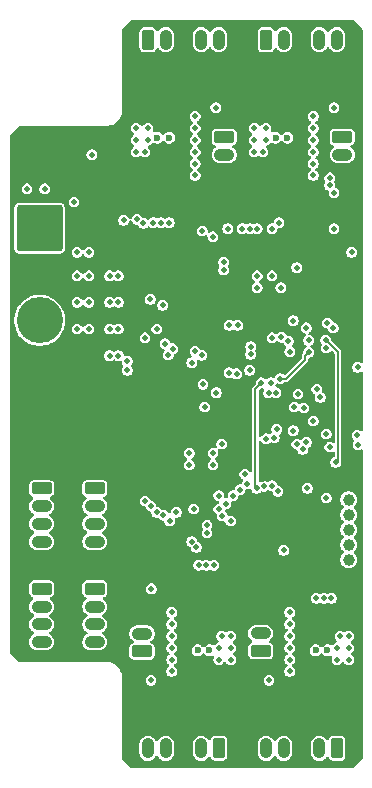
<source format=gbr>
%TF.GenerationSoftware,KiCad,Pcbnew,9.0.2*%
%TF.CreationDate,2025-07-21T23:22:41-07:00*%
%TF.ProjectId,servo-drive,73657276-6f2d-4647-9269-76652e6b6963,rev?*%
%TF.SameCoordinates,Original*%
%TF.FileFunction,Copper,L3,Inr*%
%TF.FilePolarity,Positive*%
%FSLAX46Y46*%
G04 Gerber Fmt 4.6, Leading zero omitted, Abs format (unit mm)*
G04 Created by KiCad (PCBNEW 9.0.2) date 2025-07-21 23:22:41*
%MOMM*%
%LPD*%
G01*
G04 APERTURE LIST*
G04 Aperture macros list*
%AMRoundRect*
0 Rectangle with rounded corners*
0 $1 Rounding radius*
0 $2 $3 $4 $5 $6 $7 $8 $9 X,Y pos of 4 corners*
0 Add a 4 corners polygon primitive as box body*
4,1,4,$2,$3,$4,$5,$6,$7,$8,$9,$2,$3,0*
0 Add four circle primitives for the rounded corners*
1,1,$1+$1,$2,$3*
1,1,$1+$1,$4,$5*
1,1,$1+$1,$6,$7*
1,1,$1+$1,$8,$9*
0 Add four rect primitives between the rounded corners*
20,1,$1+$1,$2,$3,$4,$5,0*
20,1,$1+$1,$4,$5,$6,$7,0*
20,1,$1+$1,$6,$7,$8,$9,0*
20,1,$1+$1,$8,$9,$2,$3,0*%
G04 Aperture macros list end*
%TA.AperFunction,ComponentPad*%
%ADD10RoundRect,0.250000X-0.265000X-0.615000X0.265000X-0.615000X0.265000X0.615000X-0.265000X0.615000X0*%
%TD*%
%TA.AperFunction,ComponentPad*%
%ADD11O,1.030000X1.730000*%
%TD*%
%TA.AperFunction,ComponentPad*%
%ADD12RoundRect,0.250002X-1.699998X1.699998X-1.699998X-1.699998X1.699998X-1.699998X1.699998X1.699998X0*%
%TD*%
%TA.AperFunction,ComponentPad*%
%ADD13C,3.900000*%
%TD*%
%TA.AperFunction,ComponentPad*%
%ADD14RoundRect,0.250000X0.615000X-0.265000X0.615000X0.265000X-0.615000X0.265000X-0.615000X-0.265000X0*%
%TD*%
%TA.AperFunction,ComponentPad*%
%ADD15O,1.730000X1.030000*%
%TD*%
%TA.AperFunction,HeatsinkPad*%
%ADD16C,0.600000*%
%TD*%
%TA.AperFunction,ComponentPad*%
%ADD17RoundRect,0.250000X-0.615000X0.265000X-0.615000X-0.265000X0.615000X-0.265000X0.615000X0.265000X0*%
%TD*%
%TA.AperFunction,ComponentPad*%
%ADD18RoundRect,0.250000X0.265000X0.615000X-0.265000X0.615000X-0.265000X-0.615000X0.265000X-0.615000X0*%
%TD*%
%TA.AperFunction,ComponentPad*%
%ADD19R,1.000000X1.000000*%
%TD*%
%TA.AperFunction,ComponentPad*%
%ADD20C,1.000000*%
%TD*%
%TA.AperFunction,ViaPad*%
%ADD21C,0.508000*%
%TD*%
%TA.AperFunction,ViaPad*%
%ADD22C,0.600000*%
%TD*%
%TA.AperFunction,Conductor*%
%ADD23C,0.150000*%
%TD*%
G04 APERTURE END LIST*
D10*
%TO.N,/Driver0/OUTN*%
%TO.C,J6*%
X134500000Y-76500000D03*
D11*
%TO.N,/Driver0/OUTP*%
X136000000Y-76500000D03*
%TO.N,+3V3*%
X137500000Y-76500000D03*
%TO.N,POT0*%
X139000000Y-76500000D03*
%TO.N,GND*%
X140500000Y-76500000D03*
%TD*%
D10*
%TO.N,/Driver1/OUTN*%
%TO.C,J7*%
X144500000Y-76500000D03*
D11*
%TO.N,/Driver1/OUTP*%
X146000000Y-76500000D03*
%TO.N,+3V3*%
X147500000Y-76500000D03*
%TO.N,POT1*%
X149000000Y-76500000D03*
%TO.N,GND*%
X150500000Y-76500000D03*
%TD*%
D12*
%TO.N,Net-(J5-Pin_1)*%
%TO.C,J5*%
X125330000Y-92475000D03*
D13*
%TO.N,GND*%
X125330000Y-100275000D03*
%TD*%
D14*
%TO.N,AI3*%
%TO.C,J14*%
X134000000Y-128300000D03*
D15*
%TO.N,GND*%
X134000000Y-126800000D03*
%TD*%
D16*
%TO.N,GND*%
%TO.C,U1*%
X136300000Y-84800000D03*
X135300000Y-84800000D03*
%TD*%
D17*
%TO.N,AI1*%
%TO.C,J12*%
X150950000Y-84750000D03*
D15*
%TO.N,GND*%
X150950000Y-86250000D03*
%TD*%
D18*
%TO.N,/Driver2/OUTN*%
%TO.C,J8*%
X140500000Y-136500000D03*
D11*
%TO.N,/Driver2/OUTP*%
X139000000Y-136500000D03*
%TO.N,+3V3*%
X137500000Y-136500000D03*
%TO.N,POT2*%
X136000000Y-136500000D03*
%TO.N,GND*%
X134500000Y-136500000D03*
%TD*%
D17*
%TO.N,UART1-TX*%
%TO.C,J3*%
X130000000Y-114500000D03*
D15*
%TO.N,UART1-RX*%
X130000000Y-116000000D03*
%TO.N,+5V*%
X130000000Y-117500000D03*
%TO.N,GND*%
X130000000Y-119000000D03*
%TD*%
D16*
%TO.N,GND*%
%TO.C,U6*%
X146300000Y-84800000D03*
X145300000Y-84800000D03*
%TD*%
D17*
%TO.N,I2C-SCL*%
%TO.C,J2*%
X130000000Y-123000000D03*
D15*
%TO.N,I2C-SDA*%
X130000000Y-124500000D03*
%TO.N,/V-I2C*%
X130000000Y-126000000D03*
%TO.N,GND*%
X130000000Y-127500000D03*
%TD*%
D14*
%TO.N,AI2*%
%TO.C,J13*%
X144050000Y-128250000D03*
D15*
%TO.N,GND*%
X144050000Y-126750000D03*
%TD*%
D17*
%TO.N,UART2-TX*%
%TO.C,J4*%
X125500000Y-114500000D03*
D15*
%TO.N,UART2-RX*%
X125500000Y-116000000D03*
%TO.N,+5V*%
X125500000Y-117500000D03*
%TO.N,GND*%
X125500000Y-119000000D03*
%TD*%
D18*
%TO.N,/Driver3/OUTN*%
%TO.C,J9*%
X150500000Y-136500000D03*
D11*
%TO.N,/Driver3/OUTP*%
X149000000Y-136500000D03*
%TO.N,+3V3*%
X147500000Y-136500000D03*
%TO.N,POT3*%
X146000000Y-136500000D03*
%TO.N,GND*%
X144500000Y-136500000D03*
%TD*%
D17*
%TO.N,I2C-SCL*%
%TO.C,J1*%
X125500000Y-123000000D03*
D15*
%TO.N,I2C-SDA*%
X125500000Y-124500000D03*
%TO.N,/V-I2C*%
X125500000Y-126000000D03*
%TO.N,GND*%
X125500000Y-127500000D03*
%TD*%
D16*
%TO.N,GND*%
%TO.C,U8*%
X138700000Y-128200000D03*
X139700000Y-128200000D03*
%TD*%
%TO.N,GND*%
%TO.C,U10*%
X148700000Y-128200000D03*
X149700000Y-128200000D03*
%TD*%
D19*
%TO.N,+3V3*%
%TO.C,J10*%
X151500000Y-121810000D03*
D20*
%TO.N,nRST*%
X151500000Y-120540000D03*
%TO.N,BOOT0*%
X151500000Y-119270000D03*
%TO.N,SWDIO*%
X151500000Y-118000000D03*
%TO.N,SWCLK*%
X151500000Y-116730000D03*
%TO.N,GND*%
X151500000Y-115460000D03*
%TD*%
D17*
%TO.N,AI0*%
%TO.C,J11*%
X140950000Y-84750000D03*
D15*
%TO.N,GND*%
X140950000Y-86250000D03*
%TD*%
D21*
%TO.N,+3V3*%
X141250000Y-112000000D03*
X138000000Y-109500000D03*
X137900000Y-86600000D03*
X140000000Y-109500000D03*
X134600000Y-123900000D03*
X137100000Y-126400000D03*
X134750000Y-133500000D03*
X150250000Y-79500000D03*
X151750000Y-97420000D03*
X128750000Y-86250000D03*
X151500000Y-102500000D03*
X138000000Y-108500000D03*
X144000000Y-101750000D03*
X147900000Y-86600000D03*
X149000000Y-114500000D03*
X140250000Y-79500000D03*
X144750000Y-133500000D03*
X140000000Y-108500000D03*
X147100000Y-126400000D03*
X144200000Y-113700000D03*
%TO.N,GND*%
X152250000Y-104250000D03*
X132000000Y-103250000D03*
X144750000Y-130750000D03*
D22*
X126500000Y-99200000D03*
D21*
X141250000Y-92500000D03*
X151500000Y-127000000D03*
X141500000Y-127000000D03*
X134500000Y-85000000D03*
X140739336Y-110740104D03*
X150250000Y-82250000D03*
X141500000Y-129000000D03*
X132000000Y-98750000D03*
X129750000Y-86250000D03*
X133500000Y-86000000D03*
X131250000Y-96500000D03*
X140000000Y-112500000D03*
X142500000Y-92500000D03*
X132000000Y-101000000D03*
X138000000Y-112500000D03*
X140250000Y-82250000D03*
D22*
X126500000Y-101400000D03*
D21*
X124250000Y-89135000D03*
X134500000Y-84000000D03*
D22*
X124100000Y-99200000D03*
D21*
X150500000Y-129000000D03*
X138000000Y-111500000D03*
X131250000Y-98750000D03*
X139166085Y-105678243D03*
D22*
X123700000Y-100300000D03*
D21*
X144500000Y-85000000D03*
X132000000Y-96500000D03*
X134250000Y-86000000D03*
X134750000Y-130750000D03*
X144250000Y-86000000D03*
X151750000Y-94500000D03*
X141500000Y-128000000D03*
X125750000Y-89135000D03*
X145000000Y-101750000D03*
X150500000Y-128000000D03*
X131250000Y-101000000D03*
X140500000Y-128000000D03*
D22*
X126900000Y-100300000D03*
X124200000Y-101400000D03*
D21*
X132750000Y-104500000D03*
X143500000Y-84000000D03*
X146000000Y-119750000D03*
X151500000Y-128000000D03*
X151500000Y-129000000D03*
X143500000Y-86000000D03*
X133500000Y-84000000D03*
X132750000Y-103750000D03*
X133500000Y-85000000D03*
X140500000Y-129000000D03*
D22*
X125300000Y-101900000D03*
D21*
X143500000Y-85000000D03*
X140750000Y-127000000D03*
X147999169Y-114500896D03*
X140000000Y-111500000D03*
D22*
X125300000Y-98700000D03*
D21*
X131250000Y-103250000D03*
X150750000Y-127000000D03*
X144500000Y-84000000D03*
X143113997Y-92500000D03*
%TO.N,+BATT*%
X138500000Y-86000000D03*
X148500000Y-85000000D03*
X129500000Y-98750000D03*
X136500000Y-127000000D03*
X128250000Y-90250000D03*
X146500000Y-129000000D03*
X148500000Y-86000000D03*
X138500000Y-88000000D03*
X128500000Y-98750000D03*
X129500000Y-101000000D03*
X138500000Y-83000000D03*
X129500000Y-94500000D03*
X138500000Y-84000000D03*
X136500000Y-129000000D03*
X148500000Y-84000000D03*
X148500000Y-83000000D03*
X148500000Y-88000000D03*
X128500000Y-96500000D03*
X129500000Y-96500000D03*
X146500000Y-128000000D03*
X136500000Y-125000000D03*
X138500000Y-85000000D03*
X146500000Y-127000000D03*
X138500000Y-87000000D03*
X136500000Y-128000000D03*
X146500000Y-130000000D03*
X136500000Y-126000000D03*
X128500000Y-101000000D03*
X146500000Y-125000000D03*
X128500000Y-94500000D03*
X148500000Y-87000000D03*
X136500000Y-130000000D03*
X146500000Y-126000000D03*
%TO.N,VREF*%
X149100000Y-106800000D03*
X139500000Y-118250000D03*
X140300000Y-106400000D03*
X139300000Y-107600000D03*
X140000000Y-93200000D03*
X138200000Y-119000000D03*
X145000000Y-92500000D03*
%TO.N,I2C-SCL*%
X145200000Y-110200000D03*
X140500000Y-115100000D03*
%TO.N,/V-I2C*%
X134800000Y-123000000D03*
%TO.N,I2C-SDA*%
X141100000Y-115800000D03*
X144500000Y-110300000D03*
%TO.N,UART1-RX*%
X145400000Y-109500000D03*
X141700000Y-115100000D03*
%TO.N,UART1-TX*%
X146800000Y-109600000D03*
X142300000Y-114600000D03*
%TO.N,UART2-RX*%
X142900000Y-114100000D03*
X147106763Y-110741803D03*
%TO.N,UART2-TX*%
X142700000Y-113300000D03*
X147900000Y-110600000D03*
D22*
%TO.N,Net-(J5-Pin_1)*%
X126900000Y-90900000D03*
X125400000Y-90900000D03*
X123700000Y-94100000D03*
X123700000Y-90900000D03*
X125300000Y-94100000D03*
X126900000Y-94100000D03*
X126900000Y-92500000D03*
X123700000Y-92500000D03*
D21*
%TO.N,POT2*%
X135227224Y-116522780D03*
X134250000Y-101750000D03*
%TO.N,POT3*%
X136328041Y-117236184D03*
X135250000Y-101000000D03*
%TO.N,SWDIO*%
X150400000Y-112300000D03*
X145800000Y-101700000D03*
X149553224Y-101941797D03*
%TO.N,SWCLK*%
X143700000Y-114500000D03*
X144100000Y-105557000D03*
%TO.N,BOOT0*%
X149600000Y-115300000D03*
X147600000Y-111200000D03*
%TO.N,AI0*%
X143750000Y-92500000D03*
X150250000Y-92500000D03*
%TO.N,AI2*%
X143750000Y-97500000D03*
X136905000Y-116526852D03*
X145750000Y-97500000D03*
X135750000Y-99000000D03*
%TO.N,AI3*%
X134692000Y-98500000D03*
X143750000Y-96500000D03*
X135815100Y-116765470D03*
X145000000Y-96500000D03*
%TO.N,VSNS-BAT*%
X147700000Y-107700000D03*
X140900000Y-96000000D03*
%TO.N,D0-INN*%
X148096317Y-102974713D03*
X145709231Y-105207000D03*
X134963997Y-92000000D03*
X138200000Y-103857000D03*
%TO.N,D0-INP*%
X138500000Y-102900000D03*
X146385000Y-102010000D03*
X135600000Y-92000000D03*
X143200000Y-102500000D03*
%TO.N,D0-MODE*%
X143200000Y-103136003D03*
X139045367Y-103227220D03*
X136300000Y-92000000D03*
X149600000Y-102600000D03*
%TO.N,AI-SEL-B*%
X141372651Y-104695442D03*
X141400000Y-100700000D03*
%TO.N,D1-INP*%
X149882000Y-88835748D03*
X144900000Y-105557000D03*
%TO.N,D2-INN*%
X140100000Y-121000000D03*
X136598922Y-102682055D03*
%TO.N,D1-INN*%
X148100000Y-101957000D03*
X149700000Y-100500000D03*
X150257000Y-89452151D03*
X147900000Y-100900000D03*
%TO.N,D2-INP*%
X139436003Y-121000000D03*
X148800000Y-106100000D03*
X136227000Y-103197972D03*
X143100000Y-104500000D03*
%TO.N,Net-(U13-Y)*%
X147100000Y-95800000D03*
X152200000Y-110000000D03*
%TO.N,ISNS0*%
X139100000Y-92700000D03*
X148500000Y-108800000D03*
%TO.N,Net-(U13-X)*%
X146800000Y-100300000D03*
X152300000Y-110800000D03*
%TO.N,ISNS2*%
X138600000Y-119500000D03*
X149600000Y-109900000D03*
%TO.N,ISNS1*%
X146900000Y-107600000D03*
X145600000Y-92000000D03*
%TO.N,D3-MODE*%
X148763997Y-123800000D03*
X145342999Y-106402000D03*
%TO.N,D2-MODE*%
X135948000Y-102250000D03*
X138800000Y-121000000D03*
%TO.N,AI-SEL-A*%
X142000000Y-104800000D03*
X142100000Y-100700000D03*
%TO.N,ISNS3*%
X139507647Y-117611350D03*
X149900000Y-111000000D03*
%TO.N,D3-INN*%
X150036003Y-123800000D03*
X146514000Y-102924000D03*
%TO.N,D1-MODE*%
X150200000Y-100900000D03*
X149900000Y-88200000D03*
%TO.N,ISNS-BAT*%
X147200000Y-106500000D03*
X140900000Y-95363997D03*
%TO.N,D3-INP*%
X144707007Y-106398292D03*
X149400000Y-123800000D03*
%TO.N,LED3*%
X138377001Y-116250000D03*
X145500000Y-114750000D03*
X141500000Y-117250000D03*
X134099743Y-92065801D03*
%TO.N,LED1*%
X132452011Y-91797989D03*
X140500000Y-116257000D03*
X134261442Y-115557000D03*
X144311768Y-114326104D03*
%TO.N,LED2*%
X134750000Y-116000000D03*
X145014924Y-114269245D03*
X140787646Y-116824238D03*
X133568858Y-91715571D03*
%TD*%
D23*
%TO.N,SWDIO*%
X149589507Y-101941797D02*
X150600000Y-102952290D01*
X150600000Y-102952290D02*
X150600000Y-111000000D01*
X150600000Y-112100000D02*
X150400000Y-112300000D01*
X149553224Y-101941797D02*
X149589507Y-101941797D01*
X150600000Y-111000000D02*
X150600000Y-112100000D01*
%TO.N,SWCLK*%
X143600000Y-114400000D02*
X143700000Y-114500000D01*
X143600000Y-106057000D02*
X143600000Y-114300000D01*
X144100000Y-105557000D02*
X143600000Y-106057000D01*
X143600000Y-114300000D02*
X143600000Y-114400000D01*
%TO.N,D0-INN*%
X146199063Y-105200937D02*
X145715294Y-105200937D01*
X147800000Y-103600000D02*
X146199063Y-105200937D01*
X147800000Y-103271030D02*
X147800000Y-103600000D01*
X148096317Y-102974713D02*
X147800000Y-103271030D01*
X145715294Y-105200937D02*
X145709231Y-105207000D01*
%TD*%
%TA.AperFunction,Conductor*%
%TO.N,+3V3*%
G36*
X151891206Y-74820185D02*
G01*
X151911848Y-74836819D01*
X152663181Y-75588152D01*
X152696666Y-75649475D01*
X152699500Y-75675833D01*
X152699500Y-103769932D01*
X152679815Y-103836971D01*
X152627011Y-103882726D01*
X152557853Y-103892670D01*
X152513501Y-103877319D01*
X152425437Y-103826476D01*
X152425433Y-103826474D01*
X152425431Y-103826473D01*
X152309836Y-103795500D01*
X152190164Y-103795500D01*
X152074569Y-103826473D01*
X152074566Y-103826474D01*
X151970933Y-103886307D01*
X151970927Y-103886311D01*
X151886311Y-103970927D01*
X151886307Y-103970933D01*
X151826474Y-104074566D01*
X151826473Y-104074569D01*
X151795500Y-104190164D01*
X151795500Y-104309836D01*
X151824047Y-104416375D01*
X151826473Y-104425430D01*
X151826474Y-104425433D01*
X151834979Y-104440164D01*
X151886309Y-104529070D01*
X151970930Y-104613691D01*
X152074569Y-104673527D01*
X152190164Y-104704500D01*
X152190166Y-104704500D01*
X152309834Y-104704500D01*
X152309836Y-104704500D01*
X152425431Y-104673527D01*
X152513501Y-104622679D01*
X152581400Y-104606207D01*
X152647427Y-104629059D01*
X152690617Y-104683981D01*
X152699500Y-104730067D01*
X152699500Y-109557377D01*
X152679815Y-109624416D01*
X152627011Y-109670171D01*
X152557853Y-109680115D01*
X152494297Y-109651090D01*
X152487819Y-109645058D01*
X152479072Y-109636311D01*
X152479070Y-109636309D01*
X152375431Y-109576473D01*
X152259836Y-109545500D01*
X152140164Y-109545500D01*
X152024569Y-109576473D01*
X152024566Y-109576474D01*
X151920933Y-109636307D01*
X151920927Y-109636311D01*
X151836311Y-109720927D01*
X151836307Y-109720933D01*
X151776474Y-109824566D01*
X151776473Y-109824569D01*
X151745500Y-109940164D01*
X151745500Y-110059836D01*
X151767024Y-110140164D01*
X151776473Y-110175430D01*
X151776474Y-110175433D01*
X151777075Y-110176474D01*
X151836309Y-110279070D01*
X151836311Y-110279072D01*
X151921006Y-110363767D01*
X151954491Y-110425090D01*
X151949507Y-110494782D01*
X151939287Y-110513264D01*
X151940373Y-110513891D01*
X151876474Y-110624566D01*
X151876473Y-110624569D01*
X151845500Y-110740164D01*
X151845500Y-110859836D01*
X151876473Y-110975431D01*
X151936309Y-111079070D01*
X152020930Y-111163691D01*
X152124569Y-111223527D01*
X152240164Y-111254500D01*
X152240166Y-111254500D01*
X152359834Y-111254500D01*
X152359836Y-111254500D01*
X152475431Y-111223527D01*
X152513501Y-111201547D01*
X152581398Y-111185074D01*
X152647426Y-111207926D01*
X152690617Y-111262846D01*
X152699500Y-111308934D01*
X152699500Y-137324167D01*
X152679815Y-137391206D01*
X152663181Y-137411848D01*
X151911848Y-138163181D01*
X151850525Y-138196666D01*
X151824167Y-138199500D01*
X133175833Y-138199500D01*
X133108794Y-138179815D01*
X133088152Y-138163181D01*
X132336819Y-137411848D01*
X132303334Y-137350525D01*
X132300500Y-137324167D01*
X132300500Y-136079524D01*
X133784500Y-136079524D01*
X133784500Y-136920475D01*
X133811994Y-137058696D01*
X133811996Y-137058704D01*
X133865930Y-137188913D01*
X133865935Y-137188922D01*
X133944234Y-137306104D01*
X133944237Y-137306108D01*
X134043891Y-137405762D01*
X134043895Y-137405765D01*
X134161077Y-137484064D01*
X134161083Y-137484067D01*
X134161084Y-137484068D01*
X134291296Y-137538004D01*
X134415181Y-137562646D01*
X134429524Y-137565499D01*
X134429528Y-137565500D01*
X134429529Y-137565500D01*
X134570472Y-137565500D01*
X134570473Y-137565499D01*
X134708704Y-137538004D01*
X134838916Y-137484068D01*
X134956105Y-137405765D01*
X135055765Y-137306105D01*
X135134068Y-137188916D01*
X135135438Y-137185609D01*
X135136618Y-137184144D01*
X135136938Y-137183546D01*
X135137051Y-137183606D01*
X135179278Y-137131204D01*
X135245571Y-137109138D01*
X135313271Y-137126416D01*
X135360883Y-137177552D01*
X135364562Y-137185609D01*
X135365930Y-137188912D01*
X135365935Y-137188922D01*
X135444234Y-137306104D01*
X135444237Y-137306108D01*
X135543891Y-137405762D01*
X135543895Y-137405765D01*
X135661077Y-137484064D01*
X135661083Y-137484067D01*
X135661084Y-137484068D01*
X135791296Y-137538004D01*
X135915181Y-137562646D01*
X135929524Y-137565499D01*
X135929528Y-137565500D01*
X135929529Y-137565500D01*
X136070472Y-137565500D01*
X136070473Y-137565499D01*
X136208704Y-137538004D01*
X136338916Y-137484068D01*
X136456105Y-137405765D01*
X136555765Y-137306105D01*
X136634068Y-137188916D01*
X136688004Y-137058704D01*
X136715500Y-136920471D01*
X136715500Y-136079529D01*
X136715499Y-136079524D01*
X138284500Y-136079524D01*
X138284500Y-136920475D01*
X138311994Y-137058696D01*
X138311996Y-137058704D01*
X138365930Y-137188913D01*
X138365935Y-137188922D01*
X138444234Y-137306104D01*
X138444237Y-137306108D01*
X138543891Y-137405762D01*
X138543895Y-137405765D01*
X138661077Y-137484064D01*
X138661083Y-137484067D01*
X138661084Y-137484068D01*
X138791296Y-137538004D01*
X138915181Y-137562646D01*
X138929524Y-137565499D01*
X138929528Y-137565500D01*
X138929529Y-137565500D01*
X139070472Y-137565500D01*
X139070473Y-137565499D01*
X139208704Y-137538004D01*
X139338916Y-137484068D01*
X139456105Y-137405765D01*
X139555765Y-137306105D01*
X139594128Y-137248689D01*
X139647739Y-137203886D01*
X139717064Y-137195178D01*
X139780092Y-137225332D01*
X139814271Y-137276625D01*
X139824588Y-137306108D01*
X139832207Y-137327882D01*
X139912850Y-137437150D01*
X140022118Y-137517793D01*
X140064845Y-137532744D01*
X140150299Y-137562646D01*
X140180730Y-137565500D01*
X140180734Y-137565500D01*
X140819270Y-137565500D01*
X140849699Y-137562646D01*
X140849701Y-137562646D01*
X140913790Y-137540219D01*
X140977882Y-137517793D01*
X141087150Y-137437150D01*
X141167793Y-137327882D01*
X141203677Y-137225332D01*
X141212646Y-137199701D01*
X141212646Y-137199699D01*
X141215500Y-137169269D01*
X141215500Y-136079524D01*
X143784500Y-136079524D01*
X143784500Y-136920475D01*
X143811994Y-137058696D01*
X143811996Y-137058704D01*
X143865930Y-137188913D01*
X143865935Y-137188922D01*
X143944234Y-137306104D01*
X143944237Y-137306108D01*
X144043891Y-137405762D01*
X144043895Y-137405765D01*
X144161077Y-137484064D01*
X144161083Y-137484067D01*
X144161084Y-137484068D01*
X144291296Y-137538004D01*
X144415181Y-137562646D01*
X144429524Y-137565499D01*
X144429528Y-137565500D01*
X144429529Y-137565500D01*
X144570472Y-137565500D01*
X144570473Y-137565499D01*
X144708704Y-137538004D01*
X144838916Y-137484068D01*
X144956105Y-137405765D01*
X145055765Y-137306105D01*
X145134068Y-137188916D01*
X145135438Y-137185609D01*
X145136618Y-137184144D01*
X145136938Y-137183546D01*
X145137051Y-137183606D01*
X145179278Y-137131204D01*
X145245571Y-137109138D01*
X145313271Y-137126416D01*
X145360883Y-137177552D01*
X145364562Y-137185609D01*
X145365930Y-137188912D01*
X145365935Y-137188922D01*
X145444234Y-137306104D01*
X145444237Y-137306108D01*
X145543891Y-137405762D01*
X145543895Y-137405765D01*
X145661077Y-137484064D01*
X145661083Y-137484067D01*
X145661084Y-137484068D01*
X145791296Y-137538004D01*
X145915181Y-137562646D01*
X145929524Y-137565499D01*
X145929528Y-137565500D01*
X145929529Y-137565500D01*
X146070472Y-137565500D01*
X146070473Y-137565499D01*
X146208704Y-137538004D01*
X146338916Y-137484068D01*
X146456105Y-137405765D01*
X146555765Y-137306105D01*
X146634068Y-137188916D01*
X146688004Y-137058704D01*
X146715500Y-136920471D01*
X146715500Y-136079529D01*
X146715499Y-136079524D01*
X148284500Y-136079524D01*
X148284500Y-136920475D01*
X148311994Y-137058696D01*
X148311996Y-137058704D01*
X148365930Y-137188913D01*
X148365935Y-137188922D01*
X148444234Y-137306104D01*
X148444237Y-137306108D01*
X148543891Y-137405762D01*
X148543895Y-137405765D01*
X148661077Y-137484064D01*
X148661083Y-137484067D01*
X148661084Y-137484068D01*
X148791296Y-137538004D01*
X148915181Y-137562646D01*
X148929524Y-137565499D01*
X148929528Y-137565500D01*
X148929529Y-137565500D01*
X149070472Y-137565500D01*
X149070473Y-137565499D01*
X149208704Y-137538004D01*
X149338916Y-137484068D01*
X149456105Y-137405765D01*
X149555765Y-137306105D01*
X149594128Y-137248689D01*
X149647739Y-137203886D01*
X149717064Y-137195178D01*
X149780092Y-137225332D01*
X149814271Y-137276625D01*
X149824588Y-137306108D01*
X149832207Y-137327882D01*
X149912850Y-137437150D01*
X150022118Y-137517793D01*
X150064845Y-137532744D01*
X150150299Y-137562646D01*
X150180730Y-137565500D01*
X150180734Y-137565500D01*
X150819270Y-137565500D01*
X150849699Y-137562646D01*
X150849701Y-137562646D01*
X150913790Y-137540219D01*
X150977882Y-137517793D01*
X151087150Y-137437150D01*
X151167793Y-137327882D01*
X151203677Y-137225332D01*
X151212646Y-137199701D01*
X151212646Y-137199699D01*
X151215500Y-137169269D01*
X151215500Y-135830730D01*
X151212646Y-135800300D01*
X151212646Y-135800298D01*
X151167793Y-135672119D01*
X151167792Y-135672117D01*
X151087150Y-135562850D01*
X150977882Y-135482207D01*
X150977880Y-135482206D01*
X150849700Y-135437353D01*
X150819270Y-135434500D01*
X150819266Y-135434500D01*
X150180734Y-135434500D01*
X150180730Y-135434500D01*
X150150300Y-135437353D01*
X150150298Y-135437353D01*
X150022119Y-135482206D01*
X150022117Y-135482207D01*
X149912850Y-135562850D01*
X149832208Y-135672116D01*
X149814271Y-135723375D01*
X149773548Y-135780150D01*
X149708595Y-135805896D01*
X149640033Y-135792439D01*
X149594128Y-135751309D01*
X149555765Y-135693894D01*
X149456108Y-135594237D01*
X149456104Y-135594234D01*
X149338922Y-135515935D01*
X149338913Y-135515930D01*
X149208704Y-135461996D01*
X149208696Y-135461994D01*
X149070475Y-135434500D01*
X149070471Y-135434500D01*
X148929529Y-135434500D01*
X148929524Y-135434500D01*
X148791303Y-135461994D01*
X148791295Y-135461996D01*
X148661086Y-135515930D01*
X148661077Y-135515935D01*
X148543895Y-135594234D01*
X148543891Y-135594237D01*
X148444237Y-135693891D01*
X148444234Y-135693895D01*
X148365935Y-135811077D01*
X148365930Y-135811086D01*
X148311996Y-135941295D01*
X148311994Y-135941303D01*
X148284500Y-136079524D01*
X146715499Y-136079524D01*
X146688004Y-135941296D01*
X146636046Y-135815859D01*
X146634069Y-135811086D01*
X146634064Y-135811077D01*
X146555765Y-135693895D01*
X146555762Y-135693891D01*
X146456108Y-135594237D01*
X146456104Y-135594234D01*
X146338922Y-135515935D01*
X146338913Y-135515930D01*
X146208704Y-135461996D01*
X146208696Y-135461994D01*
X146070475Y-135434500D01*
X146070471Y-135434500D01*
X145929529Y-135434500D01*
X145929524Y-135434500D01*
X145791303Y-135461994D01*
X145791295Y-135461996D01*
X145661086Y-135515930D01*
X145661077Y-135515935D01*
X145543895Y-135594234D01*
X145543891Y-135594237D01*
X145444237Y-135693891D01*
X145444234Y-135693895D01*
X145365935Y-135811077D01*
X145365929Y-135811089D01*
X145364560Y-135814395D01*
X145363379Y-135815859D01*
X145363062Y-135816454D01*
X145362949Y-135816393D01*
X145320718Y-135868797D01*
X145254424Y-135890861D01*
X145186725Y-135873581D01*
X145139115Y-135822443D01*
X145135440Y-135814395D01*
X145134070Y-135811089D01*
X145134068Y-135811084D01*
X145134066Y-135811081D01*
X145134064Y-135811077D01*
X145055765Y-135693895D01*
X145055762Y-135693891D01*
X144956108Y-135594237D01*
X144956104Y-135594234D01*
X144838922Y-135515935D01*
X144838913Y-135515930D01*
X144708704Y-135461996D01*
X144708696Y-135461994D01*
X144570475Y-135434500D01*
X144570471Y-135434500D01*
X144429529Y-135434500D01*
X144429524Y-135434500D01*
X144291303Y-135461994D01*
X144291295Y-135461996D01*
X144161086Y-135515930D01*
X144161077Y-135515935D01*
X144043895Y-135594234D01*
X144043891Y-135594237D01*
X143944237Y-135693891D01*
X143944234Y-135693895D01*
X143865935Y-135811077D01*
X143865930Y-135811086D01*
X143811996Y-135941295D01*
X143811994Y-135941303D01*
X143784500Y-136079524D01*
X141215500Y-136079524D01*
X141215500Y-135830730D01*
X141212646Y-135800300D01*
X141212646Y-135800298D01*
X141167793Y-135672119D01*
X141167792Y-135672117D01*
X141087150Y-135562850D01*
X140977882Y-135482207D01*
X140977880Y-135482206D01*
X140849700Y-135437353D01*
X140819270Y-135434500D01*
X140819266Y-135434500D01*
X140180734Y-135434500D01*
X140180730Y-135434500D01*
X140150300Y-135437353D01*
X140150298Y-135437353D01*
X140022119Y-135482206D01*
X140022117Y-135482207D01*
X139912850Y-135562850D01*
X139832208Y-135672116D01*
X139814271Y-135723375D01*
X139773548Y-135780150D01*
X139708595Y-135805896D01*
X139640033Y-135792439D01*
X139594128Y-135751309D01*
X139555765Y-135693894D01*
X139456108Y-135594237D01*
X139456104Y-135594234D01*
X139338922Y-135515935D01*
X139338913Y-135515930D01*
X139208704Y-135461996D01*
X139208696Y-135461994D01*
X139070475Y-135434500D01*
X139070471Y-135434500D01*
X138929529Y-135434500D01*
X138929524Y-135434500D01*
X138791303Y-135461994D01*
X138791295Y-135461996D01*
X138661086Y-135515930D01*
X138661077Y-135515935D01*
X138543895Y-135594234D01*
X138543891Y-135594237D01*
X138444237Y-135693891D01*
X138444234Y-135693895D01*
X138365935Y-135811077D01*
X138365930Y-135811086D01*
X138311996Y-135941295D01*
X138311994Y-135941303D01*
X138284500Y-136079524D01*
X136715499Y-136079524D01*
X136688004Y-135941296D01*
X136636046Y-135815859D01*
X136634069Y-135811086D01*
X136634064Y-135811077D01*
X136555765Y-135693895D01*
X136555762Y-135693891D01*
X136456108Y-135594237D01*
X136456104Y-135594234D01*
X136338922Y-135515935D01*
X136338913Y-135515930D01*
X136208704Y-135461996D01*
X136208696Y-135461994D01*
X136070475Y-135434500D01*
X136070471Y-135434500D01*
X135929529Y-135434500D01*
X135929524Y-135434500D01*
X135791303Y-135461994D01*
X135791295Y-135461996D01*
X135661086Y-135515930D01*
X135661077Y-135515935D01*
X135543895Y-135594234D01*
X135543891Y-135594237D01*
X135444237Y-135693891D01*
X135444234Y-135693895D01*
X135365935Y-135811077D01*
X135365929Y-135811089D01*
X135364560Y-135814395D01*
X135363379Y-135815859D01*
X135363062Y-135816454D01*
X135362949Y-135816393D01*
X135320718Y-135868797D01*
X135254424Y-135890861D01*
X135186725Y-135873581D01*
X135139115Y-135822443D01*
X135135440Y-135814395D01*
X135134070Y-135811089D01*
X135134068Y-135811084D01*
X135134066Y-135811081D01*
X135134064Y-135811077D01*
X135055765Y-135693895D01*
X135055762Y-135693891D01*
X134956108Y-135594237D01*
X134956104Y-135594234D01*
X134838922Y-135515935D01*
X134838913Y-135515930D01*
X134708704Y-135461996D01*
X134708696Y-135461994D01*
X134570475Y-135434500D01*
X134570471Y-135434500D01*
X134429529Y-135434500D01*
X134429524Y-135434500D01*
X134291303Y-135461994D01*
X134291295Y-135461996D01*
X134161086Y-135515930D01*
X134161077Y-135515935D01*
X134043895Y-135594234D01*
X134043891Y-135594237D01*
X133944237Y-135693891D01*
X133944234Y-135693895D01*
X133865935Y-135811077D01*
X133865930Y-135811086D01*
X133811996Y-135941295D01*
X133811994Y-135941303D01*
X133784500Y-136079524D01*
X132300500Y-136079524D01*
X132300500Y-130690164D01*
X134295500Y-130690164D01*
X134295500Y-130809836D01*
X134326473Y-130925431D01*
X134386309Y-131029070D01*
X134470930Y-131113691D01*
X134574569Y-131173527D01*
X134690164Y-131204500D01*
X134690166Y-131204500D01*
X134809834Y-131204500D01*
X134809836Y-131204500D01*
X134925431Y-131173527D01*
X135029070Y-131113691D01*
X135113691Y-131029070D01*
X135173527Y-130925431D01*
X135204500Y-130809836D01*
X135204500Y-130690164D01*
X144295500Y-130690164D01*
X144295500Y-130809836D01*
X144326473Y-130925431D01*
X144386309Y-131029070D01*
X144470930Y-131113691D01*
X144574569Y-131173527D01*
X144690164Y-131204500D01*
X144690166Y-131204500D01*
X144809834Y-131204500D01*
X144809836Y-131204500D01*
X144925431Y-131173527D01*
X145029070Y-131113691D01*
X145113691Y-131029070D01*
X145173527Y-130925431D01*
X145204500Y-130809836D01*
X145204500Y-130690164D01*
X145173527Y-130574569D01*
X145113691Y-130470930D01*
X145029070Y-130386309D01*
X144925431Y-130326473D01*
X144809836Y-130295500D01*
X144690164Y-130295500D01*
X144574569Y-130326473D01*
X144574566Y-130326474D01*
X144470933Y-130386307D01*
X144470927Y-130386311D01*
X144386311Y-130470927D01*
X144386307Y-130470933D01*
X144326474Y-130574566D01*
X144326473Y-130574569D01*
X144295500Y-130690164D01*
X135204500Y-130690164D01*
X135173527Y-130574569D01*
X135113691Y-130470930D01*
X135029070Y-130386309D01*
X134925431Y-130326473D01*
X134809836Y-130295500D01*
X134690164Y-130295500D01*
X134574569Y-130326473D01*
X134574566Y-130326474D01*
X134470933Y-130386307D01*
X134470927Y-130386311D01*
X134386311Y-130470927D01*
X134386307Y-130470933D01*
X134326474Y-130574566D01*
X134326473Y-130574569D01*
X134295500Y-130690164D01*
X132300500Y-130690164D01*
X132300500Y-130397648D01*
X132268477Y-130195465D01*
X132205218Y-130000776D01*
X132163238Y-129918387D01*
X132112287Y-129818390D01*
X132084411Y-129780022D01*
X131991971Y-129652786D01*
X131847213Y-129508028D01*
X131681613Y-129387715D01*
X131681612Y-129387714D01*
X131681610Y-129387713D01*
X131624653Y-129358691D01*
X131499223Y-129294781D01*
X131304534Y-129231522D01*
X131129995Y-129203878D01*
X131102352Y-129199500D01*
X131102351Y-129199500D01*
X123675833Y-129199500D01*
X123608794Y-129179815D01*
X123588152Y-129163181D01*
X122836819Y-128411848D01*
X122803334Y-128350525D01*
X122800500Y-128324167D01*
X122800500Y-122680730D01*
X124434500Y-122680730D01*
X124434500Y-123319269D01*
X124437353Y-123349699D01*
X124437353Y-123349701D01*
X124482206Y-123477880D01*
X124482207Y-123477882D01*
X124562850Y-123587150D01*
X124672118Y-123667793D01*
X124706718Y-123679900D01*
X124723373Y-123685728D01*
X124780149Y-123726450D01*
X124805896Y-123791402D01*
X124792439Y-123859964D01*
X124751310Y-123905871D01*
X124693891Y-123944237D01*
X124594237Y-124043891D01*
X124594234Y-124043895D01*
X124515935Y-124161077D01*
X124515930Y-124161086D01*
X124461996Y-124291295D01*
X124461994Y-124291303D01*
X124434500Y-124429524D01*
X124434500Y-124570475D01*
X124461994Y-124708696D01*
X124461996Y-124708704D01*
X124515930Y-124838913D01*
X124515935Y-124838922D01*
X124594234Y-124956104D01*
X124594237Y-124956108D01*
X124693891Y-125055762D01*
X124693895Y-125055765D01*
X124811077Y-125134064D01*
X124811081Y-125134066D01*
X124811084Y-125134068D01*
X124811089Y-125134070D01*
X124814395Y-125135440D01*
X124815859Y-125136620D01*
X124816454Y-125136938D01*
X124816393Y-125137050D01*
X124868797Y-125179282D01*
X124890861Y-125245576D01*
X124873581Y-125313275D01*
X124822443Y-125360885D01*
X124814395Y-125364560D01*
X124811089Y-125365929D01*
X124811077Y-125365935D01*
X124693895Y-125444234D01*
X124693891Y-125444237D01*
X124594237Y-125543891D01*
X124594234Y-125543895D01*
X124515935Y-125661077D01*
X124515930Y-125661086D01*
X124461996Y-125791295D01*
X124461994Y-125791303D01*
X124434500Y-125929524D01*
X124434500Y-126070475D01*
X124461994Y-126208696D01*
X124461996Y-126208704D01*
X124515930Y-126338913D01*
X124515935Y-126338922D01*
X124594234Y-126456104D01*
X124594237Y-126456108D01*
X124693891Y-126555762D01*
X124693895Y-126555765D01*
X124811077Y-126634064D01*
X124811081Y-126634066D01*
X124811084Y-126634068D01*
X124811089Y-126634070D01*
X124814395Y-126635440D01*
X124815859Y-126636620D01*
X124816454Y-126636938D01*
X124816393Y-126637050D01*
X124868797Y-126679282D01*
X124890861Y-126745576D01*
X124873581Y-126813275D01*
X124822443Y-126860885D01*
X124814395Y-126864560D01*
X124811089Y-126865929D01*
X124811077Y-126865935D01*
X124693895Y-126944234D01*
X124693891Y-126944237D01*
X124594237Y-127043891D01*
X124594234Y-127043895D01*
X124515935Y-127161077D01*
X124515930Y-127161086D01*
X124461996Y-127291295D01*
X124461994Y-127291303D01*
X124434500Y-127429524D01*
X124434500Y-127570475D01*
X124461994Y-127708696D01*
X124461996Y-127708704D01*
X124515930Y-127838913D01*
X124515935Y-127838922D01*
X124594234Y-127956104D01*
X124594237Y-127956108D01*
X124693891Y-128055762D01*
X124693895Y-128055765D01*
X124811077Y-128134064D01*
X124811086Y-128134069D01*
X124840582Y-128146286D01*
X124941296Y-128188004D01*
X125079524Y-128215499D01*
X125079528Y-128215500D01*
X125079529Y-128215500D01*
X125920472Y-128215500D01*
X125920473Y-128215499D01*
X126058704Y-128188004D01*
X126188916Y-128134068D01*
X126306105Y-128055765D01*
X126405765Y-127956105D01*
X126484068Y-127838916D01*
X126538004Y-127708704D01*
X126565500Y-127570471D01*
X126565500Y-127429529D01*
X126538004Y-127291296D01*
X126484068Y-127161084D01*
X126484067Y-127161083D01*
X126484064Y-127161077D01*
X126405765Y-127043895D01*
X126405762Y-127043891D01*
X126306108Y-126944237D01*
X126306104Y-126944234D01*
X126188922Y-126865935D01*
X126188912Y-126865930D01*
X126185609Y-126864562D01*
X126184144Y-126863381D01*
X126183546Y-126863062D01*
X126183606Y-126862948D01*
X126131204Y-126820722D01*
X126109138Y-126754429D01*
X126126416Y-126686729D01*
X126177552Y-126639117D01*
X126185609Y-126635438D01*
X126186334Y-126635137D01*
X126188916Y-126634068D01*
X126306105Y-126555765D01*
X126405765Y-126456105D01*
X126484068Y-126338916D01*
X126538004Y-126208704D01*
X126565500Y-126070471D01*
X126565500Y-125929529D01*
X126538004Y-125791296D01*
X126484068Y-125661084D01*
X126484067Y-125661083D01*
X126484064Y-125661077D01*
X126405765Y-125543895D01*
X126405762Y-125543891D01*
X126306108Y-125444237D01*
X126306104Y-125444234D01*
X126188922Y-125365935D01*
X126188912Y-125365930D01*
X126185609Y-125364562D01*
X126184144Y-125363381D01*
X126183546Y-125363062D01*
X126183606Y-125362948D01*
X126131204Y-125320722D01*
X126109138Y-125254429D01*
X126126416Y-125186729D01*
X126177552Y-125139117D01*
X126185609Y-125135438D01*
X126186334Y-125135137D01*
X126188916Y-125134068D01*
X126306105Y-125055765D01*
X126405765Y-124956105D01*
X126484068Y-124838916D01*
X126538004Y-124708704D01*
X126565500Y-124570471D01*
X126565500Y-124429529D01*
X126538004Y-124291296D01*
X126484068Y-124161084D01*
X126484067Y-124161083D01*
X126484064Y-124161077D01*
X126405765Y-124043895D01*
X126405762Y-124043891D01*
X126306108Y-123944237D01*
X126306104Y-123944234D01*
X126248690Y-123905871D01*
X126203885Y-123852259D01*
X126195178Y-123782934D01*
X126225333Y-123719906D01*
X126276622Y-123685729D01*
X126327882Y-123667793D01*
X126437150Y-123587150D01*
X126517793Y-123477882D01*
X126540219Y-123413790D01*
X126562646Y-123349701D01*
X126562646Y-123349699D01*
X126565500Y-123319269D01*
X126565500Y-122680730D01*
X128934500Y-122680730D01*
X128934500Y-123319269D01*
X128937353Y-123349699D01*
X128937353Y-123349701D01*
X128982206Y-123477880D01*
X128982207Y-123477882D01*
X129062850Y-123587150D01*
X129172118Y-123667793D01*
X129206718Y-123679900D01*
X129223373Y-123685728D01*
X129280149Y-123726450D01*
X129305896Y-123791402D01*
X129292439Y-123859964D01*
X129251310Y-123905871D01*
X129193891Y-123944237D01*
X129094237Y-124043891D01*
X129094234Y-124043895D01*
X129015935Y-124161077D01*
X129015930Y-124161086D01*
X128961996Y-124291295D01*
X128961994Y-124291303D01*
X128934500Y-124429524D01*
X128934500Y-124570475D01*
X128961994Y-124708696D01*
X128961996Y-124708704D01*
X129015930Y-124838913D01*
X129015935Y-124838922D01*
X129094234Y-124956104D01*
X129094237Y-124956108D01*
X129193891Y-125055762D01*
X129193895Y-125055765D01*
X129311077Y-125134064D01*
X129311081Y-125134066D01*
X129311084Y-125134068D01*
X129311089Y-125134070D01*
X129314395Y-125135440D01*
X129315859Y-125136620D01*
X129316454Y-125136938D01*
X129316393Y-125137050D01*
X129368797Y-125179282D01*
X129390861Y-125245576D01*
X129373581Y-125313275D01*
X129322443Y-125360885D01*
X129314395Y-125364560D01*
X129311089Y-125365929D01*
X129311077Y-125365935D01*
X129193895Y-125444234D01*
X129193891Y-125444237D01*
X129094237Y-125543891D01*
X129094234Y-125543895D01*
X129015935Y-125661077D01*
X129015930Y-125661086D01*
X128961996Y-125791295D01*
X128961994Y-125791303D01*
X128934500Y-125929524D01*
X128934500Y-126070475D01*
X128961994Y-126208696D01*
X128961996Y-126208704D01*
X129015930Y-126338913D01*
X129015935Y-126338922D01*
X129094234Y-126456104D01*
X129094237Y-126456108D01*
X129193891Y-126555762D01*
X129193895Y-126555765D01*
X129311077Y-126634064D01*
X129311081Y-126634066D01*
X129311084Y-126634068D01*
X129311089Y-126634070D01*
X129314395Y-126635440D01*
X129315859Y-126636620D01*
X129316454Y-126636938D01*
X129316393Y-126637050D01*
X129368797Y-126679282D01*
X129390861Y-126745576D01*
X129373581Y-126813275D01*
X129322443Y-126860885D01*
X129314395Y-126864560D01*
X129311089Y-126865929D01*
X129311077Y-126865935D01*
X129193895Y-126944234D01*
X129193891Y-126944237D01*
X129094237Y-127043891D01*
X129094234Y-127043895D01*
X129015935Y-127161077D01*
X129015930Y-127161086D01*
X128961996Y-127291295D01*
X128961994Y-127291303D01*
X128934500Y-127429524D01*
X128934500Y-127570475D01*
X128961994Y-127708696D01*
X128961996Y-127708704D01*
X129015930Y-127838913D01*
X129015935Y-127838922D01*
X129094234Y-127956104D01*
X129094237Y-127956108D01*
X129193891Y-128055762D01*
X129193895Y-128055765D01*
X129311077Y-128134064D01*
X129311086Y-128134069D01*
X129340582Y-128146286D01*
X129441296Y-128188004D01*
X129579524Y-128215499D01*
X129579528Y-128215500D01*
X129579529Y-128215500D01*
X130420472Y-128215500D01*
X130420473Y-128215499D01*
X130558704Y-128188004D01*
X130688916Y-128134068D01*
X130806105Y-128055765D01*
X130905765Y-127956105D01*
X130984068Y-127838916D01*
X131038004Y-127708704D01*
X131065500Y-127570471D01*
X131065500Y-127429529D01*
X131038004Y-127291296D01*
X130984068Y-127161084D01*
X130984067Y-127161083D01*
X130984064Y-127161077D01*
X130905765Y-127043895D01*
X130905762Y-127043891D01*
X130806108Y-126944237D01*
X130806104Y-126944234D01*
X130688922Y-126865935D01*
X130688912Y-126865930D01*
X130685609Y-126864562D01*
X130684144Y-126863381D01*
X130683546Y-126863062D01*
X130683606Y-126862948D01*
X130674873Y-126855910D01*
X130661813Y-126851489D01*
X130648203Y-126834420D01*
X130631204Y-126820722D01*
X130626849Y-126807638D01*
X130618254Y-126796859D01*
X130616033Y-126775143D01*
X130609138Y-126754429D01*
X130612547Y-126741068D01*
X130611367Y-126729524D01*
X132934500Y-126729524D01*
X132934500Y-126870475D01*
X132961994Y-127008696D01*
X132961996Y-127008704D01*
X133015930Y-127138913D01*
X133015935Y-127138922D01*
X133094234Y-127256104D01*
X133094237Y-127256108D01*
X133193894Y-127355765D01*
X133251309Y-127394128D01*
X133296114Y-127447740D01*
X133304821Y-127517065D01*
X133274667Y-127580092D01*
X133223375Y-127614271D01*
X133192130Y-127625204D01*
X133172118Y-127632207D01*
X133172117Y-127632207D01*
X133172116Y-127632208D01*
X133062850Y-127712850D01*
X132982207Y-127822117D01*
X132982206Y-127822119D01*
X132937353Y-127950298D01*
X132937353Y-127950300D01*
X132934500Y-127980730D01*
X132934500Y-128619269D01*
X132937353Y-128649699D01*
X132937353Y-128649701D01*
X132979807Y-128771024D01*
X132982207Y-128777882D01*
X133062850Y-128887150D01*
X133172118Y-128967793D01*
X133214845Y-128982744D01*
X133300299Y-129012646D01*
X133330730Y-129015500D01*
X133330734Y-129015500D01*
X134669270Y-129015500D01*
X134699699Y-129012646D01*
X134699701Y-129012646D01*
X134763790Y-128990219D01*
X134827882Y-128967793D01*
X134937150Y-128887150D01*
X135017793Y-128777882D01*
X135044870Y-128700500D01*
X135062646Y-128649701D01*
X135062646Y-128649699D01*
X135065500Y-128619269D01*
X135065500Y-127980730D01*
X135062646Y-127950300D01*
X135062646Y-127950298D01*
X135023670Y-127838913D01*
X135017793Y-127822118D01*
X134937150Y-127712850D01*
X134827882Y-127632207D01*
X134776625Y-127614271D01*
X134719849Y-127573548D01*
X134694103Y-127508595D01*
X134707560Y-127440034D01*
X134748689Y-127394128D01*
X134806105Y-127355765D01*
X134905765Y-127256105D01*
X134984068Y-127138916D01*
X135038004Y-127008704D01*
X135065500Y-126870471D01*
X135065500Y-126729529D01*
X135038004Y-126591296D01*
X134984068Y-126461084D01*
X134984067Y-126461083D01*
X134984064Y-126461077D01*
X134905765Y-126343895D01*
X134905762Y-126343891D01*
X134806108Y-126244237D01*
X134806104Y-126244234D01*
X134688922Y-126165935D01*
X134688913Y-126165930D01*
X134558704Y-126111996D01*
X134558696Y-126111994D01*
X134420475Y-126084500D01*
X134420471Y-126084500D01*
X133579529Y-126084500D01*
X133579524Y-126084500D01*
X133441303Y-126111994D01*
X133441295Y-126111996D01*
X133311086Y-126165930D01*
X133311077Y-126165935D01*
X133193895Y-126244234D01*
X133193891Y-126244237D01*
X133094237Y-126343891D01*
X133094234Y-126343895D01*
X133015935Y-126461077D01*
X133015930Y-126461086D01*
X132961996Y-126591295D01*
X132961994Y-126591303D01*
X132934500Y-126729524D01*
X130611367Y-126729524D01*
X130611145Y-126727352D01*
X130621017Y-126707880D01*
X130626416Y-126686729D01*
X130637164Y-126676035D01*
X130642742Y-126665036D01*
X130660647Y-126652673D01*
X130670338Y-126643032D01*
X130677707Y-126638710D01*
X130688916Y-126634068D01*
X130806105Y-126555765D01*
X130905765Y-126456105D01*
X130984068Y-126338916D01*
X131038004Y-126208704D01*
X131065500Y-126070471D01*
X131065500Y-125929529D01*
X131038004Y-125791296D01*
X130984068Y-125661084D01*
X130984067Y-125661083D01*
X130984064Y-125661077D01*
X130905765Y-125543895D01*
X130905762Y-125543891D01*
X130806108Y-125444237D01*
X130806104Y-125444234D01*
X130688922Y-125365935D01*
X130688912Y-125365930D01*
X130685609Y-125364562D01*
X130684144Y-125363381D01*
X130683546Y-125363062D01*
X130683606Y-125362948D01*
X130631204Y-125320722D01*
X130609138Y-125254429D01*
X130626416Y-125186729D01*
X130677552Y-125139117D01*
X130685609Y-125135438D01*
X130686334Y-125135137D01*
X130688916Y-125134068D01*
X130806105Y-125055765D01*
X130905765Y-124956105D01*
X130916416Y-124940164D01*
X136045500Y-124940164D01*
X136045500Y-125059836D01*
X136076473Y-125175431D01*
X136136309Y-125279070D01*
X136220930Y-125363691D01*
X136259537Y-125385981D01*
X136271024Y-125392613D01*
X136319240Y-125443180D01*
X136332462Y-125511787D01*
X136306494Y-125576652D01*
X136271024Y-125607387D01*
X136220933Y-125636307D01*
X136220927Y-125636311D01*
X136136311Y-125720927D01*
X136136307Y-125720933D01*
X136076474Y-125824566D01*
X136076473Y-125824569D01*
X136045500Y-125940164D01*
X136045500Y-126059836D01*
X136076473Y-126175431D01*
X136136309Y-126279070D01*
X136220930Y-126363691D01*
X136259537Y-126385981D01*
X136271024Y-126392613D01*
X136319240Y-126443180D01*
X136332462Y-126511787D01*
X136306494Y-126576652D01*
X136271024Y-126607387D01*
X136220933Y-126636307D01*
X136220927Y-126636311D01*
X136136311Y-126720927D01*
X136136307Y-126720933D01*
X136076474Y-126824566D01*
X136076473Y-126824569D01*
X136045500Y-126940164D01*
X136045500Y-127059836D01*
X136076473Y-127175431D01*
X136136309Y-127279070D01*
X136220930Y-127363691D01*
X136256224Y-127384068D01*
X136271024Y-127392613D01*
X136319240Y-127443180D01*
X136332462Y-127511787D01*
X136306494Y-127576652D01*
X136271024Y-127607387D01*
X136220933Y-127636307D01*
X136220927Y-127636311D01*
X136136311Y-127720927D01*
X136136307Y-127720933D01*
X136076474Y-127824566D01*
X136076473Y-127824569D01*
X136045500Y-127940164D01*
X136045500Y-128059836D01*
X136076473Y-128175431D01*
X136136309Y-128279070D01*
X136220930Y-128363691D01*
X136259537Y-128385981D01*
X136271024Y-128392613D01*
X136319240Y-128443180D01*
X136332462Y-128511787D01*
X136306494Y-128576652D01*
X136271024Y-128607387D01*
X136220933Y-128636307D01*
X136220927Y-128636311D01*
X136136311Y-128720927D01*
X136136307Y-128720933D01*
X136076474Y-128824566D01*
X136076473Y-128824569D01*
X136045500Y-128940164D01*
X136045500Y-129059836D01*
X136076473Y-129175431D01*
X136136309Y-129279070D01*
X136220930Y-129363691D01*
X136259537Y-129385981D01*
X136271024Y-129392613D01*
X136319240Y-129443180D01*
X136332462Y-129511787D01*
X136306494Y-129576652D01*
X136271024Y-129607387D01*
X136220933Y-129636307D01*
X136220927Y-129636311D01*
X136136311Y-129720927D01*
X136136307Y-129720933D01*
X136076474Y-129824566D01*
X136076473Y-129824569D01*
X136045500Y-129940164D01*
X136045500Y-130059836D01*
X136076473Y-130175431D01*
X136136309Y-130279070D01*
X136220930Y-130363691D01*
X136324569Y-130423527D01*
X136440164Y-130454500D01*
X136440166Y-130454500D01*
X136559834Y-130454500D01*
X136559836Y-130454500D01*
X136675431Y-130423527D01*
X136779070Y-130363691D01*
X136863691Y-130279070D01*
X136923527Y-130175431D01*
X136954500Y-130059836D01*
X136954500Y-129940164D01*
X136923527Y-129824569D01*
X136863691Y-129720930D01*
X136779070Y-129636309D01*
X136728974Y-129607386D01*
X136680760Y-129556821D01*
X136667536Y-129488214D01*
X136693504Y-129423349D01*
X136728973Y-129392614D01*
X136779070Y-129363691D01*
X136863691Y-129279070D01*
X136923527Y-129175431D01*
X136954500Y-129059836D01*
X136954500Y-128940164D01*
X136923527Y-128824569D01*
X136863691Y-128720930D01*
X136779070Y-128636309D01*
X136728974Y-128607386D01*
X136680760Y-128556821D01*
X136667536Y-128488214D01*
X136693504Y-128423349D01*
X136728973Y-128392614D01*
X136779070Y-128363691D01*
X136863691Y-128279070D01*
X136923527Y-128175431D01*
X136934599Y-128134108D01*
X138199500Y-128134108D01*
X138199500Y-128265891D01*
X138233608Y-128393187D01*
X138251125Y-128423527D01*
X138299500Y-128507314D01*
X138392686Y-128600500D01*
X138506814Y-128666392D01*
X138634108Y-128700500D01*
X138634110Y-128700500D01*
X138765890Y-128700500D01*
X138765892Y-128700500D01*
X138893186Y-128666392D01*
X139007314Y-128600500D01*
X139100500Y-128507314D01*
X139100504Y-128507306D01*
X139101625Y-128505847D01*
X139102892Y-128504921D01*
X139106247Y-128501567D01*
X139106770Y-128502090D01*
X139158053Y-128464645D01*
X139227799Y-128460491D01*
X139288719Y-128494704D01*
X139298375Y-128505847D01*
X139299498Y-128507311D01*
X139299500Y-128507314D01*
X139392686Y-128600500D01*
X139506814Y-128666392D01*
X139634108Y-128700500D01*
X139634110Y-128700500D01*
X139765890Y-128700500D01*
X139765892Y-128700500D01*
X139893186Y-128666392D01*
X139904325Y-128659961D01*
X139972225Y-128643487D01*
X140038253Y-128666339D01*
X140081444Y-128721259D01*
X140088086Y-128790812D01*
X140078470Y-128816597D01*
X140079584Y-128817059D01*
X140076473Y-128824569D01*
X140045500Y-128940164D01*
X140045500Y-129059836D01*
X140076473Y-129175431D01*
X140136309Y-129279070D01*
X140220930Y-129363691D01*
X140324569Y-129423527D01*
X140440164Y-129454500D01*
X140440166Y-129454500D01*
X140559834Y-129454500D01*
X140559836Y-129454500D01*
X140675431Y-129423527D01*
X140779070Y-129363691D01*
X140863691Y-129279070D01*
X140892613Y-129228974D01*
X140943179Y-129180760D01*
X141011786Y-129167536D01*
X141076651Y-129193504D01*
X141107385Y-129228973D01*
X141136309Y-129279070D01*
X141220930Y-129363691D01*
X141324569Y-129423527D01*
X141440164Y-129454500D01*
X141440166Y-129454500D01*
X141559834Y-129454500D01*
X141559836Y-129454500D01*
X141675431Y-129423527D01*
X141779070Y-129363691D01*
X141863691Y-129279070D01*
X141923527Y-129175431D01*
X141954500Y-129059836D01*
X141954500Y-128940164D01*
X141923527Y-128824569D01*
X141863691Y-128720930D01*
X141779070Y-128636309D01*
X141728974Y-128607386D01*
X141680760Y-128556821D01*
X141667536Y-128488214D01*
X141693504Y-128423349D01*
X141728973Y-128392614D01*
X141779070Y-128363691D01*
X141863691Y-128279070D01*
X141923527Y-128175431D01*
X141954500Y-128059836D01*
X141954500Y-127940164D01*
X141923527Y-127824569D01*
X141863691Y-127720930D01*
X141779070Y-127636309D01*
X141728974Y-127607386D01*
X141680760Y-127556821D01*
X141667536Y-127488214D01*
X141693504Y-127423349D01*
X141728973Y-127392614D01*
X141779070Y-127363691D01*
X141863691Y-127279070D01*
X141923527Y-127175431D01*
X141954500Y-127059836D01*
X141954500Y-126940164D01*
X141923527Y-126824569D01*
X141883032Y-126754429D01*
X141872067Y-126735437D01*
X141867399Y-126727352D01*
X141863691Y-126720930D01*
X141822285Y-126679524D01*
X142984500Y-126679524D01*
X142984500Y-126820475D01*
X143011994Y-126958696D01*
X143011996Y-126958704D01*
X143065930Y-127088913D01*
X143065935Y-127088922D01*
X143144234Y-127206104D01*
X143144237Y-127206108D01*
X143243894Y-127305765D01*
X143301309Y-127344128D01*
X143346114Y-127397740D01*
X143354821Y-127467065D01*
X143324667Y-127530092D01*
X143273375Y-127564271D01*
X143255646Y-127570475D01*
X143222118Y-127582207D01*
X143222117Y-127582207D01*
X143222116Y-127582208D01*
X143112850Y-127662850D01*
X143032207Y-127772117D01*
X143032206Y-127772119D01*
X142987353Y-127900298D01*
X142987353Y-127900300D01*
X142984500Y-127930730D01*
X142984500Y-128569269D01*
X142987353Y-128599699D01*
X142987353Y-128599701D01*
X143032206Y-128727880D01*
X143032207Y-128727882D01*
X143112850Y-128837150D01*
X143222118Y-128917793D01*
X143264845Y-128932744D01*
X143350299Y-128962646D01*
X143380730Y-128965500D01*
X143380734Y-128965500D01*
X144719270Y-128965500D01*
X144749699Y-128962646D01*
X144749701Y-128962646D01*
X144813949Y-128940164D01*
X144877882Y-128917793D01*
X144987150Y-128837150D01*
X145067793Y-128727882D01*
X145090219Y-128663790D01*
X145112646Y-128599701D01*
X145112646Y-128599699D01*
X145115500Y-128569269D01*
X145115500Y-127930730D01*
X145112646Y-127900300D01*
X145112646Y-127900298D01*
X145077374Y-127799500D01*
X145067793Y-127772118D01*
X144987150Y-127662850D01*
X144877882Y-127582207D01*
X144871838Y-127580092D01*
X144826625Y-127564271D01*
X144769849Y-127523548D01*
X144744103Y-127458595D01*
X144757560Y-127390034D01*
X144798689Y-127344128D01*
X144856105Y-127305765D01*
X144955765Y-127206105D01*
X145034068Y-127088916D01*
X145088004Y-126958704D01*
X145115500Y-126820471D01*
X145115500Y-126679529D01*
X145088004Y-126541296D01*
X145034068Y-126411084D01*
X145034067Y-126411083D01*
X145034064Y-126411077D01*
X144955765Y-126293895D01*
X144955762Y-126293891D01*
X144856108Y-126194237D01*
X144856104Y-126194234D01*
X144738922Y-126115935D01*
X144738913Y-126115930D01*
X144608704Y-126061996D01*
X144608696Y-126061994D01*
X144470475Y-126034500D01*
X144470471Y-126034500D01*
X143629529Y-126034500D01*
X143629524Y-126034500D01*
X143491303Y-126061994D01*
X143491295Y-126061996D01*
X143361086Y-126115930D01*
X143361077Y-126115935D01*
X143243895Y-126194234D01*
X143243891Y-126194237D01*
X143144237Y-126293891D01*
X143144234Y-126293895D01*
X143065935Y-126411077D01*
X143065930Y-126411086D01*
X143011996Y-126541295D01*
X143011994Y-126541303D01*
X142984500Y-126679524D01*
X141822285Y-126679524D01*
X141779070Y-126636309D01*
X141701105Y-126591296D01*
X141675433Y-126576474D01*
X141675432Y-126576473D01*
X141675431Y-126576473D01*
X141559836Y-126545500D01*
X141440164Y-126545500D01*
X141324569Y-126576473D01*
X141324566Y-126576474D01*
X141220933Y-126636307D01*
X141220925Y-126636313D01*
X141212678Y-126644560D01*
X141151354Y-126678043D01*
X141081662Y-126673056D01*
X141037322Y-126644560D01*
X141029074Y-126636313D01*
X141029070Y-126636309D01*
X140951105Y-126591296D01*
X140925433Y-126576474D01*
X140925432Y-126576473D01*
X140925431Y-126576473D01*
X140809836Y-126545500D01*
X140690164Y-126545500D01*
X140574569Y-126576473D01*
X140574566Y-126576474D01*
X140470933Y-126636307D01*
X140470927Y-126636311D01*
X140386311Y-126720927D01*
X140386307Y-126720933D01*
X140326474Y-126824566D01*
X140326473Y-126824569D01*
X140295500Y-126940164D01*
X140295500Y-127059836D01*
X140326473Y-127175431D01*
X140386309Y-127279070D01*
X140386311Y-127279072D01*
X140455948Y-127348709D01*
X140489433Y-127410032D01*
X140484449Y-127479724D01*
X140442577Y-127535657D01*
X140400361Y-127556165D01*
X140324567Y-127576473D01*
X140324566Y-127576474D01*
X140220933Y-127636307D01*
X140220927Y-127636311D01*
X140136311Y-127720927D01*
X140136304Y-127720936D01*
X140132035Y-127728331D01*
X140081466Y-127776544D01*
X140012858Y-127789764D01*
X139962651Y-127773713D01*
X139893189Y-127733609D01*
X139893186Y-127733608D01*
X139765892Y-127699500D01*
X139634108Y-127699500D01*
X139506812Y-127733608D01*
X139392686Y-127799500D01*
X139392683Y-127799502D01*
X139299498Y-127892687D01*
X139298370Y-127894158D01*
X139297102Y-127895083D01*
X139293753Y-127898433D01*
X139293230Y-127897910D01*
X139241940Y-127935356D01*
X139172193Y-127939506D01*
X139111275Y-127905289D01*
X139101630Y-127894158D01*
X139100501Y-127892687D01*
X139007316Y-127799502D01*
X139007314Y-127799500D01*
X138950250Y-127766554D01*
X138893187Y-127733608D01*
X138800212Y-127708696D01*
X138765892Y-127699500D01*
X138634108Y-127699500D01*
X138506812Y-127733608D01*
X138392686Y-127799500D01*
X138392683Y-127799502D01*
X138299502Y-127892683D01*
X138299500Y-127892686D01*
X138233608Y-128006812D01*
X138199500Y-128134108D01*
X136934599Y-128134108D01*
X136954500Y-128059836D01*
X136954500Y-127940164D01*
X136923527Y-127824569D01*
X136863691Y-127720930D01*
X136779070Y-127636309D01*
X136728974Y-127607386D01*
X136680760Y-127556821D01*
X136667536Y-127488214D01*
X136693504Y-127423349D01*
X136728973Y-127392614D01*
X136779070Y-127363691D01*
X136863691Y-127279070D01*
X136923527Y-127175431D01*
X136954500Y-127059836D01*
X136954500Y-126940164D01*
X136923527Y-126824569D01*
X136863691Y-126720930D01*
X136779070Y-126636309D01*
X136728974Y-126607386D01*
X136680760Y-126556821D01*
X136667536Y-126488214D01*
X136693504Y-126423349D01*
X136728973Y-126392614D01*
X136779070Y-126363691D01*
X136863691Y-126279070D01*
X136923527Y-126175431D01*
X136954500Y-126059836D01*
X136954500Y-125940164D01*
X136923527Y-125824569D01*
X136863691Y-125720930D01*
X136779070Y-125636309D01*
X136728974Y-125607386D01*
X136680760Y-125556821D01*
X136667536Y-125488214D01*
X136693504Y-125423349D01*
X136728973Y-125392614D01*
X136779070Y-125363691D01*
X136863691Y-125279070D01*
X136923527Y-125175431D01*
X136954500Y-125059836D01*
X136954500Y-124940164D01*
X146045500Y-124940164D01*
X146045500Y-125059836D01*
X146076473Y-125175431D01*
X146136309Y-125279070D01*
X146220930Y-125363691D01*
X146259537Y-125385981D01*
X146271024Y-125392613D01*
X146319240Y-125443180D01*
X146332462Y-125511787D01*
X146306494Y-125576652D01*
X146271024Y-125607387D01*
X146220933Y-125636307D01*
X146220927Y-125636311D01*
X146136311Y-125720927D01*
X146136307Y-125720933D01*
X146076474Y-125824566D01*
X146076473Y-125824569D01*
X146045500Y-125940164D01*
X146045500Y-126059836D01*
X146076473Y-126175431D01*
X146136309Y-126279070D01*
X146220930Y-126363691D01*
X146259537Y-126385981D01*
X146271024Y-126392613D01*
X146319240Y-126443180D01*
X146332462Y-126511787D01*
X146306494Y-126576652D01*
X146271024Y-126607387D01*
X146220933Y-126636307D01*
X146220927Y-126636311D01*
X146136311Y-126720927D01*
X146136307Y-126720933D01*
X146076474Y-126824566D01*
X146076473Y-126824569D01*
X146045500Y-126940164D01*
X146045500Y-127059836D01*
X146076473Y-127175431D01*
X146136309Y-127279070D01*
X146220930Y-127363691D01*
X146256224Y-127384068D01*
X146271024Y-127392613D01*
X146319240Y-127443180D01*
X146332462Y-127511787D01*
X146306494Y-127576652D01*
X146271024Y-127607387D01*
X146220933Y-127636307D01*
X146220927Y-127636311D01*
X146136311Y-127720927D01*
X146136307Y-127720933D01*
X146076474Y-127824566D01*
X146076473Y-127824569D01*
X146045500Y-127940164D01*
X146045500Y-128059836D01*
X146076473Y-128175431D01*
X146136309Y-128279070D01*
X146220930Y-128363691D01*
X146259537Y-128385981D01*
X146271024Y-128392613D01*
X146319240Y-128443180D01*
X146332462Y-128511787D01*
X146306494Y-128576652D01*
X146271024Y-128607387D01*
X146220933Y-128636307D01*
X146220927Y-128636311D01*
X146136311Y-128720927D01*
X146136307Y-128720933D01*
X146076474Y-128824566D01*
X146076473Y-128824569D01*
X146045500Y-128940164D01*
X146045500Y-129059836D01*
X146076473Y-129175431D01*
X146136309Y-129279070D01*
X146220930Y-129363691D01*
X146259537Y-129385981D01*
X146271024Y-129392613D01*
X146319240Y-129443180D01*
X146332462Y-129511787D01*
X146306494Y-129576652D01*
X146271024Y-129607387D01*
X146220933Y-129636307D01*
X146220927Y-129636311D01*
X146136311Y-129720927D01*
X146136307Y-129720933D01*
X146076474Y-129824566D01*
X146076473Y-129824569D01*
X146045500Y-129940164D01*
X146045500Y-130059836D01*
X146076473Y-130175431D01*
X146136309Y-130279070D01*
X146220930Y-130363691D01*
X146324569Y-130423527D01*
X146440164Y-130454500D01*
X146440166Y-130454500D01*
X146559834Y-130454500D01*
X146559836Y-130454500D01*
X146675431Y-130423527D01*
X146779070Y-130363691D01*
X146863691Y-130279070D01*
X146923527Y-130175431D01*
X146954500Y-130059836D01*
X146954500Y-129940164D01*
X146923527Y-129824569D01*
X146863691Y-129720930D01*
X146779070Y-129636309D01*
X146728974Y-129607386D01*
X146680760Y-129556821D01*
X146667536Y-129488214D01*
X146693504Y-129423349D01*
X146728973Y-129392614D01*
X146779070Y-129363691D01*
X146863691Y-129279070D01*
X146923527Y-129175431D01*
X146954500Y-129059836D01*
X146954500Y-128940164D01*
X146923527Y-128824569D01*
X146863691Y-128720930D01*
X146779070Y-128636309D01*
X146728974Y-128607386D01*
X146680760Y-128556821D01*
X146667536Y-128488214D01*
X146693504Y-128423349D01*
X146728973Y-128392614D01*
X146779070Y-128363691D01*
X146863691Y-128279070D01*
X146923527Y-128175431D01*
X146934599Y-128134108D01*
X148199500Y-128134108D01*
X148199500Y-128265891D01*
X148233608Y-128393187D01*
X148251125Y-128423527D01*
X148299500Y-128507314D01*
X148392686Y-128600500D01*
X148506814Y-128666392D01*
X148634108Y-128700500D01*
X148634110Y-128700500D01*
X148765890Y-128700500D01*
X148765892Y-128700500D01*
X148893186Y-128666392D01*
X149007314Y-128600500D01*
X149100500Y-128507314D01*
X149100504Y-128507306D01*
X149101625Y-128505847D01*
X149102892Y-128504921D01*
X149106247Y-128501567D01*
X149106770Y-128502090D01*
X149158053Y-128464645D01*
X149227799Y-128460491D01*
X149288719Y-128494704D01*
X149298375Y-128505847D01*
X149299498Y-128507311D01*
X149299500Y-128507314D01*
X149392686Y-128600500D01*
X149506814Y-128666392D01*
X149634108Y-128700500D01*
X149634110Y-128700500D01*
X149765890Y-128700500D01*
X149765892Y-128700500D01*
X149893186Y-128666392D01*
X149904325Y-128659961D01*
X149972225Y-128643487D01*
X150038253Y-128666339D01*
X150081444Y-128721259D01*
X150088086Y-128790812D01*
X150078470Y-128816597D01*
X150079584Y-128817059D01*
X150076473Y-128824569D01*
X150045500Y-128940164D01*
X150045500Y-129059836D01*
X150076473Y-129175431D01*
X150136309Y-129279070D01*
X150220930Y-129363691D01*
X150324569Y-129423527D01*
X150440164Y-129454500D01*
X150440166Y-129454500D01*
X150559834Y-129454500D01*
X150559836Y-129454500D01*
X150675431Y-129423527D01*
X150779070Y-129363691D01*
X150863691Y-129279070D01*
X150892613Y-129228974D01*
X150943179Y-129180760D01*
X151011786Y-129167536D01*
X151076651Y-129193504D01*
X151107385Y-129228973D01*
X151136309Y-129279070D01*
X151220930Y-129363691D01*
X151324569Y-129423527D01*
X151440164Y-129454500D01*
X151440166Y-129454500D01*
X151559834Y-129454500D01*
X151559836Y-129454500D01*
X151675431Y-129423527D01*
X151779070Y-129363691D01*
X151863691Y-129279070D01*
X151923527Y-129175431D01*
X151954500Y-129059836D01*
X151954500Y-128940164D01*
X151923527Y-128824569D01*
X151863691Y-128720930D01*
X151779070Y-128636309D01*
X151728974Y-128607386D01*
X151680760Y-128556821D01*
X151667536Y-128488214D01*
X151693504Y-128423349D01*
X151728973Y-128392614D01*
X151779070Y-128363691D01*
X151863691Y-128279070D01*
X151923527Y-128175431D01*
X151954500Y-128059836D01*
X151954500Y-127940164D01*
X151923527Y-127824569D01*
X151863691Y-127720930D01*
X151779070Y-127636309D01*
X151728974Y-127607386D01*
X151680760Y-127556821D01*
X151667536Y-127488214D01*
X151693504Y-127423349D01*
X151728973Y-127392614D01*
X151779070Y-127363691D01*
X151863691Y-127279070D01*
X151923527Y-127175431D01*
X151954500Y-127059836D01*
X151954500Y-126940164D01*
X151923527Y-126824569D01*
X151863691Y-126720930D01*
X151779070Y-126636309D01*
X151701105Y-126591296D01*
X151675433Y-126576474D01*
X151675432Y-126576473D01*
X151675431Y-126576473D01*
X151559836Y-126545500D01*
X151440164Y-126545500D01*
X151324569Y-126576473D01*
X151324566Y-126576474D01*
X151220933Y-126636307D01*
X151220925Y-126636313D01*
X151212678Y-126644560D01*
X151151354Y-126678043D01*
X151081662Y-126673056D01*
X151037322Y-126644560D01*
X151029074Y-126636313D01*
X151029070Y-126636309D01*
X150951105Y-126591296D01*
X150925433Y-126576474D01*
X150925432Y-126576473D01*
X150925431Y-126576473D01*
X150809836Y-126545500D01*
X150690164Y-126545500D01*
X150574569Y-126576473D01*
X150574566Y-126576474D01*
X150470933Y-126636307D01*
X150470927Y-126636311D01*
X150386311Y-126720927D01*
X150386307Y-126720933D01*
X150326474Y-126824566D01*
X150326473Y-126824569D01*
X150295500Y-126940164D01*
X150295500Y-127059836D01*
X150326473Y-127175431D01*
X150386309Y-127279070D01*
X150386311Y-127279072D01*
X150455948Y-127348709D01*
X150489433Y-127410032D01*
X150484449Y-127479724D01*
X150442577Y-127535657D01*
X150400361Y-127556165D01*
X150324567Y-127576473D01*
X150324566Y-127576474D01*
X150220933Y-127636307D01*
X150220927Y-127636311D01*
X150136311Y-127720927D01*
X150136304Y-127720936D01*
X150132035Y-127728331D01*
X150081466Y-127776544D01*
X150012858Y-127789764D01*
X149962651Y-127773713D01*
X149893189Y-127733609D01*
X149893186Y-127733608D01*
X149765892Y-127699500D01*
X149634108Y-127699500D01*
X149506812Y-127733608D01*
X149392686Y-127799500D01*
X149392683Y-127799502D01*
X149299498Y-127892687D01*
X149298370Y-127894158D01*
X149297102Y-127895083D01*
X149293753Y-127898433D01*
X149293230Y-127897910D01*
X149241940Y-127935356D01*
X149172193Y-127939506D01*
X149111275Y-127905289D01*
X149101630Y-127894158D01*
X149100501Y-127892687D01*
X149007316Y-127799502D01*
X149007314Y-127799500D01*
X148950250Y-127766554D01*
X148893187Y-127733608D01*
X148800212Y-127708696D01*
X148765892Y-127699500D01*
X148634108Y-127699500D01*
X148506812Y-127733608D01*
X148392686Y-127799500D01*
X148392683Y-127799502D01*
X148299502Y-127892683D01*
X148299500Y-127892686D01*
X148233608Y-128006812D01*
X148199500Y-128134108D01*
X146934599Y-128134108D01*
X146954500Y-128059836D01*
X146954500Y-127940164D01*
X146923527Y-127824569D01*
X146863691Y-127720930D01*
X146779070Y-127636309D01*
X146728974Y-127607386D01*
X146680760Y-127556821D01*
X146667536Y-127488214D01*
X146693504Y-127423349D01*
X146728973Y-127392614D01*
X146779070Y-127363691D01*
X146863691Y-127279070D01*
X146923527Y-127175431D01*
X146954500Y-127059836D01*
X146954500Y-126940164D01*
X146923527Y-126824569D01*
X146863691Y-126720930D01*
X146779070Y-126636309D01*
X146728974Y-126607386D01*
X146680760Y-126556821D01*
X146667536Y-126488214D01*
X146693504Y-126423349D01*
X146728973Y-126392614D01*
X146779070Y-126363691D01*
X146863691Y-126279070D01*
X146923527Y-126175431D01*
X146954500Y-126059836D01*
X146954500Y-125940164D01*
X146923527Y-125824569D01*
X146863691Y-125720930D01*
X146779070Y-125636309D01*
X146728974Y-125607386D01*
X146680760Y-125556821D01*
X146667536Y-125488214D01*
X146693504Y-125423349D01*
X146728973Y-125392614D01*
X146779070Y-125363691D01*
X146863691Y-125279070D01*
X146923527Y-125175431D01*
X146954500Y-125059836D01*
X146954500Y-124940164D01*
X146923527Y-124824569D01*
X146863691Y-124720930D01*
X146779070Y-124636309D01*
X146675431Y-124576473D01*
X146559836Y-124545500D01*
X146440164Y-124545500D01*
X146324569Y-124576473D01*
X146324566Y-124576474D01*
X146220933Y-124636307D01*
X146220927Y-124636311D01*
X146136311Y-124720927D01*
X146136307Y-124720933D01*
X146076474Y-124824566D01*
X146076473Y-124824569D01*
X146045500Y-124940164D01*
X136954500Y-124940164D01*
X136923527Y-124824569D01*
X136863691Y-124720930D01*
X136779070Y-124636309D01*
X136675431Y-124576473D01*
X136559836Y-124545500D01*
X136440164Y-124545500D01*
X136324569Y-124576473D01*
X136324566Y-124576474D01*
X136220933Y-124636307D01*
X136220927Y-124636311D01*
X136136311Y-124720927D01*
X136136307Y-124720933D01*
X136076474Y-124824566D01*
X136076473Y-124824569D01*
X136045500Y-124940164D01*
X130916416Y-124940164D01*
X130931736Y-124917235D01*
X130967879Y-124863146D01*
X130984065Y-124838920D01*
X130984068Y-124838916D01*
X131038004Y-124708704D01*
X131065500Y-124570471D01*
X131065500Y-124429529D01*
X131038004Y-124291296D01*
X130984068Y-124161084D01*
X130984067Y-124161083D01*
X130984064Y-124161077D01*
X130905765Y-124043895D01*
X130905762Y-124043891D01*
X130806108Y-123944237D01*
X130806104Y-123944234D01*
X130748690Y-123905871D01*
X130703885Y-123852259D01*
X130695178Y-123782934D01*
X130715641Y-123740164D01*
X148309497Y-123740164D01*
X148309497Y-123859836D01*
X148340470Y-123975431D01*
X148400306Y-124079070D01*
X148484927Y-124163691D01*
X148588566Y-124223527D01*
X148704161Y-124254500D01*
X148704163Y-124254500D01*
X148823831Y-124254500D01*
X148823833Y-124254500D01*
X148939428Y-124223527D01*
X149020001Y-124177007D01*
X149087897Y-124160536D01*
X149143996Y-124177008D01*
X149224569Y-124223527D01*
X149340164Y-124254500D01*
X149340166Y-124254500D01*
X149459834Y-124254500D01*
X149459836Y-124254500D01*
X149575431Y-124223527D01*
X149656004Y-124177007D01*
X149723900Y-124160536D01*
X149779999Y-124177008D01*
X149860572Y-124223527D01*
X149976167Y-124254500D01*
X149976169Y-124254500D01*
X150095837Y-124254500D01*
X150095839Y-124254500D01*
X150211434Y-124223527D01*
X150315073Y-124163691D01*
X150399694Y-124079070D01*
X150459530Y-123975431D01*
X150490503Y-123859836D01*
X150490503Y-123740164D01*
X150459530Y-123624569D01*
X150399694Y-123520930D01*
X150315073Y-123436309D01*
X150211434Y-123376473D01*
X150095839Y-123345500D01*
X149976167Y-123345500D01*
X149860572Y-123376473D01*
X149860565Y-123376476D01*
X149780000Y-123422990D01*
X149712100Y-123439463D01*
X149656001Y-123422990D01*
X149575433Y-123376474D01*
X149575432Y-123376473D01*
X149575431Y-123376473D01*
X149459836Y-123345500D01*
X149340164Y-123345500D01*
X149224569Y-123376473D01*
X149224562Y-123376476D01*
X149143997Y-123422990D01*
X149076097Y-123439463D01*
X149019998Y-123422990D01*
X148939430Y-123376474D01*
X148939429Y-123376473D01*
X148939428Y-123376473D01*
X148823833Y-123345500D01*
X148704161Y-123345500D01*
X148588566Y-123376473D01*
X148588563Y-123376474D01*
X148484930Y-123436307D01*
X148484924Y-123436311D01*
X148400308Y-123520927D01*
X148400304Y-123520933D01*
X148340471Y-123624566D01*
X148340470Y-123624569D01*
X148309497Y-123740164D01*
X130715641Y-123740164D01*
X130725333Y-123719906D01*
X130759039Y-123693458D01*
X130767527Y-123688911D01*
X130827882Y-123667793D01*
X130937150Y-123587150D01*
X131017793Y-123477882D01*
X131040219Y-123413790D01*
X131062646Y-123349701D01*
X131062646Y-123349699D01*
X131065500Y-123319269D01*
X131065500Y-122940164D01*
X134345500Y-122940164D01*
X134345500Y-123059836D01*
X134376473Y-123175431D01*
X134436309Y-123279070D01*
X134520930Y-123363691D01*
X134624569Y-123423527D01*
X134740164Y-123454500D01*
X134740166Y-123454500D01*
X134859834Y-123454500D01*
X134859836Y-123454500D01*
X134975431Y-123423527D01*
X135079070Y-123363691D01*
X135163691Y-123279070D01*
X135223527Y-123175431D01*
X135254500Y-123059836D01*
X135254500Y-122940164D01*
X135223527Y-122824569D01*
X135163691Y-122720930D01*
X135079070Y-122636309D01*
X134975431Y-122576473D01*
X134859836Y-122545500D01*
X134740164Y-122545500D01*
X134624569Y-122576473D01*
X134624566Y-122576474D01*
X134520933Y-122636307D01*
X134520927Y-122636311D01*
X134436311Y-122720927D01*
X134436307Y-122720933D01*
X134376474Y-122824566D01*
X134376473Y-122824569D01*
X134345500Y-122940164D01*
X131065500Y-122940164D01*
X131065500Y-122680730D01*
X131062646Y-122650300D01*
X131062646Y-122650298D01*
X131017793Y-122522119D01*
X131017792Y-122522117D01*
X130937150Y-122412850D01*
X130827882Y-122332207D01*
X130827880Y-122332206D01*
X130699700Y-122287353D01*
X130669270Y-122284500D01*
X130669266Y-122284500D01*
X129330734Y-122284500D01*
X129330730Y-122284500D01*
X129300300Y-122287353D01*
X129300298Y-122287353D01*
X129172119Y-122332206D01*
X129172117Y-122332207D01*
X129062850Y-122412850D01*
X128982207Y-122522117D01*
X128982206Y-122522119D01*
X128937353Y-122650298D01*
X128937353Y-122650300D01*
X128934500Y-122680730D01*
X126565500Y-122680730D01*
X126562646Y-122650300D01*
X126562646Y-122650298D01*
X126517793Y-122522119D01*
X126517792Y-122522117D01*
X126437150Y-122412850D01*
X126327882Y-122332207D01*
X126327880Y-122332206D01*
X126199700Y-122287353D01*
X126169270Y-122284500D01*
X126169266Y-122284500D01*
X124830734Y-122284500D01*
X124830730Y-122284500D01*
X124800300Y-122287353D01*
X124800298Y-122287353D01*
X124672119Y-122332206D01*
X124672117Y-122332207D01*
X124562850Y-122412850D01*
X124482207Y-122522117D01*
X124482206Y-122522119D01*
X124437353Y-122650298D01*
X124437353Y-122650300D01*
X124434500Y-122680730D01*
X122800500Y-122680730D01*
X122800500Y-120940164D01*
X138345500Y-120940164D01*
X138345500Y-121059836D01*
X138376473Y-121175431D01*
X138436309Y-121279070D01*
X138520930Y-121363691D01*
X138624569Y-121423527D01*
X138740164Y-121454500D01*
X138740166Y-121454500D01*
X138859834Y-121454500D01*
X138859836Y-121454500D01*
X138975431Y-121423527D01*
X139056004Y-121377007D01*
X139123900Y-121360536D01*
X139179999Y-121377008D01*
X139260572Y-121423527D01*
X139376167Y-121454500D01*
X139376169Y-121454500D01*
X139495837Y-121454500D01*
X139495839Y-121454500D01*
X139611434Y-121423527D01*
X139706003Y-121368927D01*
X139773900Y-121352455D01*
X139830000Y-121368927D01*
X139924569Y-121423527D01*
X140040164Y-121454500D01*
X140040166Y-121454500D01*
X140159834Y-121454500D01*
X140159836Y-121454500D01*
X140275431Y-121423527D01*
X140379070Y-121363691D01*
X140463691Y-121279070D01*
X140523527Y-121175431D01*
X140554500Y-121059836D01*
X140554500Y-120940164D01*
X140523527Y-120824569D01*
X140463691Y-120720930D01*
X140379070Y-120636309D01*
X140275431Y-120576473D01*
X140159836Y-120545500D01*
X140040164Y-120545500D01*
X139924569Y-120576473D01*
X139924568Y-120576473D01*
X139830000Y-120631072D01*
X139762100Y-120647544D01*
X139706001Y-120631071D01*
X139611436Y-120576474D01*
X139611435Y-120576473D01*
X139611434Y-120576473D01*
X139495839Y-120545500D01*
X139376167Y-120545500D01*
X139260572Y-120576473D01*
X139260565Y-120576476D01*
X139180000Y-120622990D01*
X139112100Y-120639463D01*
X139056001Y-120622990D01*
X138975433Y-120576474D01*
X138975432Y-120576473D01*
X138975431Y-120576473D01*
X138859836Y-120545500D01*
X138740164Y-120545500D01*
X138624569Y-120576473D01*
X138624566Y-120576474D01*
X138520933Y-120636307D01*
X138520927Y-120636311D01*
X138436311Y-120720927D01*
X138436307Y-120720933D01*
X138376474Y-120824566D01*
X138376473Y-120824569D01*
X138345500Y-120940164D01*
X122800500Y-120940164D01*
X122800500Y-114180730D01*
X124434500Y-114180730D01*
X124434500Y-114819269D01*
X124437353Y-114849699D01*
X124437353Y-114849701D01*
X124482206Y-114977880D01*
X124482207Y-114977882D01*
X124562850Y-115087150D01*
X124672118Y-115167793D01*
X124688505Y-115173527D01*
X124723373Y-115185728D01*
X124780149Y-115226450D01*
X124805896Y-115291402D01*
X124792439Y-115359964D01*
X124751310Y-115405871D01*
X124693891Y-115444237D01*
X124594237Y-115543891D01*
X124594234Y-115543895D01*
X124515935Y-115661077D01*
X124515930Y-115661086D01*
X124461996Y-115791295D01*
X124461994Y-115791303D01*
X124434500Y-115929524D01*
X124434500Y-116070475D01*
X124461994Y-116208696D01*
X124461996Y-116208704D01*
X124515930Y-116338913D01*
X124515935Y-116338922D01*
X124594234Y-116456104D01*
X124594237Y-116456108D01*
X124693891Y-116555762D01*
X124693895Y-116555765D01*
X124811077Y-116634064D01*
X124811081Y-116634066D01*
X124811084Y-116634068D01*
X124811089Y-116634070D01*
X124814395Y-116635440D01*
X124815859Y-116636620D01*
X124816454Y-116636938D01*
X124816393Y-116637050D01*
X124868797Y-116679282D01*
X124890861Y-116745576D01*
X124873581Y-116813275D01*
X124822443Y-116860885D01*
X124814395Y-116864560D01*
X124811089Y-116865929D01*
X124811077Y-116865935D01*
X124693895Y-116944234D01*
X124693891Y-116944237D01*
X124594237Y-117043891D01*
X124594234Y-117043895D01*
X124515935Y-117161077D01*
X124515930Y-117161086D01*
X124461996Y-117291295D01*
X124461994Y-117291303D01*
X124434500Y-117429524D01*
X124434500Y-117570475D01*
X124461994Y-117708696D01*
X124461996Y-117708704D01*
X124515930Y-117838913D01*
X124515935Y-117838922D01*
X124594234Y-117956104D01*
X124594237Y-117956108D01*
X124693891Y-118055762D01*
X124693895Y-118055765D01*
X124811077Y-118134064D01*
X124811081Y-118134066D01*
X124811084Y-118134068D01*
X124811089Y-118134070D01*
X124814395Y-118135440D01*
X124815859Y-118136620D01*
X124816454Y-118136938D01*
X124816393Y-118137050D01*
X124868797Y-118179282D01*
X124890861Y-118245576D01*
X124873581Y-118313275D01*
X124822443Y-118360885D01*
X124814395Y-118364560D01*
X124811089Y-118365929D01*
X124811077Y-118365935D01*
X124693895Y-118444234D01*
X124693891Y-118444237D01*
X124594237Y-118543891D01*
X124594234Y-118543895D01*
X124515935Y-118661077D01*
X124515930Y-118661086D01*
X124461996Y-118791295D01*
X124461994Y-118791303D01*
X124434500Y-118929524D01*
X124434500Y-119070475D01*
X124461994Y-119208696D01*
X124461996Y-119208704D01*
X124515930Y-119338913D01*
X124515935Y-119338922D01*
X124594234Y-119456104D01*
X124594237Y-119456108D01*
X124693891Y-119555762D01*
X124693895Y-119555765D01*
X124811077Y-119634064D01*
X124811083Y-119634067D01*
X124811084Y-119634068D01*
X124941296Y-119688004D01*
X125079524Y-119715499D01*
X125079528Y-119715500D01*
X125079529Y-119715500D01*
X125920472Y-119715500D01*
X125920473Y-119715499D01*
X126058704Y-119688004D01*
X126188916Y-119634068D01*
X126306105Y-119555765D01*
X126405765Y-119456105D01*
X126484068Y-119338916D01*
X126538004Y-119208704D01*
X126565500Y-119070471D01*
X126565500Y-118929529D01*
X126538004Y-118791296D01*
X126489221Y-118673525D01*
X126484069Y-118661086D01*
X126484064Y-118661077D01*
X126405765Y-118543895D01*
X126405762Y-118543891D01*
X126306108Y-118444237D01*
X126306104Y-118444234D01*
X126188922Y-118365935D01*
X126188912Y-118365930D01*
X126185609Y-118364562D01*
X126184144Y-118363381D01*
X126183546Y-118363062D01*
X126183606Y-118362948D01*
X126131204Y-118320722D01*
X126109138Y-118254429D01*
X126126416Y-118186729D01*
X126177552Y-118139117D01*
X126185609Y-118135438D01*
X126186334Y-118135137D01*
X126188916Y-118134068D01*
X126306105Y-118055765D01*
X126405765Y-117956105D01*
X126484068Y-117838916D01*
X126538004Y-117708704D01*
X126565500Y-117570471D01*
X126565500Y-117429529D01*
X126538004Y-117291296D01*
X126490471Y-117176541D01*
X126484069Y-117161086D01*
X126484064Y-117161077D01*
X126405765Y-117043895D01*
X126405762Y-117043891D01*
X126306108Y-116944237D01*
X126306104Y-116944234D01*
X126188922Y-116865935D01*
X126188912Y-116865930D01*
X126185609Y-116864562D01*
X126184144Y-116863381D01*
X126183546Y-116863062D01*
X126183606Y-116862948D01*
X126131204Y-116820722D01*
X126109138Y-116754429D01*
X126126416Y-116686729D01*
X126177552Y-116639117D01*
X126185609Y-116635438D01*
X126186334Y-116635137D01*
X126188916Y-116634068D01*
X126306105Y-116555765D01*
X126405765Y-116456105D01*
X126484068Y-116338916D01*
X126538004Y-116208704D01*
X126565500Y-116070471D01*
X126565500Y-115929529D01*
X126538004Y-115791296D01*
X126496286Y-115690582D01*
X126484069Y-115661086D01*
X126484064Y-115661077D01*
X126405765Y-115543895D01*
X126405762Y-115543891D01*
X126306108Y-115444237D01*
X126306104Y-115444234D01*
X126248690Y-115405871D01*
X126203885Y-115352259D01*
X126195178Y-115282934D01*
X126225333Y-115219906D01*
X126276622Y-115185729D01*
X126327882Y-115167793D01*
X126437150Y-115087150D01*
X126517793Y-114977882D01*
X126553277Y-114876474D01*
X126562646Y-114849701D01*
X126562646Y-114849699D01*
X126565500Y-114819269D01*
X126565500Y-114180730D01*
X128934500Y-114180730D01*
X128934500Y-114819269D01*
X128937353Y-114849699D01*
X128937353Y-114849701D01*
X128982206Y-114977880D01*
X128982207Y-114977882D01*
X129062850Y-115087150D01*
X129172118Y-115167793D01*
X129188505Y-115173527D01*
X129223373Y-115185728D01*
X129280149Y-115226450D01*
X129305896Y-115291402D01*
X129292439Y-115359964D01*
X129251310Y-115405871D01*
X129193891Y-115444237D01*
X129094237Y-115543891D01*
X129094234Y-115543895D01*
X129015935Y-115661077D01*
X129015930Y-115661086D01*
X128961996Y-115791295D01*
X128961994Y-115791303D01*
X128934500Y-115929524D01*
X128934500Y-116070475D01*
X128961994Y-116208696D01*
X128961996Y-116208704D01*
X129015930Y-116338913D01*
X129015935Y-116338922D01*
X129094234Y-116456104D01*
X129094237Y-116456108D01*
X129193891Y-116555762D01*
X129193895Y-116555765D01*
X129311077Y-116634064D01*
X129311081Y-116634066D01*
X129311084Y-116634068D01*
X129311089Y-116634070D01*
X129314395Y-116635440D01*
X129315859Y-116636620D01*
X129316454Y-116636938D01*
X129316393Y-116637050D01*
X129368797Y-116679282D01*
X129390861Y-116745576D01*
X129373581Y-116813275D01*
X129322443Y-116860885D01*
X129314395Y-116864560D01*
X129311089Y-116865929D01*
X129311077Y-116865935D01*
X129193895Y-116944234D01*
X129193891Y-116944237D01*
X129094237Y-117043891D01*
X129094234Y-117043895D01*
X129015935Y-117161077D01*
X129015930Y-117161086D01*
X128961996Y-117291295D01*
X128961994Y-117291303D01*
X128934500Y-117429524D01*
X128934500Y-117570475D01*
X128961994Y-117708696D01*
X128961996Y-117708704D01*
X129015930Y-117838913D01*
X129015935Y-117838922D01*
X129094234Y-117956104D01*
X129094237Y-117956108D01*
X129193891Y-118055762D01*
X129193895Y-118055765D01*
X129311077Y-118134064D01*
X129311081Y-118134066D01*
X129311084Y-118134068D01*
X129311089Y-118134070D01*
X129314395Y-118135440D01*
X129315859Y-118136620D01*
X129316454Y-118136938D01*
X129316393Y-118137050D01*
X129368797Y-118179282D01*
X129390861Y-118245576D01*
X129373581Y-118313275D01*
X129322443Y-118360885D01*
X129314395Y-118364560D01*
X129311089Y-118365929D01*
X129311077Y-118365935D01*
X129193895Y-118444234D01*
X129193891Y-118444237D01*
X129094237Y-118543891D01*
X129094234Y-118543895D01*
X129015935Y-118661077D01*
X129015930Y-118661086D01*
X128961996Y-118791295D01*
X128961994Y-118791303D01*
X128934500Y-118929524D01*
X128934500Y-119070475D01*
X128961994Y-119208696D01*
X128961996Y-119208704D01*
X129015930Y-119338913D01*
X129015935Y-119338922D01*
X129094234Y-119456104D01*
X129094237Y-119456108D01*
X129193891Y-119555762D01*
X129193895Y-119555765D01*
X129311077Y-119634064D01*
X129311083Y-119634067D01*
X129311084Y-119634068D01*
X129441296Y-119688004D01*
X129579524Y-119715499D01*
X129579528Y-119715500D01*
X129579529Y-119715500D01*
X130420472Y-119715500D01*
X130420473Y-119715499D01*
X130558704Y-119688004D01*
X130688916Y-119634068D01*
X130806105Y-119555765D01*
X130905765Y-119456105D01*
X130984068Y-119338916D01*
X131038004Y-119208704D01*
X131065500Y-119070471D01*
X131065500Y-118940164D01*
X137745500Y-118940164D01*
X137745500Y-119059836D01*
X137776473Y-119175431D01*
X137836309Y-119279070D01*
X137920930Y-119363691D01*
X138024569Y-119423527D01*
X138053593Y-119431303D01*
X138113253Y-119467667D01*
X138143783Y-119530513D01*
X138145500Y-119551078D01*
X138145500Y-119559836D01*
X138176473Y-119675431D01*
X138236309Y-119779070D01*
X138320930Y-119863691D01*
X138424569Y-119923527D01*
X138540164Y-119954500D01*
X138540166Y-119954500D01*
X138659834Y-119954500D01*
X138659836Y-119954500D01*
X138775431Y-119923527D01*
X138879070Y-119863691D01*
X138963691Y-119779070D01*
X139015021Y-119690164D01*
X145545500Y-119690164D01*
X145545500Y-119809836D01*
X145576473Y-119925431D01*
X145636309Y-120029070D01*
X145720930Y-120113691D01*
X145824569Y-120173527D01*
X145940164Y-120204500D01*
X145940166Y-120204500D01*
X146059834Y-120204500D01*
X146059836Y-120204500D01*
X146175431Y-120173527D01*
X146279070Y-120113691D01*
X146363691Y-120029070D01*
X146423527Y-119925431D01*
X146454500Y-119809836D01*
X146454500Y-119690164D01*
X146423527Y-119574569D01*
X146363691Y-119470930D01*
X146279070Y-119386309D01*
X146175431Y-119326473D01*
X146059836Y-119295500D01*
X145940164Y-119295500D01*
X145824569Y-119326473D01*
X145824566Y-119326474D01*
X145720933Y-119386307D01*
X145720927Y-119386311D01*
X145636311Y-119470927D01*
X145636307Y-119470933D01*
X145576474Y-119574566D01*
X145576473Y-119574569D01*
X145545500Y-119690164D01*
X139015021Y-119690164D01*
X139023527Y-119675431D01*
X139054500Y-119559836D01*
X139054500Y-119440164D01*
X139023527Y-119324569D01*
X138963691Y-119220930D01*
X138879070Y-119136309D01*
X138775431Y-119076473D01*
X138775430Y-119076472D01*
X138775426Y-119076471D01*
X138746405Y-119068695D01*
X138686745Y-119032330D01*
X138656217Y-118969483D01*
X138654500Y-118948921D01*
X138654500Y-118940166D01*
X138654500Y-118940164D01*
X138623527Y-118824569D01*
X138563691Y-118720930D01*
X138479070Y-118636309D01*
X138375431Y-118576473D01*
X138259836Y-118545500D01*
X138140164Y-118545500D01*
X138024569Y-118576473D01*
X138024566Y-118576474D01*
X137920933Y-118636307D01*
X137920927Y-118636311D01*
X137836311Y-118720927D01*
X137836307Y-118720933D01*
X137776474Y-118824566D01*
X137776473Y-118824569D01*
X137745500Y-118940164D01*
X131065500Y-118940164D01*
X131065500Y-118929529D01*
X131038004Y-118791296D01*
X130989221Y-118673525D01*
X130984069Y-118661086D01*
X130984064Y-118661077D01*
X130905765Y-118543895D01*
X130905762Y-118543891D01*
X130806108Y-118444237D01*
X130806104Y-118444234D01*
X130688922Y-118365935D01*
X130688912Y-118365930D01*
X130685609Y-118364562D01*
X130684144Y-118363381D01*
X130683546Y-118363062D01*
X130683606Y-118362948D01*
X130631204Y-118320722D01*
X130609138Y-118254429D01*
X130625539Y-118190164D01*
X139045500Y-118190164D01*
X139045500Y-118309836D01*
X139076473Y-118425431D01*
X139136309Y-118529070D01*
X139220930Y-118613691D01*
X139324569Y-118673527D01*
X139440164Y-118704500D01*
X139440166Y-118704500D01*
X139559834Y-118704500D01*
X139559836Y-118704500D01*
X139675431Y-118673527D01*
X139779070Y-118613691D01*
X139863691Y-118529070D01*
X139923527Y-118425431D01*
X139954500Y-118309836D01*
X139954500Y-118190164D01*
X139923527Y-118074569D01*
X139880067Y-117999294D01*
X139863595Y-117931398D01*
X139880066Y-117875302D01*
X139931174Y-117786781D01*
X139962147Y-117671186D01*
X139962147Y-117551514D01*
X139931174Y-117435919D01*
X139871338Y-117332280D01*
X139786717Y-117247659D01*
X139717624Y-117207768D01*
X139683080Y-117187824D01*
X139683079Y-117187823D01*
X139683078Y-117187823D01*
X139567483Y-117156850D01*
X139447811Y-117156850D01*
X139332216Y-117187823D01*
X139332213Y-117187824D01*
X139228580Y-117247657D01*
X139228574Y-117247661D01*
X139143958Y-117332277D01*
X139143954Y-117332283D01*
X139084121Y-117435916D01*
X139084120Y-117435919D01*
X139053147Y-117551514D01*
X139053147Y-117671186D01*
X139062074Y-117704500D01*
X139084120Y-117786780D01*
X139084120Y-117786781D01*
X139127578Y-117862053D01*
X139144050Y-117929953D01*
X139127578Y-117986051D01*
X139076473Y-118074568D01*
X139076473Y-118074569D01*
X139045500Y-118190164D01*
X130625539Y-118190164D01*
X130626416Y-118186729D01*
X130666691Y-118145256D01*
X130675724Y-118139532D01*
X130688916Y-118134068D01*
X130806105Y-118055765D01*
X130905765Y-117956105D01*
X130984068Y-117838916D01*
X131038004Y-117708704D01*
X131065500Y-117570471D01*
X131065500Y-117429529D01*
X131038004Y-117291296D01*
X130990471Y-117176541D01*
X130984069Y-117161086D01*
X130984064Y-117161077D01*
X130905765Y-117043895D01*
X130905762Y-117043891D01*
X130806108Y-116944237D01*
X130806104Y-116944234D01*
X130688922Y-116865935D01*
X130688912Y-116865930D01*
X130685609Y-116864562D01*
X130684144Y-116863381D01*
X130683546Y-116863062D01*
X130683606Y-116862948D01*
X130631204Y-116820722D01*
X130609138Y-116754429D01*
X130626416Y-116686729D01*
X130677552Y-116639117D01*
X130685609Y-116635438D01*
X130686334Y-116635137D01*
X130688916Y-116634068D01*
X130806105Y-116555765D01*
X130905765Y-116456105D01*
X130984068Y-116338916D01*
X131038004Y-116208704D01*
X131065500Y-116070471D01*
X131065500Y-115929529D01*
X131038004Y-115791296D01*
X130996286Y-115690582D01*
X130984069Y-115661086D01*
X130984064Y-115661077D01*
X130915142Y-115557928D01*
X130905765Y-115543895D01*
X130905762Y-115543891D01*
X130859035Y-115497164D01*
X133806942Y-115497164D01*
X133806942Y-115616836D01*
X133834834Y-115720930D01*
X133837915Y-115732430D01*
X133837916Y-115732433D01*
X133857860Y-115766977D01*
X133897751Y-115836070D01*
X133982372Y-115920691D01*
X134086011Y-115980527D01*
X134201606Y-116011500D01*
X134201607Y-116011500D01*
X134203362Y-116011731D01*
X134204733Y-116012337D01*
X134209456Y-116013603D01*
X134209258Y-116014339D01*
X134267258Y-116039997D01*
X134305730Y-116098321D01*
X134306950Y-116102572D01*
X134310927Y-116117412D01*
X134326473Y-116175432D01*
X134326474Y-116175433D01*
X134345679Y-116208696D01*
X134386309Y-116279070D01*
X134470930Y-116363691D01*
X134574569Y-116423527D01*
X134680818Y-116451995D01*
X134740477Y-116488360D01*
X134771007Y-116551206D01*
X134772724Y-116571770D01*
X134772724Y-116582616D01*
X134803697Y-116698211D01*
X134863533Y-116801850D01*
X134948154Y-116886471D01*
X135051793Y-116946307D01*
X135167388Y-116977280D01*
X135167390Y-116977280D01*
X135287057Y-116977280D01*
X135287060Y-116977280D01*
X135303853Y-116972780D01*
X135373700Y-116974441D01*
X135431564Y-117013602D01*
X135443331Y-117030548D01*
X135451409Y-117044540D01*
X135536030Y-117129161D01*
X135639669Y-117188997D01*
X135755264Y-117219970D01*
X135758015Y-117219970D01*
X135760249Y-117220626D01*
X135763324Y-117221031D01*
X135763260Y-117221510D01*
X135825054Y-117239655D01*
X135870809Y-117292459D01*
X135877789Y-117311874D01*
X135904514Y-117411615D01*
X135964350Y-117515254D01*
X136048971Y-117599875D01*
X136152610Y-117659711D01*
X136268205Y-117690684D01*
X136268207Y-117690684D01*
X136387875Y-117690684D01*
X136387877Y-117690684D01*
X136503472Y-117659711D01*
X136607111Y-117599875D01*
X136691732Y-117515254D01*
X136751568Y-117411615D01*
X136782541Y-117296020D01*
X136782541Y-117176348D01*
X136772117Y-117137444D01*
X136773780Y-117067595D01*
X136812943Y-117009732D01*
X136877172Y-116982229D01*
X136891892Y-116981352D01*
X136964834Y-116981352D01*
X136964836Y-116981352D01*
X137080431Y-116950379D01*
X137184070Y-116890543D01*
X137268691Y-116805922D01*
X137328527Y-116702283D01*
X137359500Y-116586688D01*
X137359500Y-116467016D01*
X137328527Y-116351421D01*
X137268691Y-116247782D01*
X137211073Y-116190164D01*
X137922501Y-116190164D01*
X137922501Y-116309836D01*
X137952964Y-116423525D01*
X137953474Y-116425430D01*
X137953475Y-116425433D01*
X137968811Y-116451995D01*
X138013310Y-116529070D01*
X138097931Y-116613691D01*
X138201570Y-116673527D01*
X138317165Y-116704500D01*
X138317167Y-116704500D01*
X138436835Y-116704500D01*
X138436837Y-116704500D01*
X138552432Y-116673527D01*
X138656071Y-116613691D01*
X138740692Y-116529070D01*
X138800528Y-116425431D01*
X138831501Y-116309836D01*
X138831501Y-116190164D01*
X138800528Y-116074569D01*
X138740692Y-115970930D01*
X138656071Y-115886309D01*
X138569058Y-115836072D01*
X138552434Y-115826474D01*
X138552433Y-115826473D01*
X138552432Y-115826473D01*
X138436837Y-115795500D01*
X138317165Y-115795500D01*
X138201570Y-115826473D01*
X138201567Y-115826474D01*
X138097934Y-115886307D01*
X138097928Y-115886311D01*
X138013312Y-115970927D01*
X138013308Y-115970933D01*
X137953475Y-116074566D01*
X137953474Y-116074569D01*
X137922501Y-116190164D01*
X137211073Y-116190164D01*
X137184070Y-116163161D01*
X137080431Y-116103325D01*
X136964836Y-116072352D01*
X136845164Y-116072352D01*
X136729569Y-116103325D01*
X136729566Y-116103326D01*
X136625933Y-116163159D01*
X136625927Y-116163163D01*
X136541311Y-116247779D01*
X136541307Y-116247785D01*
X136481474Y-116351418D01*
X136481473Y-116351421D01*
X136451592Y-116462944D01*
X136450501Y-116467014D01*
X136450500Y-116467018D01*
X136450500Y-116494239D01*
X136430815Y-116561278D01*
X136378011Y-116607033D01*
X136308853Y-116616977D01*
X136245297Y-116587952D01*
X136219113Y-116556239D01*
X136178793Y-116486403D01*
X136178788Y-116486397D01*
X136094172Y-116401781D01*
X136094170Y-116401779D01*
X136025077Y-116361888D01*
X135990533Y-116341944D01*
X135990532Y-116341943D01*
X135990531Y-116341943D01*
X135874936Y-116310970D01*
X135755264Y-116310970D01*
X135755260Y-116310970D01*
X135738466Y-116315470D01*
X135668616Y-116313805D01*
X135610755Y-116274640D01*
X135598990Y-116257695D01*
X135590919Y-116243716D01*
X135590916Y-116243713D01*
X135590915Y-116243710D01*
X135506294Y-116159089D01*
X135402657Y-116099254D01*
X135402656Y-116099253D01*
X135296406Y-116070784D01*
X135236746Y-116034419D01*
X135206217Y-115971572D01*
X135204500Y-115951009D01*
X135204500Y-115940166D01*
X135204500Y-115940164D01*
X135173527Y-115824569D01*
X135113691Y-115720930D01*
X135029070Y-115636309D01*
X134925431Y-115576473D01*
X134809836Y-115545500D01*
X134809835Y-115545500D01*
X134809831Y-115545499D01*
X134808069Y-115545267D01*
X134806693Y-115544658D01*
X134801986Y-115543397D01*
X134802182Y-115542662D01*
X134744174Y-115516995D01*
X134705708Y-115458667D01*
X134704496Y-115454449D01*
X134684969Y-115381569D01*
X134625133Y-115277930D01*
X134540512Y-115193309D01*
X134447179Y-115139423D01*
X134436877Y-115133475D01*
X134436875Y-115133474D01*
X134436873Y-115133473D01*
X134321278Y-115102500D01*
X134201606Y-115102500D01*
X134086011Y-115133473D01*
X134086008Y-115133474D01*
X133982375Y-115193307D01*
X133982369Y-115193311D01*
X133897753Y-115277927D01*
X133897749Y-115277933D01*
X133837916Y-115381566D01*
X133837915Y-115381569D01*
X133806942Y-115497164D01*
X130859035Y-115497164D01*
X130806108Y-115444237D01*
X130806104Y-115444234D01*
X130748690Y-115405871D01*
X130703885Y-115352259D01*
X130695178Y-115282934D01*
X130725333Y-115219906D01*
X130776622Y-115185729D01*
X130827882Y-115167793D01*
X130937150Y-115087150D01*
X130971827Y-115040164D01*
X140045500Y-115040164D01*
X140045500Y-115159836D01*
X140071178Y-115255667D01*
X140076473Y-115275430D01*
X140076474Y-115275433D01*
X140079088Y-115279960D01*
X140136309Y-115379070D01*
X140220930Y-115463691D01*
X140324569Y-115523527D01*
X140440164Y-115554500D01*
X140440172Y-115554500D01*
X140448224Y-115555561D01*
X140512120Y-115583829D01*
X140550591Y-115642154D01*
X140551421Y-115712019D01*
X140514348Y-115771241D01*
X140451141Y-115801020D01*
X140448224Y-115801439D01*
X140440164Y-115802500D01*
X140324569Y-115833473D01*
X140324566Y-115833474D01*
X140220933Y-115893307D01*
X140220927Y-115893311D01*
X140136311Y-115977927D01*
X140136307Y-115977933D01*
X140076474Y-116081566D01*
X140076473Y-116081569D01*
X140045500Y-116197164D01*
X140045500Y-116316836D01*
X140074598Y-116425431D01*
X140076473Y-116432430D01*
X140076474Y-116432433D01*
X140090141Y-116456104D01*
X140136309Y-116536070D01*
X140220930Y-116620691D01*
X140271146Y-116649683D01*
X140319361Y-116700250D01*
X140333146Y-116757070D01*
X140333146Y-116764402D01*
X140333146Y-116884074D01*
X140364119Y-116999669D01*
X140423955Y-117103308D01*
X140508576Y-117187929D01*
X140612215Y-117247765D01*
X140727810Y-117278738D01*
X140727812Y-117278738D01*
X140847480Y-117278738D01*
X140847482Y-117278738D01*
X140904687Y-117263410D01*
X140974534Y-117265071D01*
X141032397Y-117304233D01*
X141056553Y-117351089D01*
X141076473Y-117425431D01*
X141076474Y-117425432D01*
X141076474Y-117425433D01*
X141082528Y-117435919D01*
X141136309Y-117529070D01*
X141220930Y-117613691D01*
X141324569Y-117673527D01*
X141440164Y-117704500D01*
X141440166Y-117704500D01*
X141559834Y-117704500D01*
X141559836Y-117704500D01*
X141675431Y-117673527D01*
X141779070Y-117613691D01*
X141863691Y-117529070D01*
X141923527Y-117425431D01*
X141954500Y-117309836D01*
X141954500Y-117190164D01*
X141923527Y-117074569D01*
X141863691Y-116970930D01*
X141779070Y-116886309D01*
X141675431Y-116826473D01*
X141559836Y-116795500D01*
X141440164Y-116795500D01*
X141382958Y-116810827D01*
X141313109Y-116809165D01*
X141255247Y-116770002D01*
X141231092Y-116723148D01*
X141211173Y-116648807D01*
X141151337Y-116545168D01*
X141072350Y-116466181D01*
X141038865Y-116404858D01*
X141043849Y-116335166D01*
X141085721Y-116279233D01*
X141151185Y-116254816D01*
X141159760Y-116254509D01*
X141159828Y-116254500D01*
X141159836Y-116254500D01*
X141275431Y-116223527D01*
X141379070Y-116163691D01*
X141463691Y-116079070D01*
X141523527Y-115975431D01*
X141554500Y-115859836D01*
X141554500Y-115740164D01*
X141546576Y-115710590D01*
X141548239Y-115640744D01*
X141587401Y-115582881D01*
X141651630Y-115555377D01*
X141666351Y-115554500D01*
X141759834Y-115554500D01*
X141759836Y-115554500D01*
X141875431Y-115523527D01*
X141979070Y-115463691D01*
X142063691Y-115379070D01*
X142123527Y-115275431D01*
X142132977Y-115240164D01*
X149145500Y-115240164D01*
X149145500Y-115359836D01*
X149173328Y-115463691D01*
X149176473Y-115475430D01*
X149176474Y-115475433D01*
X149196418Y-115509977D01*
X149236309Y-115579070D01*
X149320930Y-115663691D01*
X149424569Y-115723527D01*
X149540164Y-115754500D01*
X149540166Y-115754500D01*
X149659834Y-115754500D01*
X149659836Y-115754500D01*
X149775431Y-115723527D01*
X149879070Y-115663691D01*
X149963691Y-115579070D01*
X149992602Y-115528995D01*
X150799499Y-115528995D01*
X150826418Y-115664322D01*
X150826421Y-115664332D01*
X150879221Y-115791804D01*
X150879228Y-115791817D01*
X150955885Y-115906541D01*
X150955888Y-115906545D01*
X151056662Y-116007319D01*
X151090147Y-116068642D01*
X151085163Y-116138334D01*
X151056662Y-116182681D01*
X150955888Y-116283454D01*
X150955885Y-116283458D01*
X150879228Y-116398182D01*
X150879221Y-116398195D01*
X150826421Y-116525667D01*
X150826418Y-116525677D01*
X150799500Y-116661004D01*
X150799500Y-116661007D01*
X150799500Y-116798993D01*
X150799500Y-116798995D01*
X150799499Y-116798995D01*
X150826418Y-116934322D01*
X150826421Y-116934332D01*
X150879221Y-117061804D01*
X150879228Y-117061817D01*
X150955885Y-117176541D01*
X150955888Y-117176545D01*
X151056662Y-117277319D01*
X151090147Y-117338642D01*
X151085163Y-117408334D01*
X151056662Y-117452681D01*
X150955888Y-117553454D01*
X150955885Y-117553458D01*
X150879228Y-117668182D01*
X150879221Y-117668195D01*
X150826421Y-117795667D01*
X150826418Y-117795677D01*
X150799500Y-117931004D01*
X150799500Y-117931007D01*
X150799500Y-118068993D01*
X150799500Y-118068995D01*
X150799499Y-118068995D01*
X150826418Y-118204322D01*
X150826421Y-118204332D01*
X150879221Y-118331804D01*
X150879228Y-118331817D01*
X150955885Y-118446541D01*
X150955888Y-118446545D01*
X151056662Y-118547319D01*
X151090147Y-118608642D01*
X151085163Y-118678334D01*
X151056662Y-118722681D01*
X150955888Y-118823454D01*
X150955885Y-118823458D01*
X150879228Y-118938182D01*
X150879221Y-118938195D01*
X150826421Y-119065667D01*
X150826418Y-119065677D01*
X150799500Y-119201004D01*
X150799500Y-119201007D01*
X150799500Y-119338993D01*
X150799500Y-119338995D01*
X150799499Y-119338995D01*
X150826418Y-119474322D01*
X150826421Y-119474332D01*
X150879221Y-119601804D01*
X150879228Y-119601817D01*
X150955885Y-119716541D01*
X150955888Y-119716545D01*
X151056662Y-119817319D01*
X151090147Y-119878642D01*
X151085163Y-119948334D01*
X151056662Y-119992681D01*
X150955888Y-120093454D01*
X150955885Y-120093458D01*
X150879228Y-120208182D01*
X150879221Y-120208195D01*
X150826421Y-120335667D01*
X150826418Y-120335677D01*
X150799500Y-120471004D01*
X150799500Y-120471007D01*
X150799500Y-120608993D01*
X150799500Y-120608995D01*
X150799499Y-120608995D01*
X150826418Y-120744322D01*
X150826421Y-120744332D01*
X150879221Y-120871804D01*
X150879228Y-120871817D01*
X150955885Y-120986541D01*
X150955888Y-120986545D01*
X151053454Y-121084111D01*
X151053458Y-121084114D01*
X151168182Y-121160771D01*
X151168195Y-121160778D01*
X151295667Y-121213578D01*
X151295672Y-121213580D01*
X151295676Y-121213580D01*
X151295677Y-121213581D01*
X151431004Y-121240500D01*
X151431007Y-121240500D01*
X151568995Y-121240500D01*
X151660041Y-121222389D01*
X151704328Y-121213580D01*
X151831811Y-121160775D01*
X151946542Y-121084114D01*
X152044114Y-120986542D01*
X152120775Y-120871811D01*
X152173580Y-120744328D01*
X152195066Y-120636311D01*
X152200500Y-120608995D01*
X152200500Y-120471004D01*
X152173581Y-120335677D01*
X152173580Y-120335676D01*
X152173580Y-120335672D01*
X152173578Y-120335667D01*
X152120778Y-120208195D01*
X152120771Y-120208182D01*
X152044114Y-120093458D01*
X152044111Y-120093454D01*
X151943338Y-119992681D01*
X151909853Y-119931358D01*
X151914837Y-119861666D01*
X151943338Y-119817319D01*
X152044111Y-119716545D01*
X152044114Y-119716542D01*
X152120775Y-119601811D01*
X152173580Y-119474328D01*
X152195587Y-119363692D01*
X152200500Y-119338995D01*
X152200500Y-119201004D01*
X152173581Y-119065677D01*
X152173580Y-119065676D01*
X152173580Y-119065672D01*
X152165225Y-119045500D01*
X152120778Y-118938195D01*
X152120771Y-118938182D01*
X152044114Y-118823458D01*
X152044111Y-118823454D01*
X151943338Y-118722681D01*
X151909853Y-118661358D01*
X151914837Y-118591666D01*
X151943338Y-118547319D01*
X152044111Y-118446545D01*
X152044114Y-118446542D01*
X152120775Y-118331811D01*
X152173580Y-118204328D01*
X152187555Y-118134070D01*
X152200500Y-118068995D01*
X152200500Y-117931004D01*
X152173581Y-117795677D01*
X152173580Y-117795676D01*
X152173580Y-117795672D01*
X152137557Y-117708704D01*
X152120778Y-117668195D01*
X152120771Y-117668182D01*
X152044114Y-117553458D01*
X152044111Y-117553454D01*
X151943338Y-117452681D01*
X151909853Y-117391358D01*
X151914837Y-117321666D01*
X151943338Y-117277319D01*
X152044111Y-117176545D01*
X152044114Y-117176542D01*
X152120775Y-117061811D01*
X152173580Y-116934328D01*
X152187186Y-116865929D01*
X152200500Y-116798995D01*
X152200500Y-116661004D01*
X152173581Y-116525677D01*
X152173580Y-116525676D01*
X152173580Y-116525672D01*
X152158125Y-116488360D01*
X152120778Y-116398195D01*
X152120771Y-116398182D01*
X152044114Y-116283458D01*
X152044111Y-116283454D01*
X151943338Y-116182681D01*
X151909853Y-116121358D01*
X151914837Y-116051666D01*
X151943338Y-116007319D01*
X152044111Y-115906545D01*
X152044114Y-115906542D01*
X152120775Y-115791811D01*
X152120986Y-115791303D01*
X152149060Y-115723525D01*
X152173580Y-115664328D01*
X152183027Y-115616835D01*
X152200500Y-115528995D01*
X152200500Y-115391004D01*
X152173581Y-115255677D01*
X152173580Y-115255676D01*
X152173580Y-115255672D01*
X152167157Y-115240166D01*
X152120778Y-115128195D01*
X152120771Y-115128182D01*
X152044114Y-115013458D01*
X152044111Y-115013454D01*
X151946545Y-114915888D01*
X151946541Y-114915885D01*
X151831817Y-114839228D01*
X151831804Y-114839221D01*
X151704332Y-114786421D01*
X151704322Y-114786418D01*
X151568995Y-114759500D01*
X151568993Y-114759500D01*
X151431007Y-114759500D01*
X151431005Y-114759500D01*
X151295677Y-114786418D01*
X151295667Y-114786421D01*
X151168195Y-114839221D01*
X151168182Y-114839228D01*
X151053458Y-114915885D01*
X151053454Y-114915888D01*
X150955888Y-115013454D01*
X150955885Y-115013458D01*
X150879228Y-115128182D01*
X150879221Y-115128195D01*
X150826421Y-115255667D01*
X150826418Y-115255677D01*
X150799500Y-115391004D01*
X150799500Y-115391007D01*
X150799500Y-115528993D01*
X150799500Y-115528995D01*
X150799499Y-115528995D01*
X149992602Y-115528995D01*
X150023527Y-115475431D01*
X150054500Y-115359836D01*
X150054500Y-115240164D01*
X150023527Y-115124569D01*
X149963691Y-115020930D01*
X149879070Y-114936309D01*
X149775431Y-114876473D01*
X149659836Y-114845500D01*
X149540164Y-114845500D01*
X149424569Y-114876473D01*
X149424566Y-114876474D01*
X149320933Y-114936307D01*
X149320927Y-114936311D01*
X149236311Y-115020927D01*
X149236307Y-115020933D01*
X149176474Y-115124566D01*
X149176473Y-115124569D01*
X149145500Y-115240164D01*
X142132977Y-115240164D01*
X142154500Y-115159836D01*
X142154500Y-115159833D01*
X142156603Y-115151986D01*
X142158514Y-115152498D01*
X142182448Y-115098410D01*
X142240776Y-115059944D01*
X142277113Y-115054500D01*
X142359834Y-115054500D01*
X142359836Y-115054500D01*
X142475431Y-115023527D01*
X142579070Y-114963691D01*
X142663691Y-114879070D01*
X142723527Y-114775431D01*
X142754500Y-114659836D01*
X142754500Y-114659834D01*
X142756603Y-114651986D01*
X142758514Y-114652498D01*
X142782448Y-114598410D01*
X142840776Y-114559944D01*
X142877113Y-114554500D01*
X142959834Y-114554500D01*
X142959836Y-114554500D01*
X143075431Y-114523527D01*
X143075439Y-114523522D01*
X143082941Y-114520416D01*
X143083565Y-114521922D01*
X143142216Y-114507682D01*
X143208247Y-114530522D01*
X143251448Y-114585435D01*
X143256114Y-114599449D01*
X143276473Y-114675432D01*
X143276474Y-114675433D01*
X143277075Y-114676474D01*
X143336309Y-114779070D01*
X143420930Y-114863691D01*
X143524569Y-114923527D01*
X143640164Y-114954500D01*
X143640166Y-114954500D01*
X143759834Y-114954500D01*
X143759836Y-114954500D01*
X143875431Y-114923527D01*
X143979070Y-114863691D01*
X144051641Y-114791119D01*
X144112960Y-114757637D01*
X144171407Y-114759027D01*
X144251932Y-114780604D01*
X144251935Y-114780604D01*
X144371602Y-114780604D01*
X144371604Y-114780604D01*
X144487199Y-114749631D01*
X144590838Y-114689795D01*
X144612686Y-114667946D01*
X144674005Y-114634463D01*
X144743696Y-114639446D01*
X144745707Y-114640216D01*
X144754333Y-114643605D01*
X144839493Y-114692772D01*
X144955088Y-114723745D01*
X144958318Y-114723745D01*
X144971737Y-114729017D01*
X144994040Y-114746325D01*
X145018148Y-114761019D01*
X145021951Y-114767985D01*
X145026936Y-114771853D01*
X145032202Y-114786758D01*
X145046170Y-114812337D01*
X145048473Y-114820933D01*
X145076202Y-114924421D01*
X145076473Y-114925430D01*
X145076474Y-114925433D01*
X145093255Y-114954499D01*
X145136309Y-115029070D01*
X145220930Y-115113691D01*
X145324569Y-115173527D01*
X145440164Y-115204500D01*
X145440166Y-115204500D01*
X145559834Y-115204500D01*
X145559836Y-115204500D01*
X145675431Y-115173527D01*
X145779070Y-115113691D01*
X145863691Y-115029070D01*
X145923527Y-114925431D01*
X145954500Y-114809836D01*
X145954500Y-114690164D01*
X145923527Y-114574569D01*
X145863691Y-114470930D01*
X145833821Y-114441060D01*
X147544669Y-114441060D01*
X147544669Y-114560732D01*
X147575403Y-114675433D01*
X147575642Y-114676326D01*
X147575643Y-114676329D01*
X147595587Y-114710873D01*
X147635478Y-114779966D01*
X147720099Y-114864587D01*
X147823738Y-114924423D01*
X147939333Y-114955396D01*
X147939335Y-114955396D01*
X148059003Y-114955396D01*
X148059005Y-114955396D01*
X148174600Y-114924423D01*
X148278239Y-114864587D01*
X148362860Y-114779966D01*
X148422696Y-114676327D01*
X148453669Y-114560732D01*
X148453669Y-114441060D01*
X148422696Y-114325465D01*
X148362860Y-114221826D01*
X148278239Y-114137205D01*
X148174600Y-114077369D01*
X148059005Y-114046396D01*
X147939333Y-114046396D01*
X147823738Y-114077369D01*
X147823735Y-114077370D01*
X147720102Y-114137203D01*
X147720096Y-114137207D01*
X147635480Y-114221823D01*
X147635476Y-114221829D01*
X147575643Y-114325462D01*
X147575642Y-114325465D01*
X147544669Y-114441060D01*
X145833821Y-114441060D01*
X145779070Y-114386309D01*
X145675431Y-114326473D01*
X145559836Y-114295500D01*
X145559835Y-114295500D01*
X145556435Y-114294589D01*
X145496774Y-114258224D01*
X145468754Y-114206909D01*
X145438451Y-114093814D01*
X145378615Y-113990175D01*
X145293994Y-113905554D01*
X145190355Y-113845718D01*
X145074760Y-113814745D01*
X144955088Y-113814745D01*
X144839493Y-113845718D01*
X144839490Y-113845719D01*
X144735857Y-113905552D01*
X144735854Y-113905554D01*
X144714006Y-113927402D01*
X144652682Y-113960886D01*
X144582990Y-113955900D01*
X144564326Y-113947106D01*
X144487201Y-113902578D01*
X144487200Y-113902577D01*
X144487199Y-113902577D01*
X144371604Y-113871604D01*
X144251932Y-113871604D01*
X144136337Y-113902577D01*
X144136334Y-113902578D01*
X144061500Y-113945784D01*
X143993600Y-113962257D01*
X143927573Y-113939404D01*
X143884382Y-113884483D01*
X143875500Y-113838397D01*
X143875500Y-110590109D01*
X143895185Y-110523070D01*
X143947989Y-110477315D01*
X144017147Y-110467371D01*
X144080703Y-110496396D01*
X144106885Y-110528107D01*
X144136309Y-110579070D01*
X144220930Y-110663691D01*
X144324569Y-110723527D01*
X144440164Y-110754500D01*
X144440166Y-110754500D01*
X144559834Y-110754500D01*
X144559836Y-110754500D01*
X144675431Y-110723527D01*
X144747415Y-110681967D01*
X146652263Y-110681967D01*
X146652263Y-110801639D01*
X146683236Y-110917234D01*
X146743072Y-111020873D01*
X146827693Y-111105494D01*
X146931332Y-111165330D01*
X147046927Y-111196303D01*
X147046935Y-111196303D01*
X147049314Y-111196617D01*
X147051178Y-111197441D01*
X147054777Y-111198406D01*
X147054626Y-111198967D01*
X147113210Y-111224885D01*
X147151681Y-111283210D01*
X147152902Y-111287462D01*
X147176473Y-111375432D01*
X147176474Y-111375433D01*
X147236309Y-111479070D01*
X147320930Y-111563691D01*
X147424569Y-111623527D01*
X147540164Y-111654500D01*
X147540166Y-111654500D01*
X147659834Y-111654500D01*
X147659836Y-111654500D01*
X147775431Y-111623527D01*
X147879070Y-111563691D01*
X147963691Y-111479070D01*
X148023527Y-111375431D01*
X148054500Y-111259836D01*
X148054500Y-111140164D01*
X148054499Y-111140162D01*
X148053439Y-111132108D01*
X148055093Y-111131890D01*
X148056527Y-111071675D01*
X148095689Y-111013812D01*
X148112628Y-111002051D01*
X148179070Y-110963691D01*
X148263691Y-110879070D01*
X148323527Y-110775431D01*
X148354500Y-110659836D01*
X148354500Y-110540164D01*
X148323527Y-110424569D01*
X148263691Y-110320930D01*
X148179070Y-110236309D01*
X148075431Y-110176473D01*
X147959836Y-110145500D01*
X147840164Y-110145500D01*
X147724569Y-110176473D01*
X147724566Y-110176474D01*
X147620933Y-110236307D01*
X147620927Y-110236311D01*
X147536311Y-110320927D01*
X147536304Y-110320936D01*
X147535925Y-110321594D01*
X147535459Y-110322037D01*
X147531361Y-110327379D01*
X147530527Y-110326739D01*
X147485354Y-110369807D01*
X147416746Y-110383025D01*
X147366542Y-110366974D01*
X147282196Y-110318277D01*
X147282195Y-110318276D01*
X147282194Y-110318276D01*
X147166599Y-110287303D01*
X147046927Y-110287303D01*
X146931332Y-110318276D01*
X146931329Y-110318277D01*
X146827696Y-110378110D01*
X146827690Y-110378114D01*
X146743074Y-110462730D01*
X146743070Y-110462736D01*
X146683237Y-110566369D01*
X146683236Y-110566372D01*
X146652263Y-110681967D01*
X144747415Y-110681967D01*
X144779070Y-110663691D01*
X144827112Y-110615648D01*
X144888433Y-110582164D01*
X144958124Y-110587148D01*
X144976792Y-110595943D01*
X145024569Y-110623527D01*
X145140164Y-110654500D01*
X145140166Y-110654500D01*
X145259834Y-110654500D01*
X145259836Y-110654500D01*
X145375431Y-110623527D01*
X145479070Y-110563691D01*
X145563691Y-110479070D01*
X145623527Y-110375431D01*
X145654500Y-110259836D01*
X145654500Y-110140164D01*
X145623527Y-110024569D01*
X145623524Y-110024565D01*
X145622082Y-110021081D01*
X145621740Y-110017902D01*
X145621423Y-110016718D01*
X145621607Y-110016668D01*
X145614616Y-109951611D01*
X145645893Y-109889133D01*
X145674645Y-109866245D01*
X145679070Y-109863691D01*
X145763691Y-109779070D01*
X145823527Y-109675431D01*
X145854500Y-109559836D01*
X145854500Y-109540164D01*
X146345500Y-109540164D01*
X146345500Y-109659836D01*
X146376116Y-109774096D01*
X146376473Y-109775430D01*
X146376474Y-109775433D01*
X146378572Y-109779066D01*
X146436309Y-109879070D01*
X146520930Y-109963691D01*
X146624569Y-110023527D01*
X146740164Y-110054500D01*
X146740166Y-110054500D01*
X146859834Y-110054500D01*
X146859836Y-110054500D01*
X146975431Y-110023527D01*
X147079070Y-109963691D01*
X147163691Y-109879070D01*
X147186153Y-109840164D01*
X149145500Y-109840164D01*
X149145500Y-109959836D01*
X149176473Y-110075431D01*
X149236309Y-110179070D01*
X149320930Y-110263691D01*
X149424569Y-110323527D01*
X149540164Y-110354500D01*
X149540166Y-110354500D01*
X149629538Y-110354500D01*
X149659836Y-110354500D01*
X149775431Y-110323527D01*
X149879070Y-110263691D01*
X149963691Y-110179070D01*
X150023527Y-110075431D01*
X150054500Y-109959836D01*
X150054500Y-109840164D01*
X150023527Y-109724569D01*
X149963691Y-109620930D01*
X149879070Y-109536309D01*
X149775431Y-109476473D01*
X149659836Y-109445500D01*
X149540164Y-109445500D01*
X149424569Y-109476473D01*
X149424566Y-109476474D01*
X149320933Y-109536307D01*
X149320927Y-109536311D01*
X149236311Y-109620927D01*
X149236307Y-109620933D01*
X149176474Y-109724566D01*
X149176473Y-109724569D01*
X149145500Y-109840164D01*
X147186153Y-109840164D01*
X147223527Y-109775431D01*
X147254500Y-109659836D01*
X147254500Y-109540164D01*
X147223527Y-109424569D01*
X147163691Y-109320930D01*
X147079070Y-109236309D01*
X146975431Y-109176473D01*
X146859836Y-109145500D01*
X146740164Y-109145500D01*
X146624569Y-109176473D01*
X146624566Y-109176474D01*
X146520933Y-109236307D01*
X146520927Y-109236311D01*
X146436311Y-109320927D01*
X146436307Y-109320933D01*
X146376474Y-109424566D01*
X146376473Y-109424569D01*
X146345500Y-109540164D01*
X145854500Y-109540164D01*
X145854500Y-109440164D01*
X145823527Y-109324569D01*
X145763691Y-109220930D01*
X145679070Y-109136309D01*
X145575431Y-109076473D01*
X145459836Y-109045500D01*
X145340164Y-109045500D01*
X145224569Y-109076473D01*
X145224566Y-109076474D01*
X145120933Y-109136307D01*
X145120927Y-109136311D01*
X145036311Y-109220927D01*
X145036307Y-109220933D01*
X144976474Y-109324566D01*
X144976473Y-109324569D01*
X144945500Y-109440164D01*
X144945500Y-109559836D01*
X144975064Y-109670171D01*
X144976474Y-109675434D01*
X144977919Y-109678923D01*
X144978260Y-109682100D01*
X144978577Y-109683282D01*
X144978392Y-109683331D01*
X144985382Y-109748393D01*
X144954102Y-109810870D01*
X144946285Y-109818554D01*
X144936614Y-109827253D01*
X144920930Y-109836309D01*
X144870587Y-109886651D01*
X144868137Y-109888856D01*
X144839476Y-109902594D01*
X144811562Y-109917836D01*
X144808183Y-109917594D01*
X144805132Y-109919057D01*
X144773588Y-109915119D01*
X144741870Y-109912850D01*
X144736989Y-109910550D01*
X144735801Y-109910402D01*
X144734668Y-109909456D01*
X144723206Y-109904056D01*
X144675433Y-109876474D01*
X144675432Y-109876473D01*
X144675431Y-109876473D01*
X144559836Y-109845500D01*
X144440164Y-109845500D01*
X144324569Y-109876473D01*
X144324566Y-109876474D01*
X144220933Y-109936307D01*
X144220927Y-109936311D01*
X144136311Y-110020927D01*
X144136307Y-110020933D01*
X144106887Y-110071890D01*
X144056320Y-110120106D01*
X143987713Y-110133328D01*
X143922848Y-110107360D01*
X143882320Y-110050446D01*
X143875500Y-110009890D01*
X143875500Y-108740164D01*
X148045500Y-108740164D01*
X148045500Y-108859836D01*
X148076473Y-108975431D01*
X148136309Y-109079070D01*
X148220930Y-109163691D01*
X148324569Y-109223527D01*
X148440164Y-109254500D01*
X148440166Y-109254500D01*
X148559834Y-109254500D01*
X148559836Y-109254500D01*
X148675431Y-109223527D01*
X148779070Y-109163691D01*
X148863691Y-109079070D01*
X148923527Y-108975431D01*
X148954500Y-108859836D01*
X148954500Y-108740164D01*
X148923527Y-108624569D01*
X148863691Y-108520930D01*
X148779070Y-108436309D01*
X148675431Y-108376473D01*
X148559836Y-108345500D01*
X148440164Y-108345500D01*
X148324569Y-108376473D01*
X148324566Y-108376474D01*
X148220933Y-108436307D01*
X148220927Y-108436311D01*
X148136311Y-108520927D01*
X148136307Y-108520933D01*
X148076474Y-108624566D01*
X148076473Y-108624569D01*
X148045500Y-108740164D01*
X143875500Y-108740164D01*
X143875500Y-107540164D01*
X146445500Y-107540164D01*
X146445500Y-107659836D01*
X146476473Y-107775431D01*
X146536309Y-107879070D01*
X146620930Y-107963691D01*
X146724569Y-108023527D01*
X146840164Y-108054500D01*
X146840166Y-108054500D01*
X146959834Y-108054500D01*
X146959836Y-108054500D01*
X147075431Y-108023527D01*
X147179070Y-107963691D01*
X147179070Y-107963690D01*
X147186109Y-107959627D01*
X147187833Y-107962613D01*
X147238086Y-107943116D01*
X147306547Y-107957073D01*
X147336232Y-107978993D01*
X147336309Y-107979070D01*
X147420930Y-108063691D01*
X147524569Y-108123527D01*
X147640164Y-108154500D01*
X147640166Y-108154500D01*
X147759834Y-108154500D01*
X147759836Y-108154500D01*
X147875431Y-108123527D01*
X147979070Y-108063691D01*
X148063691Y-107979070D01*
X148123527Y-107875431D01*
X148154500Y-107759836D01*
X148154500Y-107640164D01*
X148123527Y-107524569D01*
X148063691Y-107420930D01*
X147979070Y-107336309D01*
X147875431Y-107276473D01*
X147759836Y-107245500D01*
X147640164Y-107245500D01*
X147524569Y-107276473D01*
X147524566Y-107276474D01*
X147413891Y-107340373D01*
X147412190Y-107337427D01*
X147361603Y-107356909D01*
X147293176Y-107342780D01*
X147263767Y-107321006D01*
X147179072Y-107236311D01*
X147179070Y-107236309D01*
X147075431Y-107176473D01*
X146959836Y-107145500D01*
X146840164Y-107145500D01*
X146724569Y-107176473D01*
X146724566Y-107176474D01*
X146620933Y-107236307D01*
X146620927Y-107236311D01*
X146536311Y-107320927D01*
X146536307Y-107320933D01*
X146476474Y-107424566D01*
X146476473Y-107424569D01*
X146445500Y-107540164D01*
X143875500Y-107540164D01*
X143875500Y-106222477D01*
X143884144Y-106193036D01*
X143890668Y-106163050D01*
X143894422Y-106158034D01*
X143895185Y-106155438D01*
X143911819Y-106134796D01*
X143998796Y-106047819D01*
X144060119Y-106014334D01*
X144086477Y-106011500D01*
X144159832Y-106011500D01*
X144159836Y-106011500D01*
X144161302Y-106011107D01*
X144162586Y-106011137D01*
X144167892Y-106010439D01*
X144168000Y-106011265D01*
X144231148Y-106012763D01*
X144289014Y-106051921D01*
X144316524Y-106116147D01*
X144304944Y-106185050D01*
X144300791Y-106192877D01*
X144283480Y-106222861D01*
X144252507Y-106338456D01*
X144252507Y-106458128D01*
X144270031Y-106523527D01*
X144283480Y-106573722D01*
X144283481Y-106573725D01*
X144284466Y-106575431D01*
X144343316Y-106677362D01*
X144427937Y-106761983D01*
X144531576Y-106821819D01*
X144647171Y-106852792D01*
X144647173Y-106852792D01*
X144766841Y-106852792D01*
X144766843Y-106852792D01*
X144882438Y-106821819D01*
X144959792Y-106777158D01*
X145027690Y-106760685D01*
X145083789Y-106777157D01*
X145167568Y-106825527D01*
X145283163Y-106856500D01*
X145283165Y-106856500D01*
X145402833Y-106856500D01*
X145402835Y-106856500D01*
X145518430Y-106825527D01*
X145622069Y-106765691D01*
X145706690Y-106681070D01*
X145766526Y-106577431D01*
X145797499Y-106461836D01*
X145797499Y-106440164D01*
X146745500Y-106440164D01*
X146745500Y-106559836D01*
X146770978Y-106654921D01*
X146776473Y-106675430D01*
X146776474Y-106675433D01*
X146777588Y-106677362D01*
X146836309Y-106779070D01*
X146920930Y-106863691D01*
X147024569Y-106923527D01*
X147140164Y-106954500D01*
X147170462Y-106954500D01*
X147259834Y-106954500D01*
X147259836Y-106954500D01*
X147375431Y-106923527D01*
X147479070Y-106863691D01*
X147563691Y-106779070D01*
X147623527Y-106675431D01*
X147654500Y-106559836D01*
X147654500Y-106440164D01*
X147623527Y-106324569D01*
X147563691Y-106220930D01*
X147479070Y-106136309D01*
X147476449Y-106134796D01*
X147375433Y-106076474D01*
X147375432Y-106076473D01*
X147375431Y-106076473D01*
X147259836Y-106045500D01*
X147140164Y-106045500D01*
X147024569Y-106076473D01*
X147024566Y-106076474D01*
X146920933Y-106136307D01*
X146920927Y-106136311D01*
X146836311Y-106220927D01*
X146836307Y-106220933D01*
X146776474Y-106324566D01*
X146776473Y-106324569D01*
X146745500Y-106440164D01*
X145797499Y-106440164D01*
X145797499Y-106342164D01*
X145766526Y-106226569D01*
X145706690Y-106122930D01*
X145623924Y-106040164D01*
X148345500Y-106040164D01*
X148345500Y-106159836D01*
X148376473Y-106275431D01*
X148436309Y-106379070D01*
X148520930Y-106463691D01*
X148590396Y-106503797D01*
X148610565Y-106515442D01*
X148658781Y-106566009D01*
X148672003Y-106634616D01*
X148668340Y-106654921D01*
X148645500Y-106740162D01*
X148645500Y-106740164D01*
X148645500Y-106859836D01*
X148676473Y-106975431D01*
X148736309Y-107079070D01*
X148820930Y-107163691D01*
X148924569Y-107223527D01*
X149040164Y-107254500D01*
X149040166Y-107254500D01*
X149159834Y-107254500D01*
X149159836Y-107254500D01*
X149275431Y-107223527D01*
X149379070Y-107163691D01*
X149463691Y-107079070D01*
X149523527Y-106975431D01*
X149554500Y-106859836D01*
X149554500Y-106740164D01*
X149523527Y-106624569D01*
X149463691Y-106520930D01*
X149379070Y-106436309D01*
X149289433Y-106384557D01*
X149241218Y-106333990D01*
X149227996Y-106265382D01*
X149231656Y-106245092D01*
X149254500Y-106159836D01*
X149254500Y-106040164D01*
X149223527Y-105924569D01*
X149163691Y-105820930D01*
X149079070Y-105736309D01*
X148975431Y-105676473D01*
X148859836Y-105645500D01*
X148740164Y-105645500D01*
X148624569Y-105676473D01*
X148624566Y-105676474D01*
X148520933Y-105736307D01*
X148520927Y-105736311D01*
X148436311Y-105820927D01*
X148436307Y-105820933D01*
X148376474Y-105924566D01*
X148376473Y-105924569D01*
X148345500Y-106040164D01*
X145623924Y-106040164D01*
X145622069Y-106038309D01*
X145518430Y-105978473D01*
X145402835Y-105947500D01*
X145402834Y-105947500D01*
X145402830Y-105947499D01*
X145397713Y-105946825D01*
X145375167Y-105936849D01*
X145351248Y-105930891D01*
X145343779Y-105922961D01*
X145333818Y-105918554D01*
X145320246Y-105897974D01*
X145303344Y-105880029D01*
X145301348Y-105869319D01*
X145295351Y-105860226D01*
X145295059Y-105835576D01*
X145290543Y-105811342D01*
X145294623Y-105798711D01*
X145294525Y-105790361D01*
X145299075Y-105777094D01*
X145302275Y-105769239D01*
X145323527Y-105732431D01*
X145335532Y-105687625D01*
X145338462Y-105680436D01*
X145355582Y-105658938D01*
X145369883Y-105635476D01*
X145377034Y-105632001D01*
X145381989Y-105625781D01*
X145408011Y-105616953D01*
X145432729Y-105604946D01*
X145440625Y-105605890D01*
X145448155Y-105603336D01*
X145474816Y-105609977D01*
X145502105Y-105613240D01*
X145515286Y-105619838D01*
X145533800Y-105630527D01*
X145649395Y-105661500D01*
X145649397Y-105661500D01*
X145769065Y-105661500D01*
X145769067Y-105661500D01*
X145884662Y-105630527D01*
X145988301Y-105570691D01*
X146046237Y-105512755D01*
X146107561Y-105479271D01*
X146133918Y-105476437D01*
X146253862Y-105476437D01*
X146253863Y-105476437D01*
X146355121Y-105434494D01*
X146432620Y-105356995D01*
X148033557Y-103756058D01*
X148075500Y-103654800D01*
X148075500Y-103545972D01*
X148095185Y-103478933D01*
X148147989Y-103433178D01*
X148167400Y-103426199D01*
X148271748Y-103398240D01*
X148375387Y-103338404D01*
X148460008Y-103253783D01*
X148519844Y-103150144D01*
X148550817Y-103034549D01*
X148550817Y-102914877D01*
X148519844Y-102799282D01*
X148460008Y-102695643D01*
X148375387Y-102611022D01*
X148311792Y-102574305D01*
X148263578Y-102523738D01*
X148250356Y-102455131D01*
X148276324Y-102390267D01*
X148311790Y-102359534D01*
X148379070Y-102320691D01*
X148463691Y-102236070D01*
X148523527Y-102132431D01*
X148554500Y-102016836D01*
X148554500Y-101897164D01*
X148550426Y-101881961D01*
X149098724Y-101881961D01*
X149098724Y-102001633D01*
X149128750Y-102113691D01*
X149129697Y-102117227D01*
X149129698Y-102117230D01*
X149133333Y-102123526D01*
X149189533Y-102220867D01*
X149189537Y-102220871D01*
X149194480Y-102227313D01*
X149193154Y-102228330D01*
X149222018Y-102281190D01*
X149217034Y-102350882D01*
X149208239Y-102369548D01*
X149176474Y-102424566D01*
X149176473Y-102424569D01*
X149145500Y-102540164D01*
X149145500Y-102659836D01*
X149176473Y-102775431D01*
X149236309Y-102879070D01*
X149320930Y-102963691D01*
X149424569Y-103023527D01*
X149540164Y-103054500D01*
X149540166Y-103054500D01*
X149659834Y-103054500D01*
X149659836Y-103054500D01*
X149775431Y-103023527D01*
X149879070Y-102963691D01*
X149962747Y-102880014D01*
X149970692Y-102875675D01*
X149976118Y-102868428D01*
X150000877Y-102859193D01*
X150024070Y-102846529D01*
X150033099Y-102847174D01*
X150041582Y-102844011D01*
X150067402Y-102849627D01*
X150093762Y-102851513D01*
X150102815Y-102857331D01*
X150109855Y-102858863D01*
X150138109Y-102880014D01*
X150288181Y-103030086D01*
X150321666Y-103091409D01*
X150324500Y-103117767D01*
X150324500Y-110505498D01*
X150304815Y-110572537D01*
X150252011Y-110618292D01*
X150182853Y-110628236D01*
X150138501Y-110612886D01*
X150075431Y-110576473D01*
X150037733Y-110566372D01*
X149959836Y-110545500D01*
X149840164Y-110545500D01*
X149724569Y-110576473D01*
X149694470Y-110593850D01*
X149694468Y-110593851D01*
X149620933Y-110636307D01*
X149620927Y-110636311D01*
X149536311Y-110720927D01*
X149536307Y-110720933D01*
X149476474Y-110824566D01*
X149476473Y-110824569D01*
X149445500Y-110940164D01*
X149445500Y-111059836D01*
X149473767Y-111165330D01*
X149476473Y-111175430D01*
X149476474Y-111175433D01*
X149491552Y-111201548D01*
X149536309Y-111279070D01*
X149620930Y-111363691D01*
X149724569Y-111423527D01*
X149840164Y-111454500D01*
X149840166Y-111454500D01*
X149959834Y-111454500D01*
X149959836Y-111454500D01*
X150075431Y-111423527D01*
X150138500Y-111387113D01*
X150206400Y-111370641D01*
X150272427Y-111393493D01*
X150315618Y-111448415D01*
X150324500Y-111494501D01*
X150324500Y-111754548D01*
X150304815Y-111821587D01*
X150252011Y-111867342D01*
X150232596Y-111874322D01*
X150224571Y-111876472D01*
X150224566Y-111876474D01*
X150120933Y-111936307D01*
X150120927Y-111936311D01*
X150036311Y-112020927D01*
X150036307Y-112020933D01*
X149976474Y-112124566D01*
X149976473Y-112124569D01*
X149945500Y-112240164D01*
X149945500Y-112359836D01*
X149976473Y-112475431D01*
X150036309Y-112579070D01*
X150120930Y-112663691D01*
X150224569Y-112723527D01*
X150340164Y-112754500D01*
X150340166Y-112754500D01*
X150459834Y-112754500D01*
X150459836Y-112754500D01*
X150575431Y-112723527D01*
X150679070Y-112663691D01*
X150763691Y-112579070D01*
X150823527Y-112475431D01*
X150854500Y-112359836D01*
X150854500Y-112240164D01*
X150854500Y-112232037D01*
X150857330Y-112232037D01*
X150863751Y-112183163D01*
X150875500Y-112154800D01*
X150875500Y-112045200D01*
X150875500Y-110945200D01*
X150875500Y-102897490D01*
X150833557Y-102796232D01*
X150756058Y-102718733D01*
X150044043Y-102006718D01*
X150010558Y-101945395D01*
X150007724Y-101919037D01*
X150007724Y-101881963D01*
X150007724Y-101881961D01*
X149976751Y-101766366D01*
X149916915Y-101662727D01*
X149832294Y-101578106D01*
X149728655Y-101518270D01*
X149613060Y-101487297D01*
X149493388Y-101487297D01*
X149377793Y-101518270D01*
X149377790Y-101518271D01*
X149274157Y-101578104D01*
X149274151Y-101578108D01*
X149189535Y-101662724D01*
X149189531Y-101662730D01*
X149129698Y-101766363D01*
X149129697Y-101766366D01*
X149098724Y-101881961D01*
X148550426Y-101881961D01*
X148523527Y-101781569D01*
X148463691Y-101677930D01*
X148379070Y-101593309D01*
X148275433Y-101533474D01*
X148275432Y-101533473D01*
X148179620Y-101507801D01*
X148119960Y-101471436D01*
X148089431Y-101408589D01*
X148097726Y-101339213D01*
X148142211Y-101285335D01*
X148149692Y-101280652D01*
X148179070Y-101263691D01*
X148263691Y-101179070D01*
X148323527Y-101075431D01*
X148354500Y-100959836D01*
X148354500Y-100840164D01*
X148323527Y-100724569D01*
X148263691Y-100620930D01*
X148179070Y-100536309D01*
X148075431Y-100476473D01*
X147959836Y-100445500D01*
X147840164Y-100445500D01*
X147724569Y-100476473D01*
X147724566Y-100476474D01*
X147620933Y-100536307D01*
X147620927Y-100536311D01*
X147536311Y-100620927D01*
X147536307Y-100620933D01*
X147476474Y-100724566D01*
X147476473Y-100724569D01*
X147445500Y-100840164D01*
X147445500Y-100959836D01*
X147476473Y-101075431D01*
X147536309Y-101179070D01*
X147620930Y-101263691D01*
X147724569Y-101323527D01*
X147820379Y-101349198D01*
X147880039Y-101385563D01*
X147910568Y-101448409D01*
X147902274Y-101517785D01*
X147857789Y-101571663D01*
X147850287Y-101576359D01*
X147820933Y-101593307D01*
X147820927Y-101593311D01*
X147736311Y-101677927D01*
X147736307Y-101677933D01*
X147676474Y-101781566D01*
X147676473Y-101781569D01*
X147645500Y-101897164D01*
X147645500Y-102016836D01*
X147676134Y-102131163D01*
X147676473Y-102132430D01*
X147676474Y-102132433D01*
X147690658Y-102157001D01*
X147736309Y-102236070D01*
X147820930Y-102320691D01*
X147873222Y-102350882D01*
X147884522Y-102357406D01*
X147932738Y-102407973D01*
X147945960Y-102476580D01*
X147919992Y-102541445D01*
X147884523Y-102572180D01*
X147817247Y-102611022D01*
X147817244Y-102611024D01*
X147732628Y-102695640D01*
X147732624Y-102695646D01*
X147672791Y-102799279D01*
X147672790Y-102799282D01*
X147641817Y-102914877D01*
X147641817Y-102988234D01*
X147622132Y-103055273D01*
X147605500Y-103075913D01*
X147566444Y-103114969D01*
X147566444Y-103114970D01*
X147524500Y-103216229D01*
X147524500Y-103434523D01*
X147504815Y-103501562D01*
X147488181Y-103522204D01*
X146165369Y-104845015D01*
X146104046Y-104878500D01*
X146034354Y-104873516D01*
X145994847Y-104848125D01*
X145994747Y-104848256D01*
X145993185Y-104847057D01*
X145990007Y-104845015D01*
X145988303Y-104843311D01*
X145988301Y-104843309D01*
X145884662Y-104783473D01*
X145769067Y-104752500D01*
X145649395Y-104752500D01*
X145533800Y-104783473D01*
X145533797Y-104783474D01*
X145430164Y-104843307D01*
X145430158Y-104843311D01*
X145345542Y-104927927D01*
X145345538Y-104927933D01*
X145285705Y-105031566D01*
X145285704Y-105031568D01*
X145285704Y-105031569D01*
X145278319Y-105059133D01*
X145275711Y-105068865D01*
X145239345Y-105128525D01*
X145176498Y-105159053D01*
X145107122Y-105150758D01*
X145093944Y-105144161D01*
X145075431Y-105133473D01*
X144959836Y-105102500D01*
X144840164Y-105102500D01*
X144724569Y-105133473D01*
X144724566Y-105133474D01*
X144620933Y-105193307D01*
X144620927Y-105193311D01*
X144587681Y-105226558D01*
X144526358Y-105260043D01*
X144456666Y-105255059D01*
X144412319Y-105226558D01*
X144379072Y-105193311D01*
X144379070Y-105193309D01*
X144275431Y-105133473D01*
X144159836Y-105102500D01*
X144040164Y-105102500D01*
X143924569Y-105133473D01*
X143924566Y-105133474D01*
X143820933Y-105193307D01*
X143820927Y-105193311D01*
X143736311Y-105277927D01*
X143736307Y-105277933D01*
X143676474Y-105381566D01*
X143676473Y-105381569D01*
X143645500Y-105497164D01*
X143645500Y-105570520D01*
X143636856Y-105599956D01*
X143630333Y-105629946D01*
X143626577Y-105634963D01*
X143625815Y-105637559D01*
X143609182Y-105658201D01*
X143443942Y-105823443D01*
X143366443Y-105900942D01*
X143324500Y-106002199D01*
X143324500Y-113009890D01*
X143304815Y-113076929D01*
X143252011Y-113122684D01*
X143182853Y-113132628D01*
X143119297Y-113103603D01*
X143093113Y-113071890D01*
X143086020Y-113059606D01*
X143063691Y-113020930D01*
X142979070Y-112936309D01*
X142875431Y-112876473D01*
X142759836Y-112845500D01*
X142640164Y-112845500D01*
X142524569Y-112876473D01*
X142524566Y-112876474D01*
X142420933Y-112936307D01*
X142420927Y-112936311D01*
X142336311Y-113020927D01*
X142336307Y-113020933D01*
X142276474Y-113124566D01*
X142276473Y-113124569D01*
X142245500Y-113240164D01*
X142245500Y-113359836D01*
X142276473Y-113475431D01*
X142336309Y-113579070D01*
X142420930Y-113663691D01*
X142467102Y-113690348D01*
X142468163Y-113690961D01*
X142516379Y-113741528D01*
X142529602Y-113810135D01*
X142522337Y-113841702D01*
X142518719Y-113851396D01*
X142476473Y-113924569D01*
X142445500Y-114040164D01*
X142445500Y-114047599D01*
X142439061Y-114064854D01*
X142426219Y-114082001D01*
X142417552Y-114101590D01*
X142405695Y-114109409D01*
X142397180Y-114120780D01*
X142377105Y-114128263D01*
X142359224Y-114140056D01*
X142336231Y-114143500D01*
X142331711Y-114145186D01*
X142328968Y-114144588D01*
X142322887Y-114145500D01*
X142240164Y-114145500D01*
X142124569Y-114176473D01*
X142124566Y-114176474D01*
X142020933Y-114236307D01*
X142020927Y-114236311D01*
X141936311Y-114320927D01*
X141936307Y-114320933D01*
X141876474Y-114424566D01*
X141876473Y-114424569D01*
X141850792Y-114520416D01*
X141843397Y-114548014D01*
X141841485Y-114547501D01*
X141817552Y-114601590D01*
X141759224Y-114640056D01*
X141722887Y-114645500D01*
X141640164Y-114645500D01*
X141524569Y-114676473D01*
X141524566Y-114676474D01*
X141420933Y-114736307D01*
X141420927Y-114736311D01*
X141336311Y-114820927D01*
X141336307Y-114820933D01*
X141276474Y-114924566D01*
X141276473Y-114924569D01*
X141245500Y-115040164D01*
X141245500Y-115159836D01*
X141253423Y-115189409D01*
X141252828Y-115214401D01*
X141256387Y-115239147D01*
X141252011Y-115248727D01*
X141251761Y-115259256D01*
X141237748Y-115279960D01*
X141227362Y-115302703D01*
X141218502Y-115308396D01*
X141212599Y-115317119D01*
X141189615Y-115326960D01*
X141168584Y-115340477D01*
X141152728Y-115342756D01*
X141148370Y-115344623D01*
X141133649Y-115345500D01*
X141066351Y-115345500D01*
X140999312Y-115325815D01*
X140953557Y-115273011D01*
X140943613Y-115203853D01*
X140946573Y-115189420D01*
X140954500Y-115159836D01*
X140954500Y-115040164D01*
X140923527Y-114924569D01*
X140863691Y-114820930D01*
X140779070Y-114736309D01*
X140675431Y-114676473D01*
X140559836Y-114645500D01*
X140440164Y-114645500D01*
X140324569Y-114676473D01*
X140324566Y-114676474D01*
X140220933Y-114736307D01*
X140220927Y-114736311D01*
X140136311Y-114820927D01*
X140136307Y-114820933D01*
X140076474Y-114924566D01*
X140076473Y-114924569D01*
X140045500Y-115040164D01*
X130971827Y-115040164D01*
X131017793Y-114977882D01*
X131053277Y-114876474D01*
X131062646Y-114849701D01*
X131062646Y-114849699D01*
X131065500Y-114819269D01*
X131065500Y-114180730D01*
X131062646Y-114150300D01*
X131062646Y-114150298D01*
X131026288Y-114046396D01*
X131017793Y-114022118D01*
X130937150Y-113912850D01*
X130827882Y-113832207D01*
X130827880Y-113832206D01*
X130699700Y-113787353D01*
X130669270Y-113784500D01*
X130669266Y-113784500D01*
X129330734Y-113784500D01*
X129330730Y-113784500D01*
X129300300Y-113787353D01*
X129300298Y-113787353D01*
X129172119Y-113832206D01*
X129172117Y-113832207D01*
X129062850Y-113912850D01*
X128982207Y-114022117D01*
X128982206Y-114022119D01*
X128937353Y-114150298D01*
X128937353Y-114150300D01*
X128934500Y-114180730D01*
X126565500Y-114180730D01*
X126562646Y-114150300D01*
X126562646Y-114150298D01*
X126526288Y-114046396D01*
X126517793Y-114022118D01*
X126437150Y-113912850D01*
X126327882Y-113832207D01*
X126327880Y-113832206D01*
X126199700Y-113787353D01*
X126169270Y-113784500D01*
X126169266Y-113784500D01*
X124830734Y-113784500D01*
X124830730Y-113784500D01*
X124800300Y-113787353D01*
X124800298Y-113787353D01*
X124672119Y-113832206D01*
X124672117Y-113832207D01*
X124562850Y-113912850D01*
X124482207Y-114022117D01*
X124482206Y-114022119D01*
X124437353Y-114150298D01*
X124437353Y-114150300D01*
X124434500Y-114180730D01*
X122800500Y-114180730D01*
X122800500Y-111440164D01*
X137545500Y-111440164D01*
X137545500Y-111559836D01*
X137576473Y-111675431D01*
X137636309Y-111779070D01*
X137720930Y-111863691D01*
X137743071Y-111876474D01*
X137771024Y-111892613D01*
X137819240Y-111943180D01*
X137832462Y-112011787D01*
X137806494Y-112076652D01*
X137771024Y-112107387D01*
X137720933Y-112136307D01*
X137720927Y-112136311D01*
X137636311Y-112220927D01*
X137636307Y-112220933D01*
X137576474Y-112324566D01*
X137576473Y-112324569D01*
X137545500Y-112440164D01*
X137545500Y-112559836D01*
X137576473Y-112675431D01*
X137636309Y-112779070D01*
X137720930Y-112863691D01*
X137824569Y-112923527D01*
X137940164Y-112954500D01*
X137940166Y-112954500D01*
X138059834Y-112954500D01*
X138059836Y-112954500D01*
X138175431Y-112923527D01*
X138279070Y-112863691D01*
X138363691Y-112779070D01*
X138423527Y-112675431D01*
X138454500Y-112559836D01*
X138454500Y-112440164D01*
X138423527Y-112324569D01*
X138363691Y-112220930D01*
X138279070Y-112136309D01*
X138228974Y-112107386D01*
X138180760Y-112056821D01*
X138167536Y-111988214D01*
X138193504Y-111923349D01*
X138228973Y-111892614D01*
X138279070Y-111863691D01*
X138363691Y-111779070D01*
X138423527Y-111675431D01*
X138454500Y-111559836D01*
X138454500Y-111440164D01*
X139545500Y-111440164D01*
X139545500Y-111559836D01*
X139576473Y-111675431D01*
X139636309Y-111779070D01*
X139720930Y-111863691D01*
X139743071Y-111876474D01*
X139771024Y-111892613D01*
X139819240Y-111943180D01*
X139832462Y-112011787D01*
X139806494Y-112076652D01*
X139771024Y-112107387D01*
X139720933Y-112136307D01*
X139720927Y-112136311D01*
X139636311Y-112220927D01*
X139636307Y-112220933D01*
X139576474Y-112324566D01*
X139576473Y-112324569D01*
X139545500Y-112440164D01*
X139545500Y-112559836D01*
X139576473Y-112675431D01*
X139636309Y-112779070D01*
X139720930Y-112863691D01*
X139824569Y-112923527D01*
X139940164Y-112954500D01*
X139940166Y-112954500D01*
X140059834Y-112954500D01*
X140059836Y-112954500D01*
X140175431Y-112923527D01*
X140279070Y-112863691D01*
X140363691Y-112779070D01*
X140423527Y-112675431D01*
X140454500Y-112559836D01*
X140454500Y-112440164D01*
X140423527Y-112324569D01*
X140363691Y-112220930D01*
X140279070Y-112136309D01*
X140228974Y-112107386D01*
X140180760Y-112056821D01*
X140167536Y-111988214D01*
X140193504Y-111923349D01*
X140228973Y-111892614D01*
X140279070Y-111863691D01*
X140363691Y-111779070D01*
X140423527Y-111675431D01*
X140454500Y-111559836D01*
X140454500Y-111440164D01*
X140423527Y-111324569D01*
X140423524Y-111324564D01*
X140421796Y-111318114D01*
X140423459Y-111248264D01*
X140462621Y-111190401D01*
X140526850Y-111162897D01*
X140573659Y-111166244D01*
X140679500Y-111194604D01*
X140679502Y-111194604D01*
X140799170Y-111194604D01*
X140799172Y-111194604D01*
X140914767Y-111163631D01*
X141018406Y-111103795D01*
X141103027Y-111019174D01*
X141162863Y-110915535D01*
X141193836Y-110799940D01*
X141193836Y-110680268D01*
X141162863Y-110564673D01*
X141103027Y-110461034D01*
X141018406Y-110376413D01*
X140922307Y-110320930D01*
X140914769Y-110316578D01*
X140914768Y-110316577D01*
X140914767Y-110316577D01*
X140799172Y-110285604D01*
X140679500Y-110285604D01*
X140563905Y-110316577D01*
X140563902Y-110316578D01*
X140460269Y-110376411D01*
X140460263Y-110376415D01*
X140375647Y-110461031D01*
X140375643Y-110461037D01*
X140315810Y-110564670D01*
X140315809Y-110564673D01*
X140284836Y-110680268D01*
X140284836Y-110799940D01*
X140306038Y-110879070D01*
X140317539Y-110921990D01*
X140315876Y-110991840D01*
X140276713Y-111049702D01*
X140212485Y-111077206D01*
X140165671Y-111073858D01*
X140059836Y-111045500D01*
X139940164Y-111045500D01*
X139824569Y-111076473D01*
X139824566Y-111076474D01*
X139720933Y-111136307D01*
X139720927Y-111136311D01*
X139636311Y-111220927D01*
X139636307Y-111220933D01*
X139576474Y-111324566D01*
X139576473Y-111324569D01*
X139545500Y-111440164D01*
X138454500Y-111440164D01*
X138423527Y-111324569D01*
X138363691Y-111220930D01*
X138279070Y-111136309D01*
X138175431Y-111076473D01*
X138059836Y-111045500D01*
X137940164Y-111045500D01*
X137824569Y-111076473D01*
X137824566Y-111076474D01*
X137720933Y-111136307D01*
X137720927Y-111136311D01*
X137636311Y-111220927D01*
X137636307Y-111220933D01*
X137576474Y-111324566D01*
X137576473Y-111324569D01*
X137545500Y-111440164D01*
X122800500Y-111440164D01*
X122800500Y-107540164D01*
X138845500Y-107540164D01*
X138845500Y-107659836D01*
X138876473Y-107775431D01*
X138936309Y-107879070D01*
X139020930Y-107963691D01*
X139124569Y-108023527D01*
X139240164Y-108054500D01*
X139240166Y-108054500D01*
X139359834Y-108054500D01*
X139359836Y-108054500D01*
X139475431Y-108023527D01*
X139579070Y-107963691D01*
X139663691Y-107879070D01*
X139723527Y-107775431D01*
X139754500Y-107659836D01*
X139754500Y-107540164D01*
X139723527Y-107424569D01*
X139663691Y-107320930D01*
X139579070Y-107236309D01*
X139475431Y-107176473D01*
X139359836Y-107145500D01*
X139240164Y-107145500D01*
X139124569Y-107176473D01*
X139124566Y-107176474D01*
X139020933Y-107236307D01*
X139020927Y-107236311D01*
X138936311Y-107320927D01*
X138936307Y-107320933D01*
X138876474Y-107424566D01*
X138876473Y-107424569D01*
X138845500Y-107540164D01*
X122800500Y-107540164D01*
X122800500Y-106340164D01*
X139845500Y-106340164D01*
X139845500Y-106459836D01*
X139876473Y-106575431D01*
X139936309Y-106679070D01*
X140020930Y-106763691D01*
X140124569Y-106823527D01*
X140240164Y-106854500D01*
X140240166Y-106854500D01*
X140359834Y-106854500D01*
X140359836Y-106854500D01*
X140475431Y-106823527D01*
X140579070Y-106763691D01*
X140663691Y-106679070D01*
X140723527Y-106575431D01*
X140754500Y-106459836D01*
X140754500Y-106340164D01*
X140723527Y-106224569D01*
X140663691Y-106120930D01*
X140579070Y-106036309D01*
X140475431Y-105976473D01*
X140359836Y-105945500D01*
X140240164Y-105945500D01*
X140124569Y-105976473D01*
X140124566Y-105976474D01*
X140020933Y-106036307D01*
X140020927Y-106036311D01*
X139936311Y-106120927D01*
X139936307Y-106120933D01*
X139876474Y-106224566D01*
X139876473Y-106224569D01*
X139845500Y-106340164D01*
X122800500Y-106340164D01*
X122800500Y-105618407D01*
X138711585Y-105618407D01*
X138711585Y-105738079D01*
X138742558Y-105853674D01*
X138802394Y-105957313D01*
X138887015Y-106041934D01*
X138990654Y-106101770D01*
X139106249Y-106132743D01*
X139106251Y-106132743D01*
X139225919Y-106132743D01*
X139225921Y-106132743D01*
X139341516Y-106101770D01*
X139445155Y-106041934D01*
X139529776Y-105957313D01*
X139589612Y-105853674D01*
X139620585Y-105738079D01*
X139620585Y-105618407D01*
X139589612Y-105502812D01*
X139529776Y-105399173D01*
X139445155Y-105314552D01*
X139367557Y-105269751D01*
X139341518Y-105254717D01*
X139341517Y-105254716D01*
X139341516Y-105254716D01*
X139225921Y-105223743D01*
X139106249Y-105223743D01*
X138990654Y-105254716D01*
X138990651Y-105254717D01*
X138887018Y-105314550D01*
X138887012Y-105314554D01*
X138802396Y-105399170D01*
X138802392Y-105399176D01*
X138742559Y-105502809D01*
X138742558Y-105502812D01*
X138711585Y-105618407D01*
X122800500Y-105618407D01*
X122800500Y-103190164D01*
X130795500Y-103190164D01*
X130795500Y-103309836D01*
X130820370Y-103402651D01*
X130826473Y-103425430D01*
X130826474Y-103425433D01*
X130830946Y-103433178D01*
X130886309Y-103529070D01*
X130970930Y-103613691D01*
X131074569Y-103673527D01*
X131190164Y-103704500D01*
X131190166Y-103704500D01*
X131309834Y-103704500D01*
X131309836Y-103704500D01*
X131425431Y-103673527D01*
X131529070Y-103613691D01*
X131537319Y-103605442D01*
X131598642Y-103571957D01*
X131668334Y-103576941D01*
X131712681Y-103605442D01*
X131720930Y-103613691D01*
X131824569Y-103673527D01*
X131940164Y-103704500D01*
X131940166Y-103704500D01*
X132059834Y-103704500D01*
X132059836Y-103704500D01*
X132139408Y-103683179D01*
X132209257Y-103684842D01*
X132267119Y-103724005D01*
X132294623Y-103788233D01*
X132295500Y-103802954D01*
X132295500Y-103809836D01*
X132326473Y-103925431D01*
X132386309Y-104029070D01*
X132386311Y-104029072D01*
X132386313Y-104029074D01*
X132394560Y-104037322D01*
X132428043Y-104098646D01*
X132423056Y-104168338D01*
X132394560Y-104212678D01*
X132386313Y-104220925D01*
X132386307Y-104220933D01*
X132326474Y-104324566D01*
X132326473Y-104324569D01*
X132295500Y-104440164D01*
X132295500Y-104559836D01*
X132326473Y-104675431D01*
X132386309Y-104779070D01*
X132470930Y-104863691D01*
X132574569Y-104923527D01*
X132690164Y-104954500D01*
X132690166Y-104954500D01*
X132809834Y-104954500D01*
X132809836Y-104954500D01*
X132925431Y-104923527D01*
X133029070Y-104863691D01*
X133113691Y-104779070D01*
X133173527Y-104675431D01*
X133184198Y-104635606D01*
X140918151Y-104635606D01*
X140918151Y-104755278D01*
X140949124Y-104870873D01*
X141008960Y-104974512D01*
X141093581Y-105059133D01*
X141197220Y-105118969D01*
X141312815Y-105149942D01*
X141312817Y-105149942D01*
X141432485Y-105149942D01*
X141432487Y-105149942D01*
X141548082Y-105118969D01*
X141548086Y-105118966D01*
X141555596Y-105115857D01*
X141556229Y-105117385D01*
X141614806Y-105103173D01*
X141680834Y-105126023D01*
X141696591Y-105139352D01*
X141720930Y-105163691D01*
X141824569Y-105223527D01*
X141940164Y-105254500D01*
X141940166Y-105254500D01*
X142059834Y-105254500D01*
X142059836Y-105254500D01*
X142175431Y-105223527D01*
X142279070Y-105163691D01*
X142363691Y-105079070D01*
X142423527Y-104975431D01*
X142454500Y-104859836D01*
X142454500Y-104740164D01*
X142423527Y-104624569D01*
X142363691Y-104520930D01*
X142282925Y-104440164D01*
X142645500Y-104440164D01*
X142645500Y-104559836D01*
X142676473Y-104675431D01*
X142736309Y-104779070D01*
X142820930Y-104863691D01*
X142924569Y-104923527D01*
X143040164Y-104954500D01*
X143040166Y-104954500D01*
X143159834Y-104954500D01*
X143159836Y-104954500D01*
X143275431Y-104923527D01*
X143379070Y-104863691D01*
X143463691Y-104779070D01*
X143523527Y-104675431D01*
X143554500Y-104559836D01*
X143554500Y-104440164D01*
X143523527Y-104324569D01*
X143463691Y-104220930D01*
X143379070Y-104136309D01*
X143275431Y-104076473D01*
X143159836Y-104045500D01*
X143040164Y-104045500D01*
X142924569Y-104076473D01*
X142924566Y-104076474D01*
X142820933Y-104136307D01*
X142820927Y-104136311D01*
X142736311Y-104220927D01*
X142736307Y-104220933D01*
X142676474Y-104324566D01*
X142676473Y-104324569D01*
X142645500Y-104440164D01*
X142282925Y-104440164D01*
X142279070Y-104436309D01*
X142175431Y-104376473D01*
X142059836Y-104345500D01*
X141940164Y-104345500D01*
X141824569Y-104376473D01*
X141824567Y-104376473D01*
X141824567Y-104376474D01*
X141817056Y-104379585D01*
X141816423Y-104378057D01*
X141757836Y-104392268D01*
X141691810Y-104369414D01*
X141676060Y-104356090D01*
X141651723Y-104331753D01*
X141651721Y-104331751D01*
X141582628Y-104291860D01*
X141548084Y-104271916D01*
X141548083Y-104271915D01*
X141548082Y-104271915D01*
X141432487Y-104240942D01*
X141312815Y-104240942D01*
X141197220Y-104271915D01*
X141197217Y-104271916D01*
X141093584Y-104331749D01*
X141093578Y-104331753D01*
X141008962Y-104416369D01*
X141008958Y-104416375D01*
X140949125Y-104520008D01*
X140949124Y-104520011D01*
X140918151Y-104635606D01*
X133184198Y-104635606D01*
X133204500Y-104559836D01*
X133204500Y-104440164D01*
X133173527Y-104324569D01*
X133113691Y-104220930D01*
X133105442Y-104212681D01*
X133071957Y-104151358D01*
X133076941Y-104081666D01*
X133105442Y-104037319D01*
X133113691Y-104029070D01*
X133173527Y-103925431D01*
X133204500Y-103809836D01*
X133204500Y-103797164D01*
X137745500Y-103797164D01*
X137745500Y-103916836D01*
X137776473Y-104032431D01*
X137836309Y-104136070D01*
X137920930Y-104220691D01*
X138024569Y-104280527D01*
X138140164Y-104311500D01*
X138140166Y-104311500D01*
X138259834Y-104311500D01*
X138259836Y-104311500D01*
X138375431Y-104280527D01*
X138479070Y-104220691D01*
X138563691Y-104136070D01*
X138623527Y-104032431D01*
X138654500Y-103916836D01*
X138654500Y-103797164D01*
X138646140Y-103765963D01*
X138647803Y-103696117D01*
X138686965Y-103638254D01*
X138751193Y-103610750D01*
X138820096Y-103622336D01*
X138827911Y-103626484D01*
X138869936Y-103650747D01*
X138985531Y-103681720D01*
X138985533Y-103681720D01*
X139105201Y-103681720D01*
X139105203Y-103681720D01*
X139220798Y-103650747D01*
X139324437Y-103590911D01*
X139409058Y-103506290D01*
X139468894Y-103402651D01*
X139499867Y-103287056D01*
X139499867Y-103167384D01*
X139468894Y-103051789D01*
X139409058Y-102948150D01*
X139324437Y-102863529D01*
X139220798Y-102803693D01*
X139105203Y-102772720D01*
X139022918Y-102772720D01*
X138955879Y-102753035D01*
X138915531Y-102710720D01*
X138906828Y-102695646D01*
X138863691Y-102620930D01*
X138779070Y-102536309D01*
X138766535Y-102529072D01*
X138675433Y-102476474D01*
X138675432Y-102476473D01*
X138675431Y-102476473D01*
X138559836Y-102445500D01*
X138440164Y-102445500D01*
X138324569Y-102476473D01*
X138324566Y-102476474D01*
X138220933Y-102536307D01*
X138220927Y-102536311D01*
X138136311Y-102620927D01*
X138136307Y-102620933D01*
X138076474Y-102724566D01*
X138076473Y-102724569D01*
X138045500Y-102840164D01*
X138045500Y-102959836D01*
X138076473Y-103075431D01*
X138136309Y-103179070D01*
X138136311Y-103179072D01*
X138161469Y-103204230D01*
X138194954Y-103265553D01*
X138189970Y-103335245D01*
X138148098Y-103391178D01*
X138105881Y-103411685D01*
X138054583Y-103425431D01*
X138024569Y-103433473D01*
X138024566Y-103433474D01*
X137920933Y-103493307D01*
X137920927Y-103493311D01*
X137836311Y-103577927D01*
X137836307Y-103577933D01*
X137776474Y-103681566D01*
X137776473Y-103681569D01*
X137745500Y-103797164D01*
X133204500Y-103797164D01*
X133204500Y-103690164D01*
X133173527Y-103574569D01*
X133113691Y-103470930D01*
X133029070Y-103386309D01*
X132925431Y-103326473D01*
X132809836Y-103295500D01*
X132690164Y-103295500D01*
X132690162Y-103295500D01*
X132610592Y-103316820D01*
X132540742Y-103315157D01*
X132482880Y-103275993D01*
X132455377Y-103211764D01*
X132454500Y-103197045D01*
X132454500Y-103190166D01*
X132454500Y-103190164D01*
X132423527Y-103074569D01*
X132363691Y-102970930D01*
X132279070Y-102886309D01*
X132175431Y-102826473D01*
X132059836Y-102795500D01*
X131940164Y-102795500D01*
X131824569Y-102826473D01*
X131824566Y-102826474D01*
X131720933Y-102886307D01*
X131720925Y-102886313D01*
X131712678Y-102894560D01*
X131651354Y-102928043D01*
X131581662Y-102923056D01*
X131537322Y-102894560D01*
X131529074Y-102886313D01*
X131529070Y-102886309D01*
X131425431Y-102826473D01*
X131309836Y-102795500D01*
X131190164Y-102795500D01*
X131074569Y-102826473D01*
X131074566Y-102826474D01*
X130970933Y-102886307D01*
X130970927Y-102886311D01*
X130886311Y-102970927D01*
X130886307Y-102970933D01*
X130826474Y-103074566D01*
X130826473Y-103074569D01*
X130795500Y-103190164D01*
X122800500Y-103190164D01*
X122800500Y-100134041D01*
X123179500Y-100134041D01*
X123179500Y-100415958D01*
X123216295Y-100695439D01*
X123289259Y-100967743D01*
X123397135Y-101228179D01*
X123397140Y-101228190D01*
X123527801Y-101454500D01*
X123538088Y-101472317D01*
X123705249Y-101690164D01*
X123709704Y-101695970D01*
X123909029Y-101895295D01*
X123909033Y-101895298D01*
X123909035Y-101895300D01*
X124132683Y-102066912D01*
X124132690Y-102066916D01*
X124376809Y-102207859D01*
X124376814Y-102207861D01*
X124376817Y-102207863D01*
X124444915Y-102236070D01*
X124623002Y-102309836D01*
X124637261Y-102315742D01*
X124909558Y-102388704D01*
X125142043Y-102419311D01*
X125188524Y-102425431D01*
X125189049Y-102425500D01*
X125189056Y-102425500D01*
X125470944Y-102425500D01*
X125470951Y-102425500D01*
X125750442Y-102388704D01*
X126022739Y-102315742D01*
X126283183Y-102207863D01*
X126527317Y-102066912D01*
X126750965Y-101895300D01*
X126950300Y-101695965D01*
X126954751Y-101690164D01*
X133795500Y-101690164D01*
X133795500Y-101809836D01*
X133826473Y-101925431D01*
X133886309Y-102029070D01*
X133970930Y-102113691D01*
X134074569Y-102173527D01*
X134190164Y-102204500D01*
X134190166Y-102204500D01*
X134309834Y-102204500D01*
X134309836Y-102204500D01*
X134363340Y-102190164D01*
X135493500Y-102190164D01*
X135493500Y-102309836D01*
X135524473Y-102425431D01*
X135584309Y-102529070D01*
X135668930Y-102613691D01*
X135772569Y-102673527D01*
X135830199Y-102688968D01*
X135889859Y-102725333D01*
X135920388Y-102788180D01*
X135912093Y-102857555D01*
X135885788Y-102896423D01*
X135863309Y-102918902D01*
X135863307Y-102918905D01*
X135803474Y-103022538D01*
X135803473Y-103022541D01*
X135772500Y-103138136D01*
X135772500Y-103257808D01*
X135803473Y-103373403D01*
X135863309Y-103477042D01*
X135947930Y-103561663D01*
X136051569Y-103621499D01*
X136167164Y-103652472D01*
X136167166Y-103652472D01*
X136286834Y-103652472D01*
X136286836Y-103652472D01*
X136402431Y-103621499D01*
X136506070Y-103561663D01*
X136590691Y-103477042D01*
X136650527Y-103373403D01*
X136681500Y-103257808D01*
X136681500Y-103225610D01*
X136701185Y-103158571D01*
X136753989Y-103112816D01*
X136773412Y-103105834D01*
X136774353Y-103105582D01*
X136877992Y-103045746D01*
X136962613Y-102961125D01*
X137022449Y-102857486D01*
X137053422Y-102741891D01*
X137053422Y-102622219D01*
X137022449Y-102506624D01*
X136984078Y-102440164D01*
X142745500Y-102440164D01*
X142745500Y-102559836D01*
X142775963Y-102673525D01*
X142776473Y-102675430D01*
X142776474Y-102675433D01*
X142822990Y-102756001D01*
X142839463Y-102823901D01*
X142822990Y-102880000D01*
X142776476Y-102960565D01*
X142776473Y-102960572D01*
X142745500Y-103076167D01*
X142745500Y-103195839D01*
X142770112Y-103287692D01*
X142776473Y-103311433D01*
X142776474Y-103311436D01*
X142783455Y-103323527D01*
X142836309Y-103415073D01*
X142920930Y-103499694D01*
X143024569Y-103559530D01*
X143140164Y-103590503D01*
X143140166Y-103590503D01*
X143259834Y-103590503D01*
X143259836Y-103590503D01*
X143375431Y-103559530D01*
X143479070Y-103499694D01*
X143563691Y-103415073D01*
X143623527Y-103311434D01*
X143654500Y-103195839D01*
X143654500Y-103076167D01*
X143623527Y-102960572D01*
X143577008Y-102880000D01*
X143560536Y-102812101D01*
X143577007Y-102756005D01*
X143623527Y-102675431D01*
X143654500Y-102559836D01*
X143654500Y-102440164D01*
X143623527Y-102324569D01*
X143563691Y-102220930D01*
X143479070Y-102136309D01*
X143375431Y-102076473D01*
X143259836Y-102045500D01*
X143140164Y-102045500D01*
X143024569Y-102076473D01*
X143024566Y-102076474D01*
X142920933Y-102136307D01*
X142920927Y-102136311D01*
X142836311Y-102220927D01*
X142836307Y-102220933D01*
X142776474Y-102324566D01*
X142776473Y-102324569D01*
X142745500Y-102440164D01*
X136984078Y-102440164D01*
X136962613Y-102402985D01*
X136877992Y-102318364D01*
X136774353Y-102258528D01*
X136658758Y-102227555D01*
X136539086Y-102227555D01*
X136539084Y-102227555D01*
X136531030Y-102228616D01*
X136530799Y-102226868D01*
X136470905Y-102225435D01*
X136413048Y-102186264D01*
X136388903Y-102139420D01*
X136388069Y-102136309D01*
X136371527Y-102074569D01*
X136311691Y-101970930D01*
X136227070Y-101886309D01*
X136137454Y-101834569D01*
X136123433Y-101826474D01*
X136123432Y-101826473D01*
X136123431Y-101826473D01*
X136007836Y-101795500D01*
X135888164Y-101795500D01*
X135772569Y-101826473D01*
X135772566Y-101826474D01*
X135668933Y-101886307D01*
X135668927Y-101886311D01*
X135584311Y-101970927D01*
X135584307Y-101970933D01*
X135524474Y-102074566D01*
X135524473Y-102074569D01*
X135493500Y-102190164D01*
X134363340Y-102190164D01*
X134425431Y-102173527D01*
X134529070Y-102113691D01*
X134613691Y-102029070D01*
X134673527Y-101925431D01*
X134704500Y-101809836D01*
X134704500Y-101690164D01*
X144545500Y-101690164D01*
X144545500Y-101809836D01*
X144576473Y-101925431D01*
X144636309Y-102029070D01*
X144720930Y-102113691D01*
X144824569Y-102173527D01*
X144940164Y-102204500D01*
X144940166Y-102204500D01*
X145059834Y-102204500D01*
X145059836Y-102204500D01*
X145175431Y-102173527D01*
X145279070Y-102113691D01*
X145337319Y-102055442D01*
X145398642Y-102021957D01*
X145468334Y-102026941D01*
X145512681Y-102055442D01*
X145520930Y-102063691D01*
X145624569Y-102123527D01*
X145740164Y-102154500D01*
X145740166Y-102154500D01*
X145867963Y-102154500D01*
X145867963Y-102157001D01*
X145924578Y-102165826D01*
X145976837Y-102212202D01*
X145979123Y-102216002D01*
X146021309Y-102289070D01*
X146105930Y-102373691D01*
X146156664Y-102402982D01*
X146166074Y-102408415D01*
X146214290Y-102458982D01*
X146227513Y-102527589D01*
X146201545Y-102592454D01*
X146191756Y-102603482D01*
X146150312Y-102644926D01*
X146150307Y-102644933D01*
X146090474Y-102748566D01*
X146090473Y-102748569D01*
X146059500Y-102864164D01*
X146059500Y-102983836D01*
X146084172Y-103075913D01*
X146090473Y-103099430D01*
X146090474Y-103099433D01*
X146098201Y-103112816D01*
X146150309Y-103203070D01*
X146234930Y-103287691D01*
X146338569Y-103347527D01*
X146454164Y-103378500D01*
X146454166Y-103378500D01*
X146573834Y-103378500D01*
X146573836Y-103378500D01*
X146689431Y-103347527D01*
X146793070Y-103287691D01*
X146877691Y-103203070D01*
X146937527Y-103099431D01*
X146968500Y-102983836D01*
X146968500Y-102864164D01*
X146937527Y-102748569D01*
X146877691Y-102644930D01*
X146793070Y-102560309D01*
X146738966Y-102529072D01*
X146732925Y-102525584D01*
X146684709Y-102475017D01*
X146671487Y-102406410D01*
X146697455Y-102341545D01*
X146707237Y-102330523D01*
X146748691Y-102289070D01*
X146808527Y-102185431D01*
X146839500Y-102069836D01*
X146839500Y-101950164D01*
X146808527Y-101834569D01*
X146748691Y-101730930D01*
X146664070Y-101646309D01*
X146560431Y-101586473D01*
X146444836Y-101555500D01*
X146325164Y-101555500D01*
X146317037Y-101555500D01*
X146317037Y-101553004D01*
X146260388Y-101544158D01*
X146208143Y-101497766D01*
X146205876Y-101493996D01*
X146192557Y-101470927D01*
X146163691Y-101420930D01*
X146079070Y-101336309D01*
X146008387Y-101295500D01*
X145975433Y-101276474D01*
X145975432Y-101276473D01*
X145975431Y-101276473D01*
X145859836Y-101245500D01*
X145740164Y-101245500D01*
X145624569Y-101276473D01*
X145624566Y-101276474D01*
X145520933Y-101336307D01*
X145520927Y-101336311D01*
X145462681Y-101394558D01*
X145401358Y-101428043D01*
X145331666Y-101423059D01*
X145287319Y-101394558D01*
X145279072Y-101386311D01*
X145279070Y-101386309D01*
X145192471Y-101336311D01*
X145175433Y-101326474D01*
X145175432Y-101326473D01*
X145175431Y-101326473D01*
X145059836Y-101295500D01*
X144940164Y-101295500D01*
X144824569Y-101326473D01*
X144824566Y-101326474D01*
X144720933Y-101386307D01*
X144720927Y-101386311D01*
X144636311Y-101470927D01*
X144636307Y-101470933D01*
X144576474Y-101574566D01*
X144576473Y-101574569D01*
X144545500Y-101690164D01*
X134704500Y-101690164D01*
X134673527Y-101574569D01*
X134613691Y-101470930D01*
X134529070Y-101386309D01*
X134442471Y-101336311D01*
X134425433Y-101326474D01*
X134425432Y-101326473D01*
X134425431Y-101326473D01*
X134309836Y-101295500D01*
X134190164Y-101295500D01*
X134074569Y-101326473D01*
X134074566Y-101326474D01*
X133970933Y-101386307D01*
X133970927Y-101386311D01*
X133886311Y-101470927D01*
X133886307Y-101470933D01*
X133826474Y-101574566D01*
X133826473Y-101574569D01*
X133795500Y-101690164D01*
X126954751Y-101690164D01*
X126988404Y-101646307D01*
X127018912Y-101606550D01*
X127094684Y-101507801D01*
X127121912Y-101472317D01*
X127262863Y-101228183D01*
X127370742Y-100967739D01*
X127378131Y-100940164D01*
X128045500Y-100940164D01*
X128045500Y-101059836D01*
X128076473Y-101175431D01*
X128136309Y-101279070D01*
X128220930Y-101363691D01*
X128324569Y-101423527D01*
X128440164Y-101454500D01*
X128440166Y-101454500D01*
X128559834Y-101454500D01*
X128559836Y-101454500D01*
X128675431Y-101423527D01*
X128779070Y-101363691D01*
X128863691Y-101279070D01*
X128892613Y-101228974D01*
X128943179Y-101180760D01*
X129011786Y-101167536D01*
X129076651Y-101193504D01*
X129107385Y-101228973D01*
X129136309Y-101279070D01*
X129220930Y-101363691D01*
X129324569Y-101423527D01*
X129440164Y-101454500D01*
X129440166Y-101454500D01*
X129559834Y-101454500D01*
X129559836Y-101454500D01*
X129675431Y-101423527D01*
X129779070Y-101363691D01*
X129863691Y-101279070D01*
X129923527Y-101175431D01*
X129954500Y-101059836D01*
X129954500Y-100940164D01*
X130795500Y-100940164D01*
X130795500Y-101059836D01*
X130826473Y-101175431D01*
X130886309Y-101279070D01*
X130970930Y-101363691D01*
X131074569Y-101423527D01*
X131190164Y-101454500D01*
X131190166Y-101454500D01*
X131309834Y-101454500D01*
X131309836Y-101454500D01*
X131425431Y-101423527D01*
X131529070Y-101363691D01*
X131537319Y-101355442D01*
X131598642Y-101321957D01*
X131668334Y-101326941D01*
X131712681Y-101355442D01*
X131720930Y-101363691D01*
X131824569Y-101423527D01*
X131940164Y-101454500D01*
X131940166Y-101454500D01*
X132059834Y-101454500D01*
X132059836Y-101454500D01*
X132175431Y-101423527D01*
X132279070Y-101363691D01*
X132363691Y-101279070D01*
X132423527Y-101175431D01*
X132454500Y-101059836D01*
X132454500Y-100940164D01*
X134795500Y-100940164D01*
X134795500Y-101059836D01*
X134826473Y-101175431D01*
X134886309Y-101279070D01*
X134970930Y-101363691D01*
X135074569Y-101423527D01*
X135190164Y-101454500D01*
X135190166Y-101454500D01*
X135309834Y-101454500D01*
X135309836Y-101454500D01*
X135425431Y-101423527D01*
X135529070Y-101363691D01*
X135613691Y-101279070D01*
X135673527Y-101175431D01*
X135704500Y-101059836D01*
X135704500Y-100940164D01*
X135673527Y-100824569D01*
X135613691Y-100720930D01*
X135532925Y-100640164D01*
X140945500Y-100640164D01*
X140945500Y-100759836D01*
X140976473Y-100875431D01*
X141036309Y-100979070D01*
X141120930Y-101063691D01*
X141224569Y-101123527D01*
X141340164Y-101154500D01*
X141340166Y-101154500D01*
X141459834Y-101154500D01*
X141459836Y-101154500D01*
X141575431Y-101123527D01*
X141679070Y-101063691D01*
X141679070Y-101063690D01*
X141686109Y-101059627D01*
X141687564Y-101062147D01*
X141739642Y-101041995D01*
X141808092Y-101056011D01*
X141813844Y-101059707D01*
X141813891Y-101059627D01*
X141820929Y-101063690D01*
X141820930Y-101063691D01*
X141924569Y-101123527D01*
X142040164Y-101154500D01*
X142040166Y-101154500D01*
X142159834Y-101154500D01*
X142159836Y-101154500D01*
X142275431Y-101123527D01*
X142379070Y-101063691D01*
X142463691Y-100979070D01*
X142523527Y-100875431D01*
X142554500Y-100759836D01*
X142554500Y-100640164D01*
X142523527Y-100524569D01*
X142463691Y-100420930D01*
X142379070Y-100336309D01*
X142358737Y-100324570D01*
X142275433Y-100276474D01*
X142275432Y-100276473D01*
X142275431Y-100276473D01*
X142159836Y-100245500D01*
X142040164Y-100245500D01*
X141924569Y-100276473D01*
X141924566Y-100276474D01*
X141813891Y-100340373D01*
X141812438Y-100337857D01*
X141760317Y-100358007D01*
X141691872Y-100343968D01*
X141686154Y-100340293D01*
X141686109Y-100340373D01*
X141575433Y-100276474D01*
X141575432Y-100276473D01*
X141575431Y-100276473D01*
X141459836Y-100245500D01*
X141340164Y-100245500D01*
X141224569Y-100276473D01*
X141224566Y-100276474D01*
X141120933Y-100336307D01*
X141120927Y-100336311D01*
X141036311Y-100420927D01*
X141036307Y-100420933D01*
X140976474Y-100524566D01*
X140976473Y-100524569D01*
X140945500Y-100640164D01*
X135532925Y-100640164D01*
X135529070Y-100636309D01*
X135425431Y-100576473D01*
X135309836Y-100545500D01*
X135190164Y-100545500D01*
X135074569Y-100576473D01*
X135074566Y-100576474D01*
X134970933Y-100636307D01*
X134970927Y-100636311D01*
X134886311Y-100720927D01*
X134886307Y-100720933D01*
X134826474Y-100824566D01*
X134826473Y-100824569D01*
X134795500Y-100940164D01*
X132454500Y-100940164D01*
X132423527Y-100824569D01*
X132363691Y-100720930D01*
X132279070Y-100636309D01*
X132175431Y-100576473D01*
X132059836Y-100545500D01*
X131940164Y-100545500D01*
X131824569Y-100576473D01*
X131824566Y-100576474D01*
X131720933Y-100636307D01*
X131720925Y-100636313D01*
X131712678Y-100644560D01*
X131651354Y-100678043D01*
X131581662Y-100673056D01*
X131537322Y-100644560D01*
X131529074Y-100636313D01*
X131529070Y-100636309D01*
X131425431Y-100576473D01*
X131309836Y-100545500D01*
X131190164Y-100545500D01*
X131074569Y-100576473D01*
X131074566Y-100576474D01*
X130970933Y-100636307D01*
X130970927Y-100636311D01*
X130886311Y-100720927D01*
X130886307Y-100720933D01*
X130826474Y-100824566D01*
X130826473Y-100824569D01*
X130795500Y-100940164D01*
X129954500Y-100940164D01*
X129923527Y-100824569D01*
X129863691Y-100720930D01*
X129779070Y-100636309D01*
X129675431Y-100576473D01*
X129559836Y-100545500D01*
X129440164Y-100545500D01*
X129324569Y-100576473D01*
X129324566Y-100576474D01*
X129220933Y-100636307D01*
X129220927Y-100636311D01*
X129136311Y-100720927D01*
X129136307Y-100720933D01*
X129107387Y-100771024D01*
X129056820Y-100819240D01*
X128988213Y-100832462D01*
X128923348Y-100806494D01*
X128892613Y-100771024D01*
X128883072Y-100754499D01*
X128863691Y-100720930D01*
X128779070Y-100636309D01*
X128675431Y-100576473D01*
X128559836Y-100545500D01*
X128440164Y-100545500D01*
X128324569Y-100576473D01*
X128324566Y-100576474D01*
X128220933Y-100636307D01*
X128220927Y-100636311D01*
X128136311Y-100720927D01*
X128136307Y-100720933D01*
X128076474Y-100824566D01*
X128076473Y-100824569D01*
X128045500Y-100940164D01*
X127378131Y-100940164D01*
X127443704Y-100695442D01*
X127480500Y-100415951D01*
X127480500Y-100240164D01*
X146345500Y-100240164D01*
X146345500Y-100359836D01*
X146367024Y-100440164D01*
X146376473Y-100475430D01*
X146376474Y-100475433D01*
X146377075Y-100476474D01*
X146436309Y-100579070D01*
X146520930Y-100663691D01*
X146624569Y-100723527D01*
X146740164Y-100754500D01*
X146740166Y-100754500D01*
X146859834Y-100754500D01*
X146859836Y-100754500D01*
X146975431Y-100723527D01*
X147079070Y-100663691D01*
X147163691Y-100579070D01*
X147223527Y-100475431D01*
X147232977Y-100440164D01*
X149245500Y-100440164D01*
X149245500Y-100559836D01*
X149276473Y-100675431D01*
X149336309Y-100779070D01*
X149420930Y-100863691D01*
X149524569Y-100923527D01*
X149640164Y-100954500D01*
X149648922Y-100954500D01*
X149715961Y-100974185D01*
X149761716Y-101026989D01*
X149768694Y-101046402D01*
X149771270Y-101056011D01*
X149776472Y-101075429D01*
X149776473Y-101075431D01*
X149836309Y-101179070D01*
X149920930Y-101263691D01*
X150024569Y-101323527D01*
X150140164Y-101354500D01*
X150140166Y-101354500D01*
X150259834Y-101354500D01*
X150259836Y-101354500D01*
X150375431Y-101323527D01*
X150479070Y-101263691D01*
X150563691Y-101179070D01*
X150623527Y-101075431D01*
X150654500Y-100959836D01*
X150654500Y-100840164D01*
X150623527Y-100724569D01*
X150563691Y-100620930D01*
X150479070Y-100536309D01*
X150375431Y-100476473D01*
X150259836Y-100445500D01*
X150259835Y-100445500D01*
X150251078Y-100445500D01*
X150184039Y-100425815D01*
X150138284Y-100373011D01*
X150131305Y-100353597D01*
X150123527Y-100324569D01*
X150063691Y-100220930D01*
X149979070Y-100136309D01*
X149875431Y-100076473D01*
X149759836Y-100045500D01*
X149640164Y-100045500D01*
X149524569Y-100076473D01*
X149524566Y-100076474D01*
X149420933Y-100136307D01*
X149420927Y-100136311D01*
X149336311Y-100220927D01*
X149336307Y-100220933D01*
X149276474Y-100324566D01*
X149276473Y-100324569D01*
X149245500Y-100440164D01*
X147232977Y-100440164D01*
X147254500Y-100359836D01*
X147254500Y-100240164D01*
X147223527Y-100124569D01*
X147163691Y-100020930D01*
X147079070Y-99936309D01*
X146975431Y-99876473D01*
X146859836Y-99845500D01*
X146740164Y-99845500D01*
X146624569Y-99876473D01*
X146624566Y-99876474D01*
X146520933Y-99936307D01*
X146520927Y-99936311D01*
X146436311Y-100020927D01*
X146436307Y-100020933D01*
X146376474Y-100124566D01*
X146376473Y-100124569D01*
X146345500Y-100240164D01*
X127480500Y-100240164D01*
X127480500Y-100134049D01*
X127443704Y-99854558D01*
X127370742Y-99582261D01*
X127262863Y-99321817D01*
X127262861Y-99321814D01*
X127262859Y-99321809D01*
X127121916Y-99077690D01*
X127121912Y-99077683D01*
X126950300Y-98854035D01*
X126950298Y-98854033D01*
X126950295Y-98854029D01*
X126786430Y-98690164D01*
X128045500Y-98690164D01*
X128045500Y-98809836D01*
X128076473Y-98925431D01*
X128136309Y-99029070D01*
X128220930Y-99113691D01*
X128324569Y-99173527D01*
X128440164Y-99204500D01*
X128440166Y-99204500D01*
X128559834Y-99204500D01*
X128559836Y-99204500D01*
X128675431Y-99173527D01*
X128779070Y-99113691D01*
X128863691Y-99029070D01*
X128892613Y-98978974D01*
X128943179Y-98930760D01*
X129011786Y-98917536D01*
X129076651Y-98943504D01*
X129107385Y-98978973D01*
X129136309Y-99029070D01*
X129220930Y-99113691D01*
X129324569Y-99173527D01*
X129440164Y-99204500D01*
X129440166Y-99204500D01*
X129559834Y-99204500D01*
X129559836Y-99204500D01*
X129675431Y-99173527D01*
X129779070Y-99113691D01*
X129863691Y-99029070D01*
X129923527Y-98925431D01*
X129954500Y-98809836D01*
X129954500Y-98690164D01*
X130795500Y-98690164D01*
X130795500Y-98809836D01*
X130826473Y-98925431D01*
X130886309Y-99029070D01*
X130970930Y-99113691D01*
X131074569Y-99173527D01*
X131190164Y-99204500D01*
X131190166Y-99204500D01*
X131309834Y-99204500D01*
X131309836Y-99204500D01*
X131425431Y-99173527D01*
X131529070Y-99113691D01*
X131537319Y-99105442D01*
X131598642Y-99071957D01*
X131668334Y-99076941D01*
X131712681Y-99105442D01*
X131720930Y-99113691D01*
X131824569Y-99173527D01*
X131940164Y-99204500D01*
X131940166Y-99204500D01*
X132059834Y-99204500D01*
X132059836Y-99204500D01*
X132175431Y-99173527D01*
X132279070Y-99113691D01*
X132363691Y-99029070D01*
X132423527Y-98925431D01*
X132454500Y-98809836D01*
X132454500Y-98690164D01*
X132423527Y-98574569D01*
X132363691Y-98470930D01*
X132332925Y-98440164D01*
X134237500Y-98440164D01*
X134237500Y-98559836D01*
X134268473Y-98675431D01*
X134328309Y-98779070D01*
X134412930Y-98863691D01*
X134516569Y-98923527D01*
X134632164Y-98954500D01*
X134632166Y-98954500D01*
X134751834Y-98954500D01*
X134751836Y-98954500D01*
X134805340Y-98940164D01*
X135295500Y-98940164D01*
X135295500Y-99059836D01*
X135326473Y-99175431D01*
X135386309Y-99279070D01*
X135470930Y-99363691D01*
X135574569Y-99423527D01*
X135690164Y-99454500D01*
X135690166Y-99454500D01*
X135809834Y-99454500D01*
X135809836Y-99454500D01*
X135925431Y-99423527D01*
X136029070Y-99363691D01*
X136113691Y-99279070D01*
X136173527Y-99175431D01*
X136204500Y-99059836D01*
X136204500Y-98940164D01*
X136173527Y-98824569D01*
X136113691Y-98720930D01*
X136029070Y-98636309D01*
X135925431Y-98576473D01*
X135809836Y-98545500D01*
X135690164Y-98545500D01*
X135574569Y-98576473D01*
X135574566Y-98576474D01*
X135470933Y-98636307D01*
X135470927Y-98636311D01*
X135386311Y-98720927D01*
X135386307Y-98720933D01*
X135326474Y-98824566D01*
X135326473Y-98824569D01*
X135295500Y-98940164D01*
X134805340Y-98940164D01*
X134867431Y-98923527D01*
X134971070Y-98863691D01*
X135055691Y-98779070D01*
X135115527Y-98675431D01*
X135146500Y-98559836D01*
X135146500Y-98440164D01*
X135115527Y-98324569D01*
X135055691Y-98220930D01*
X134971070Y-98136309D01*
X134867431Y-98076473D01*
X134751836Y-98045500D01*
X134632164Y-98045500D01*
X134516569Y-98076473D01*
X134516566Y-98076474D01*
X134412933Y-98136307D01*
X134412927Y-98136311D01*
X134328311Y-98220927D01*
X134328307Y-98220933D01*
X134268474Y-98324566D01*
X134268473Y-98324569D01*
X134237500Y-98440164D01*
X132332925Y-98440164D01*
X132279070Y-98386309D01*
X132175431Y-98326473D01*
X132059836Y-98295500D01*
X131940164Y-98295500D01*
X131824569Y-98326473D01*
X131824566Y-98326474D01*
X131720933Y-98386307D01*
X131720925Y-98386313D01*
X131712678Y-98394560D01*
X131651354Y-98428043D01*
X131581662Y-98423056D01*
X131537322Y-98394560D01*
X131529074Y-98386313D01*
X131529070Y-98386309D01*
X131425431Y-98326473D01*
X131309836Y-98295500D01*
X131190164Y-98295500D01*
X131074569Y-98326473D01*
X131074566Y-98326474D01*
X130970933Y-98386307D01*
X130970927Y-98386311D01*
X130886311Y-98470927D01*
X130886307Y-98470933D01*
X130826474Y-98574566D01*
X130826473Y-98574569D01*
X130795500Y-98690164D01*
X129954500Y-98690164D01*
X129923527Y-98574569D01*
X129863691Y-98470930D01*
X129779070Y-98386309D01*
X129675431Y-98326473D01*
X129559836Y-98295500D01*
X129440164Y-98295500D01*
X129324569Y-98326473D01*
X129324566Y-98326474D01*
X129220933Y-98386307D01*
X129220927Y-98386311D01*
X129136311Y-98470927D01*
X129136307Y-98470933D01*
X129107387Y-98521024D01*
X129056820Y-98569240D01*
X128988213Y-98582462D01*
X128923348Y-98556494D01*
X128892613Y-98521024D01*
X128877032Y-98494038D01*
X128863691Y-98470930D01*
X128779070Y-98386309D01*
X128675431Y-98326473D01*
X128559836Y-98295500D01*
X128440164Y-98295500D01*
X128324569Y-98326473D01*
X128324566Y-98326474D01*
X128220933Y-98386307D01*
X128220927Y-98386311D01*
X128136311Y-98470927D01*
X128136307Y-98470933D01*
X128076474Y-98574566D01*
X128076473Y-98574569D01*
X128045500Y-98690164D01*
X126786430Y-98690164D01*
X126750970Y-98654704D01*
X126727000Y-98636311D01*
X126527317Y-98483088D01*
X126527311Y-98483084D01*
X126527309Y-98483083D01*
X126283190Y-98342140D01*
X126283179Y-98342135D01*
X126022743Y-98234259D01*
X125750439Y-98161295D01*
X125470958Y-98124500D01*
X125470951Y-98124500D01*
X125189049Y-98124500D01*
X125189041Y-98124500D01*
X124909560Y-98161295D01*
X124637256Y-98234259D01*
X124376820Y-98342135D01*
X124376809Y-98342140D01*
X124132690Y-98483083D01*
X124132684Y-98483087D01*
X124132683Y-98483088D01*
X124083244Y-98521024D01*
X123909029Y-98654704D01*
X123709704Y-98854029D01*
X123632611Y-98954499D01*
X123538658Y-99076941D01*
X123538089Y-99077682D01*
X123538083Y-99077690D01*
X123397140Y-99321809D01*
X123397135Y-99321820D01*
X123289259Y-99582256D01*
X123216295Y-99854560D01*
X123179500Y-100134041D01*
X122800500Y-100134041D01*
X122800500Y-96440164D01*
X128045500Y-96440164D01*
X128045500Y-96559836D01*
X128076473Y-96675431D01*
X128136309Y-96779070D01*
X128220930Y-96863691D01*
X128324569Y-96923527D01*
X128440164Y-96954500D01*
X128440166Y-96954500D01*
X128559834Y-96954500D01*
X128559836Y-96954500D01*
X128675431Y-96923527D01*
X128779070Y-96863691D01*
X128863691Y-96779070D01*
X128892613Y-96728974D01*
X128943179Y-96680760D01*
X129011786Y-96667536D01*
X129076651Y-96693504D01*
X129107385Y-96728973D01*
X129136309Y-96779070D01*
X129220930Y-96863691D01*
X129324569Y-96923527D01*
X129440164Y-96954500D01*
X129440166Y-96954500D01*
X129559834Y-96954500D01*
X129559836Y-96954500D01*
X129675431Y-96923527D01*
X129779070Y-96863691D01*
X129863691Y-96779070D01*
X129923527Y-96675431D01*
X129954500Y-96559836D01*
X129954500Y-96440164D01*
X130795500Y-96440164D01*
X130795500Y-96559836D01*
X130826473Y-96675431D01*
X130886309Y-96779070D01*
X130970930Y-96863691D01*
X131074569Y-96923527D01*
X131190164Y-96954500D01*
X131190166Y-96954500D01*
X131309834Y-96954500D01*
X131309836Y-96954500D01*
X131425431Y-96923527D01*
X131529070Y-96863691D01*
X131537319Y-96855442D01*
X131598642Y-96821957D01*
X131668334Y-96826941D01*
X131712681Y-96855442D01*
X131720930Y-96863691D01*
X131824569Y-96923527D01*
X131940164Y-96954500D01*
X131940166Y-96954500D01*
X132059834Y-96954500D01*
X132059836Y-96954500D01*
X132175431Y-96923527D01*
X132279070Y-96863691D01*
X132363691Y-96779070D01*
X132423527Y-96675431D01*
X132454500Y-96559836D01*
X132454500Y-96440164D01*
X132423527Y-96324569D01*
X132363691Y-96220930D01*
X132279070Y-96136309D01*
X132175431Y-96076473D01*
X132059836Y-96045500D01*
X131940164Y-96045500D01*
X131824569Y-96076473D01*
X131824566Y-96076474D01*
X131720933Y-96136307D01*
X131720925Y-96136313D01*
X131712678Y-96144560D01*
X131651354Y-96178043D01*
X131581662Y-96173056D01*
X131537322Y-96144560D01*
X131529074Y-96136313D01*
X131529070Y-96136309D01*
X131425431Y-96076473D01*
X131309836Y-96045500D01*
X131190164Y-96045500D01*
X131074569Y-96076473D01*
X131074566Y-96076474D01*
X130970933Y-96136307D01*
X130970927Y-96136311D01*
X130886311Y-96220927D01*
X130886307Y-96220933D01*
X130826474Y-96324566D01*
X130826473Y-96324569D01*
X130795500Y-96440164D01*
X129954500Y-96440164D01*
X129923527Y-96324569D01*
X129863691Y-96220930D01*
X129779070Y-96136309D01*
X129675431Y-96076473D01*
X129559836Y-96045500D01*
X129440164Y-96045500D01*
X129324569Y-96076473D01*
X129324566Y-96076474D01*
X129220933Y-96136307D01*
X129220927Y-96136311D01*
X129136311Y-96220927D01*
X129136307Y-96220933D01*
X129107387Y-96271024D01*
X129056820Y-96319240D01*
X128988213Y-96332462D01*
X128923348Y-96306494D01*
X128892613Y-96271024D01*
X128883072Y-96254499D01*
X128863691Y-96220930D01*
X128779070Y-96136309D01*
X128675431Y-96076473D01*
X128559836Y-96045500D01*
X128440164Y-96045500D01*
X128324569Y-96076473D01*
X128324566Y-96076474D01*
X128220933Y-96136307D01*
X128220927Y-96136311D01*
X128136311Y-96220927D01*
X128136307Y-96220933D01*
X128076474Y-96324566D01*
X128076473Y-96324569D01*
X128045500Y-96440164D01*
X122800500Y-96440164D01*
X122800500Y-95304161D01*
X140445500Y-95304161D01*
X140445500Y-95423833D01*
X140471518Y-95520933D01*
X140476473Y-95539427D01*
X140476474Y-95539430D01*
X140522990Y-95619998D01*
X140539463Y-95687898D01*
X140522990Y-95743997D01*
X140476476Y-95824562D01*
X140476473Y-95824569D01*
X140445500Y-95940164D01*
X140445500Y-96059836D01*
X140476473Y-96175431D01*
X140536309Y-96279070D01*
X140620930Y-96363691D01*
X140724569Y-96423527D01*
X140840164Y-96454500D01*
X140840166Y-96454500D01*
X140959834Y-96454500D01*
X140959836Y-96454500D01*
X141013340Y-96440164D01*
X143295500Y-96440164D01*
X143295500Y-96559836D01*
X143326473Y-96675431D01*
X143386309Y-96779070D01*
X143470930Y-96863691D01*
X143509537Y-96885981D01*
X143521024Y-96892613D01*
X143569240Y-96943180D01*
X143582462Y-97011787D01*
X143556494Y-97076652D01*
X143521024Y-97107387D01*
X143470933Y-97136307D01*
X143470927Y-97136311D01*
X143386311Y-97220927D01*
X143386307Y-97220933D01*
X143326474Y-97324566D01*
X143326473Y-97324569D01*
X143295500Y-97440164D01*
X143295500Y-97559836D01*
X143326473Y-97675431D01*
X143386309Y-97779070D01*
X143470930Y-97863691D01*
X143574569Y-97923527D01*
X143690164Y-97954500D01*
X143690166Y-97954500D01*
X143809834Y-97954500D01*
X143809836Y-97954500D01*
X143925431Y-97923527D01*
X144029070Y-97863691D01*
X144113691Y-97779070D01*
X144173527Y-97675431D01*
X144204500Y-97559836D01*
X144204500Y-97440164D01*
X145295500Y-97440164D01*
X145295500Y-97559836D01*
X145326473Y-97675431D01*
X145386309Y-97779070D01*
X145470930Y-97863691D01*
X145574569Y-97923527D01*
X145690164Y-97954500D01*
X145690166Y-97954500D01*
X145809834Y-97954500D01*
X145809836Y-97954500D01*
X145925431Y-97923527D01*
X146029070Y-97863691D01*
X146113691Y-97779070D01*
X146173527Y-97675431D01*
X146204500Y-97559836D01*
X146204500Y-97440164D01*
X146173527Y-97324569D01*
X146113691Y-97220930D01*
X146029070Y-97136309D01*
X145925431Y-97076473D01*
X145809836Y-97045500D01*
X145690164Y-97045500D01*
X145574569Y-97076473D01*
X145574566Y-97076474D01*
X145470933Y-97136307D01*
X145470927Y-97136311D01*
X145386311Y-97220927D01*
X145386307Y-97220933D01*
X145326474Y-97324566D01*
X145326473Y-97324569D01*
X145295500Y-97440164D01*
X144204500Y-97440164D01*
X144173527Y-97324569D01*
X144113691Y-97220930D01*
X144029070Y-97136309D01*
X143978974Y-97107386D01*
X143930760Y-97056821D01*
X143917536Y-96988214D01*
X143943504Y-96923349D01*
X143978973Y-96892614D01*
X144029070Y-96863691D01*
X144113691Y-96779070D01*
X144173527Y-96675431D01*
X144204500Y-96559836D01*
X144204500Y-96440164D01*
X144545500Y-96440164D01*
X144545500Y-96559836D01*
X144576473Y-96675431D01*
X144636309Y-96779070D01*
X144720930Y-96863691D01*
X144824569Y-96923527D01*
X144940164Y-96954500D01*
X144940166Y-96954500D01*
X145059834Y-96954500D01*
X145059836Y-96954500D01*
X145175431Y-96923527D01*
X145279070Y-96863691D01*
X145363691Y-96779070D01*
X145423527Y-96675431D01*
X145454500Y-96559836D01*
X145454500Y-96440164D01*
X145423527Y-96324569D01*
X145363691Y-96220930D01*
X145279070Y-96136309D01*
X145175431Y-96076473D01*
X145059836Y-96045500D01*
X144940164Y-96045500D01*
X144824569Y-96076473D01*
X144824566Y-96076474D01*
X144720933Y-96136307D01*
X144720927Y-96136311D01*
X144636311Y-96220927D01*
X144636307Y-96220933D01*
X144576474Y-96324566D01*
X144576473Y-96324569D01*
X144545500Y-96440164D01*
X144204500Y-96440164D01*
X144173527Y-96324569D01*
X144113691Y-96220930D01*
X144029070Y-96136309D01*
X143925431Y-96076473D01*
X143809836Y-96045500D01*
X143690164Y-96045500D01*
X143574569Y-96076473D01*
X143574566Y-96076474D01*
X143470933Y-96136307D01*
X143470927Y-96136311D01*
X143386311Y-96220927D01*
X143386307Y-96220933D01*
X143326474Y-96324566D01*
X143326473Y-96324569D01*
X143295500Y-96440164D01*
X141013340Y-96440164D01*
X141075431Y-96423527D01*
X141179070Y-96363691D01*
X141263691Y-96279070D01*
X141323527Y-96175431D01*
X141354500Y-96059836D01*
X141354500Y-95940164D01*
X141323527Y-95824569D01*
X141277008Y-95743997D01*
X141276078Y-95740164D01*
X146645500Y-95740164D01*
X146645500Y-95859836D01*
X146676473Y-95975431D01*
X146736309Y-96079070D01*
X146820930Y-96163691D01*
X146924569Y-96223527D01*
X147040164Y-96254500D01*
X147040166Y-96254500D01*
X147159834Y-96254500D01*
X147159836Y-96254500D01*
X147275431Y-96223527D01*
X147379070Y-96163691D01*
X147463691Y-96079070D01*
X147523527Y-95975431D01*
X147554500Y-95859836D01*
X147554500Y-95740164D01*
X147523527Y-95624569D01*
X147463691Y-95520930D01*
X147379070Y-95436309D01*
X147275431Y-95376473D01*
X147159836Y-95345500D01*
X147040164Y-95345500D01*
X146924569Y-95376473D01*
X146924566Y-95376474D01*
X146820933Y-95436307D01*
X146820927Y-95436311D01*
X146736311Y-95520927D01*
X146736307Y-95520933D01*
X146676474Y-95624566D01*
X146676473Y-95624569D01*
X146645500Y-95740164D01*
X141276078Y-95740164D01*
X141260536Y-95676098D01*
X141277007Y-95620002D01*
X141323527Y-95539428D01*
X141354500Y-95423833D01*
X141354500Y-95304161D01*
X141323527Y-95188566D01*
X141263691Y-95084927D01*
X141179070Y-95000306D01*
X141075431Y-94940470D01*
X140959836Y-94909497D01*
X140840164Y-94909497D01*
X140724569Y-94940470D01*
X140724566Y-94940471D01*
X140620933Y-95000304D01*
X140620927Y-95000308D01*
X140536311Y-95084924D01*
X140536307Y-95084930D01*
X140476474Y-95188563D01*
X140476473Y-95188566D01*
X140445500Y-95304161D01*
X122800500Y-95304161D01*
X122800500Y-90720732D01*
X123179500Y-90720732D01*
X123179500Y-94229267D01*
X123182353Y-94259698D01*
X123182353Y-94259700D01*
X123227206Y-94387879D01*
X123307850Y-94497149D01*
X123362485Y-94537471D01*
X123417119Y-94577793D01*
X123459846Y-94592744D01*
X123545300Y-94622646D01*
X123575732Y-94625500D01*
X123575736Y-94625500D01*
X127084268Y-94625500D01*
X127114698Y-94622646D01*
X127114700Y-94622646D01*
X127178789Y-94600219D01*
X127242881Y-94577793D01*
X127352149Y-94497149D01*
X127394206Y-94440164D01*
X128045500Y-94440164D01*
X128045500Y-94559836D01*
X128076473Y-94675431D01*
X128136309Y-94779070D01*
X128220930Y-94863691D01*
X128324569Y-94923527D01*
X128440164Y-94954500D01*
X128440166Y-94954500D01*
X128559834Y-94954500D01*
X128559836Y-94954500D01*
X128675431Y-94923527D01*
X128779070Y-94863691D01*
X128863691Y-94779070D01*
X128892613Y-94728974D01*
X128943179Y-94680760D01*
X129011786Y-94667536D01*
X129076651Y-94693504D01*
X129107385Y-94728973D01*
X129136309Y-94779070D01*
X129220930Y-94863691D01*
X129324569Y-94923527D01*
X129440164Y-94954500D01*
X129440166Y-94954500D01*
X129559834Y-94954500D01*
X129559836Y-94954500D01*
X129675431Y-94923527D01*
X129779070Y-94863691D01*
X129863691Y-94779070D01*
X129923527Y-94675431D01*
X129954500Y-94559836D01*
X129954500Y-94440164D01*
X151295500Y-94440164D01*
X151295500Y-94559836D01*
X151326473Y-94675431D01*
X151386309Y-94779070D01*
X151470930Y-94863691D01*
X151574569Y-94923527D01*
X151690164Y-94954500D01*
X151690166Y-94954500D01*
X151809834Y-94954500D01*
X151809836Y-94954500D01*
X151925431Y-94923527D01*
X152029070Y-94863691D01*
X152113691Y-94779070D01*
X152173527Y-94675431D01*
X152204500Y-94559836D01*
X152204500Y-94440164D01*
X152173527Y-94324569D01*
X152113691Y-94220930D01*
X152029070Y-94136309D01*
X151925431Y-94076473D01*
X151809836Y-94045500D01*
X151690164Y-94045500D01*
X151574569Y-94076473D01*
X151574566Y-94076474D01*
X151470933Y-94136307D01*
X151470927Y-94136311D01*
X151386311Y-94220927D01*
X151386307Y-94220933D01*
X151326474Y-94324566D01*
X151326473Y-94324569D01*
X151295500Y-94440164D01*
X129954500Y-94440164D01*
X129923527Y-94324569D01*
X129863691Y-94220930D01*
X129779070Y-94136309D01*
X129675431Y-94076473D01*
X129559836Y-94045500D01*
X129440164Y-94045500D01*
X129324569Y-94076473D01*
X129324566Y-94076474D01*
X129220933Y-94136307D01*
X129220927Y-94136311D01*
X129136311Y-94220927D01*
X129136307Y-94220933D01*
X129107387Y-94271024D01*
X129056820Y-94319240D01*
X128988213Y-94332462D01*
X128923348Y-94306494D01*
X128892613Y-94271024D01*
X128868504Y-94229267D01*
X128863691Y-94220930D01*
X128779070Y-94136309D01*
X128675431Y-94076473D01*
X128559836Y-94045500D01*
X128440164Y-94045500D01*
X128324569Y-94076473D01*
X128324566Y-94076474D01*
X128220933Y-94136307D01*
X128220927Y-94136311D01*
X128136311Y-94220927D01*
X128136307Y-94220933D01*
X128076474Y-94324566D01*
X128076473Y-94324569D01*
X128045500Y-94440164D01*
X127394206Y-94440164D01*
X127432793Y-94387881D01*
X127454948Y-94324566D01*
X127477646Y-94259700D01*
X127477646Y-94259698D01*
X127480500Y-94229267D01*
X127480500Y-92640164D01*
X138645500Y-92640164D01*
X138645500Y-92759836D01*
X138676473Y-92875431D01*
X138736309Y-92979070D01*
X138820930Y-93063691D01*
X138924569Y-93123527D01*
X139040164Y-93154500D01*
X139040166Y-93154500D01*
X139159834Y-93154500D01*
X139159836Y-93154500D01*
X139275431Y-93123527D01*
X139359502Y-93074988D01*
X139427399Y-93058516D01*
X139493426Y-93081368D01*
X139536617Y-93136289D01*
X139545500Y-93182376D01*
X139545500Y-93259836D01*
X139576473Y-93375431D01*
X139636309Y-93479070D01*
X139720930Y-93563691D01*
X139824569Y-93623527D01*
X139940164Y-93654500D01*
X139940166Y-93654500D01*
X140059834Y-93654500D01*
X140059836Y-93654500D01*
X140175431Y-93623527D01*
X140279070Y-93563691D01*
X140363691Y-93479070D01*
X140423527Y-93375431D01*
X140454500Y-93259836D01*
X140454500Y-93140164D01*
X140423527Y-93024569D01*
X140363691Y-92920930D01*
X140279070Y-92836309D01*
X140175431Y-92776473D01*
X140059836Y-92745500D01*
X139940164Y-92745500D01*
X139824569Y-92776473D01*
X139824566Y-92776474D01*
X139740500Y-92825010D01*
X139672600Y-92841483D01*
X139606573Y-92818630D01*
X139563382Y-92763709D01*
X139554500Y-92717623D01*
X139554500Y-92640166D01*
X139554500Y-92640164D01*
X139523527Y-92524569D01*
X139474796Y-92440164D01*
X140795500Y-92440164D01*
X140795500Y-92559836D01*
X140826473Y-92675431D01*
X140886309Y-92779070D01*
X140970930Y-92863691D01*
X141074569Y-92923527D01*
X141190164Y-92954500D01*
X141190166Y-92954500D01*
X141309834Y-92954500D01*
X141309836Y-92954500D01*
X141425431Y-92923527D01*
X141529070Y-92863691D01*
X141613691Y-92779070D01*
X141673527Y-92675431D01*
X141704500Y-92559836D01*
X141704500Y-92440164D01*
X142045500Y-92440164D01*
X142045500Y-92559836D01*
X142076473Y-92675431D01*
X142136309Y-92779070D01*
X142220930Y-92863691D01*
X142324569Y-92923527D01*
X142440164Y-92954500D01*
X142440166Y-92954500D01*
X142559834Y-92954500D01*
X142559836Y-92954500D01*
X142675431Y-92923527D01*
X142745000Y-92883361D01*
X142812898Y-92866889D01*
X142868998Y-92883362D01*
X142938566Y-92923527D01*
X143054161Y-92954500D01*
X143054163Y-92954500D01*
X143173831Y-92954500D01*
X143173833Y-92954500D01*
X143289428Y-92923527D01*
X143370001Y-92877007D01*
X143437897Y-92860536D01*
X143493996Y-92877008D01*
X143574569Y-92923527D01*
X143690164Y-92954500D01*
X143690166Y-92954500D01*
X143809834Y-92954500D01*
X143809836Y-92954500D01*
X143925431Y-92923527D01*
X144029070Y-92863691D01*
X144113691Y-92779070D01*
X144173527Y-92675431D01*
X144204500Y-92559836D01*
X144204500Y-92440164D01*
X144545500Y-92440164D01*
X144545500Y-92559836D01*
X144576473Y-92675431D01*
X144636309Y-92779070D01*
X144720930Y-92863691D01*
X144824569Y-92923527D01*
X144940164Y-92954500D01*
X144940166Y-92954500D01*
X145059834Y-92954500D01*
X145059836Y-92954500D01*
X145175431Y-92923527D01*
X145279070Y-92863691D01*
X145363691Y-92779070D01*
X145423527Y-92675431D01*
X145454500Y-92559836D01*
X145454500Y-92559834D01*
X145456603Y-92551986D01*
X145458514Y-92552498D01*
X145482448Y-92498410D01*
X145540776Y-92459944D01*
X145577113Y-92454500D01*
X145659834Y-92454500D01*
X145659836Y-92454500D01*
X145713340Y-92440164D01*
X149795500Y-92440164D01*
X149795500Y-92559836D01*
X149826473Y-92675431D01*
X149886309Y-92779070D01*
X149970930Y-92863691D01*
X150074569Y-92923527D01*
X150190164Y-92954500D01*
X150190166Y-92954500D01*
X150309834Y-92954500D01*
X150309836Y-92954500D01*
X150425431Y-92923527D01*
X150529070Y-92863691D01*
X150613691Y-92779070D01*
X150673527Y-92675431D01*
X150704500Y-92559836D01*
X150704500Y-92440164D01*
X150673527Y-92324569D01*
X150613691Y-92220930D01*
X150529070Y-92136309D01*
X150459977Y-92096418D01*
X150425433Y-92076474D01*
X150425432Y-92076473D01*
X150425431Y-92076473D01*
X150309836Y-92045500D01*
X150190164Y-92045500D01*
X150074569Y-92076473D01*
X150074566Y-92076474D01*
X149970933Y-92136307D01*
X149970927Y-92136311D01*
X149886311Y-92220927D01*
X149886307Y-92220933D01*
X149826474Y-92324566D01*
X149826473Y-92324569D01*
X149795500Y-92440164D01*
X145713340Y-92440164D01*
X145775431Y-92423527D01*
X145879070Y-92363691D01*
X145963691Y-92279070D01*
X146023527Y-92175431D01*
X146054500Y-92059836D01*
X146054500Y-91940164D01*
X146023527Y-91824569D01*
X145963691Y-91720930D01*
X145879070Y-91636309D01*
X145809977Y-91596418D01*
X145775433Y-91576474D01*
X145775432Y-91576473D01*
X145775431Y-91576473D01*
X145659836Y-91545500D01*
X145540164Y-91545500D01*
X145424569Y-91576473D01*
X145424566Y-91576474D01*
X145320933Y-91636307D01*
X145320927Y-91636311D01*
X145236311Y-91720927D01*
X145236307Y-91720933D01*
X145176474Y-91824566D01*
X145176473Y-91824569D01*
X145158673Y-91891003D01*
X145143397Y-91948014D01*
X145141485Y-91947501D01*
X145117552Y-92001590D01*
X145059224Y-92040056D01*
X145022887Y-92045500D01*
X144940164Y-92045500D01*
X144824569Y-92076473D01*
X144824566Y-92076474D01*
X144720933Y-92136307D01*
X144720927Y-92136311D01*
X144636311Y-92220927D01*
X144636307Y-92220933D01*
X144576474Y-92324566D01*
X144576473Y-92324569D01*
X144545500Y-92440164D01*
X144204500Y-92440164D01*
X144173527Y-92324569D01*
X144113691Y-92220930D01*
X144029070Y-92136309D01*
X143959977Y-92096418D01*
X143925433Y-92076474D01*
X143925432Y-92076473D01*
X143925431Y-92076473D01*
X143809836Y-92045500D01*
X143690164Y-92045500D01*
X143574569Y-92076473D01*
X143574562Y-92076476D01*
X143493997Y-92122990D01*
X143426097Y-92139463D01*
X143369998Y-92122990D01*
X143289430Y-92076474D01*
X143289429Y-92076473D01*
X143289428Y-92076473D01*
X143173833Y-92045500D01*
X143054161Y-92045500D01*
X142938566Y-92076473D01*
X142938565Y-92076473D01*
X142868997Y-92116638D01*
X142801097Y-92133109D01*
X142744999Y-92116637D01*
X142675437Y-92076476D01*
X142675433Y-92076474D01*
X142675431Y-92076473D01*
X142559836Y-92045500D01*
X142440164Y-92045500D01*
X142324569Y-92076473D01*
X142324566Y-92076474D01*
X142220933Y-92136307D01*
X142220927Y-92136311D01*
X142136311Y-92220927D01*
X142136307Y-92220933D01*
X142076474Y-92324566D01*
X142076473Y-92324569D01*
X142045500Y-92440164D01*
X141704500Y-92440164D01*
X141673527Y-92324569D01*
X141613691Y-92220930D01*
X141529070Y-92136309D01*
X141459977Y-92096418D01*
X141425433Y-92076474D01*
X141425432Y-92076473D01*
X141425431Y-92076473D01*
X141309836Y-92045500D01*
X141190164Y-92045500D01*
X141074569Y-92076473D01*
X141074566Y-92076474D01*
X140970933Y-92136307D01*
X140970927Y-92136311D01*
X140886311Y-92220927D01*
X140886307Y-92220933D01*
X140826474Y-92324566D01*
X140826473Y-92324569D01*
X140795500Y-92440164D01*
X139474796Y-92440164D01*
X139463691Y-92420930D01*
X139379070Y-92336309D01*
X139275431Y-92276473D01*
X139159836Y-92245500D01*
X139040164Y-92245500D01*
X138924569Y-92276473D01*
X138924566Y-92276474D01*
X138820933Y-92336307D01*
X138820927Y-92336311D01*
X138736311Y-92420927D01*
X138736307Y-92420933D01*
X138676474Y-92524566D01*
X138676473Y-92524569D01*
X138645500Y-92640164D01*
X127480500Y-92640164D01*
X127480500Y-91738153D01*
X131997511Y-91738153D01*
X131997511Y-91857825D01*
X132028484Y-91973420D01*
X132088320Y-92077059D01*
X132172941Y-92161680D01*
X132276580Y-92221516D01*
X132392175Y-92252489D01*
X132392177Y-92252489D01*
X132511845Y-92252489D01*
X132511847Y-92252489D01*
X132627442Y-92221516D01*
X132731081Y-92161680D01*
X132815702Y-92077059D01*
X132875538Y-91973420D01*
X132901702Y-91875772D01*
X132938065Y-91816114D01*
X133000912Y-91785584D01*
X133070288Y-91793878D01*
X133124166Y-91838363D01*
X133141249Y-91875770D01*
X133145331Y-91891002D01*
X133205167Y-91994641D01*
X133289788Y-92079262D01*
X133393427Y-92139098D01*
X133509022Y-92170071D01*
X133509024Y-92170071D01*
X133563886Y-92170071D01*
X133630925Y-92189756D01*
X133670338Y-92235241D01*
X133672152Y-92234194D01*
X133736049Y-92344867D01*
X133736051Y-92344869D01*
X133736052Y-92344871D01*
X133820673Y-92429492D01*
X133924312Y-92489328D01*
X134039907Y-92520301D01*
X134039909Y-92520301D01*
X134159577Y-92520301D01*
X134159579Y-92520301D01*
X134275174Y-92489328D01*
X134378813Y-92429492D01*
X134463434Y-92344871D01*
X134463438Y-92344863D01*
X134465350Y-92342373D01*
X134467507Y-92340797D01*
X134469181Y-92339124D01*
X134469441Y-92339384D01*
X134521776Y-92301168D01*
X134591522Y-92297010D01*
X134651410Y-92330174D01*
X134684927Y-92363691D01*
X134788566Y-92423527D01*
X134904161Y-92454500D01*
X134904163Y-92454500D01*
X135023831Y-92454500D01*
X135023833Y-92454500D01*
X135139428Y-92423527D01*
X135220001Y-92377007D01*
X135287897Y-92360536D01*
X135343996Y-92377008D01*
X135424569Y-92423527D01*
X135540164Y-92454500D01*
X135540166Y-92454500D01*
X135659834Y-92454500D01*
X135659836Y-92454500D01*
X135775431Y-92423527D01*
X135879070Y-92363691D01*
X135879070Y-92363690D01*
X135886109Y-92359627D01*
X135887564Y-92362147D01*
X135939642Y-92341995D01*
X136008092Y-92356011D01*
X136013844Y-92359707D01*
X136013891Y-92359627D01*
X136020929Y-92363690D01*
X136020930Y-92363691D01*
X136124569Y-92423527D01*
X136240164Y-92454500D01*
X136240166Y-92454500D01*
X136359834Y-92454500D01*
X136359836Y-92454500D01*
X136475431Y-92423527D01*
X136579070Y-92363691D01*
X136663691Y-92279070D01*
X136723527Y-92175431D01*
X136754500Y-92059836D01*
X136754500Y-91940164D01*
X136723527Y-91824569D01*
X136663691Y-91720930D01*
X136579070Y-91636309D01*
X136509977Y-91596418D01*
X136475433Y-91576474D01*
X136475432Y-91576473D01*
X136475431Y-91576473D01*
X136359836Y-91545500D01*
X136240164Y-91545500D01*
X136124569Y-91576473D01*
X136124566Y-91576474D01*
X136013891Y-91640373D01*
X136012438Y-91637857D01*
X135960317Y-91658007D01*
X135891872Y-91643968D01*
X135886154Y-91640293D01*
X135886109Y-91640373D01*
X135775433Y-91576474D01*
X135775432Y-91576473D01*
X135775431Y-91576473D01*
X135659836Y-91545500D01*
X135540164Y-91545500D01*
X135424569Y-91576473D01*
X135424562Y-91576476D01*
X135343997Y-91622990D01*
X135276097Y-91639463D01*
X135219998Y-91622990D01*
X135139430Y-91576474D01*
X135139429Y-91576473D01*
X135139428Y-91576473D01*
X135023833Y-91545500D01*
X134904161Y-91545500D01*
X134788566Y-91576473D01*
X134788563Y-91576474D01*
X134684930Y-91636307D01*
X134684924Y-91636311D01*
X134600303Y-91720932D01*
X134598379Y-91723440D01*
X134596219Y-91725016D01*
X134594559Y-91726677D01*
X134594299Y-91726417D01*
X134541948Y-91764638D01*
X134472202Y-91768787D01*
X134412329Y-91735626D01*
X134378815Y-91702112D01*
X134378813Y-91702110D01*
X134275174Y-91642274D01*
X134159579Y-91611301D01*
X134104715Y-91611301D01*
X134037676Y-91591616D01*
X133998263Y-91546131D01*
X133996449Y-91547179D01*
X133980131Y-91518916D01*
X133932549Y-91436501D01*
X133847928Y-91351880D01*
X133744289Y-91292044D01*
X133628694Y-91261071D01*
X133509022Y-91261071D01*
X133393427Y-91292044D01*
X133393424Y-91292045D01*
X133289791Y-91351878D01*
X133289785Y-91351882D01*
X133205169Y-91436498D01*
X133205165Y-91436504D01*
X133145332Y-91540137D01*
X133145331Y-91540138D01*
X133119167Y-91637786D01*
X133082802Y-91697446D01*
X133019954Y-91727975D01*
X132950579Y-91719680D01*
X132896701Y-91675195D01*
X132879618Y-91637786D01*
X132875538Y-91622558D01*
X132815702Y-91518919D01*
X132731081Y-91434298D01*
X132627442Y-91374462D01*
X132511847Y-91343489D01*
X132392175Y-91343489D01*
X132276580Y-91374462D01*
X132276577Y-91374463D01*
X132172944Y-91434296D01*
X132172938Y-91434300D01*
X132088322Y-91518916D01*
X132088318Y-91518922D01*
X132028485Y-91622555D01*
X132028484Y-91622558D01*
X131997511Y-91738153D01*
X127480500Y-91738153D01*
X127480500Y-90720732D01*
X127477646Y-90690301D01*
X127477646Y-90690299D01*
X127432793Y-90562120D01*
X127432793Y-90562119D01*
X127392471Y-90507485D01*
X127352149Y-90452850D01*
X127278121Y-90398216D01*
X127242881Y-90372207D01*
X127242879Y-90372206D01*
X127114699Y-90327353D01*
X127084268Y-90324500D01*
X127084264Y-90324500D01*
X123575736Y-90324500D01*
X123575732Y-90324500D01*
X123545301Y-90327353D01*
X123545299Y-90327353D01*
X123417120Y-90372206D01*
X123307850Y-90452850D01*
X123227206Y-90562120D01*
X123182353Y-90690299D01*
X123182353Y-90690301D01*
X123179500Y-90720732D01*
X122800500Y-90720732D01*
X122800500Y-90190164D01*
X127795500Y-90190164D01*
X127795500Y-90309836D01*
X127826473Y-90425431D01*
X127886309Y-90529070D01*
X127970930Y-90613691D01*
X128074569Y-90673527D01*
X128190164Y-90704500D01*
X128190166Y-90704500D01*
X128309834Y-90704500D01*
X128309836Y-90704500D01*
X128425431Y-90673527D01*
X128529070Y-90613691D01*
X128613691Y-90529070D01*
X128673527Y-90425431D01*
X128704500Y-90309836D01*
X128704500Y-90190164D01*
X128673527Y-90074569D01*
X128613691Y-89970930D01*
X128529070Y-89886309D01*
X128425431Y-89826473D01*
X128309836Y-89795500D01*
X128190164Y-89795500D01*
X128074569Y-89826473D01*
X128074566Y-89826474D01*
X127970933Y-89886307D01*
X127970927Y-89886311D01*
X127886311Y-89970927D01*
X127886307Y-89970933D01*
X127826474Y-90074566D01*
X127826473Y-90074569D01*
X127795500Y-90190164D01*
X122800500Y-90190164D01*
X122800500Y-89075164D01*
X123795500Y-89075164D01*
X123795500Y-89194836D01*
X123826473Y-89310431D01*
X123886309Y-89414070D01*
X123970930Y-89498691D01*
X124074569Y-89558527D01*
X124190164Y-89589500D01*
X124190166Y-89589500D01*
X124309834Y-89589500D01*
X124309836Y-89589500D01*
X124425431Y-89558527D01*
X124529070Y-89498691D01*
X124613691Y-89414070D01*
X124673527Y-89310431D01*
X124704500Y-89194836D01*
X124704500Y-89075164D01*
X125295500Y-89075164D01*
X125295500Y-89194836D01*
X125326473Y-89310431D01*
X125386309Y-89414070D01*
X125470930Y-89498691D01*
X125574569Y-89558527D01*
X125690164Y-89589500D01*
X125690166Y-89589500D01*
X125809834Y-89589500D01*
X125809836Y-89589500D01*
X125925431Y-89558527D01*
X126029070Y-89498691D01*
X126113691Y-89414070D01*
X126173527Y-89310431D01*
X126204500Y-89194836D01*
X126204500Y-89075164D01*
X126173527Y-88959569D01*
X126113691Y-88855930D01*
X126033673Y-88775912D01*
X149427500Y-88775912D01*
X149427500Y-88895584D01*
X149458473Y-89011179D01*
X149518309Y-89114818D01*
X149602930Y-89199439D01*
X149706569Y-89259275D01*
X149711108Y-89260491D01*
X149770769Y-89296855D01*
X149801299Y-89359702D01*
X149801738Y-89384188D01*
X149802500Y-89384188D01*
X149802500Y-89392315D01*
X149802500Y-89511987D01*
X149833473Y-89627582D01*
X149893309Y-89731221D01*
X149977930Y-89815842D01*
X150081569Y-89875678D01*
X150197164Y-89906651D01*
X150197166Y-89906651D01*
X150316834Y-89906651D01*
X150316836Y-89906651D01*
X150432431Y-89875678D01*
X150536070Y-89815842D01*
X150620691Y-89731221D01*
X150680527Y-89627582D01*
X150711500Y-89511987D01*
X150711500Y-89392315D01*
X150680527Y-89276720D01*
X150620691Y-89173081D01*
X150536070Y-89088460D01*
X150432431Y-89028624D01*
X150432428Y-89028623D01*
X150432425Y-89028622D01*
X150427884Y-89027405D01*
X150368225Y-88991038D01*
X150337699Y-88928190D01*
X150337265Y-88903711D01*
X150336500Y-88903711D01*
X150336500Y-88775914D01*
X150336500Y-88775912D01*
X150305527Y-88660317D01*
X150268083Y-88595462D01*
X150251610Y-88527562D01*
X150268083Y-88471462D01*
X150277877Y-88454499D01*
X150323527Y-88375431D01*
X150354500Y-88259836D01*
X150354500Y-88140164D01*
X150323527Y-88024569D01*
X150263691Y-87920930D01*
X150179070Y-87836309D01*
X150075431Y-87776473D01*
X149959836Y-87745500D01*
X149840164Y-87745500D01*
X149724569Y-87776473D01*
X149724566Y-87776474D01*
X149620933Y-87836307D01*
X149620927Y-87836311D01*
X149536311Y-87920927D01*
X149536307Y-87920933D01*
X149476474Y-88024566D01*
X149476473Y-88024569D01*
X149445500Y-88140164D01*
X149445500Y-88259836D01*
X149473328Y-88363691D01*
X149476473Y-88375430D01*
X149476474Y-88375433D01*
X149513916Y-88440285D01*
X149530389Y-88508186D01*
X149513917Y-88564284D01*
X149458473Y-88660316D01*
X149458473Y-88660317D01*
X149427500Y-88775912D01*
X126033673Y-88775912D01*
X126029070Y-88771309D01*
X125925431Y-88711473D01*
X125809836Y-88680500D01*
X125690164Y-88680500D01*
X125574569Y-88711473D01*
X125574566Y-88711474D01*
X125470933Y-88771307D01*
X125470927Y-88771311D01*
X125386311Y-88855927D01*
X125386307Y-88855933D01*
X125326474Y-88959566D01*
X125326473Y-88959569D01*
X125295500Y-89075164D01*
X124704500Y-89075164D01*
X124673527Y-88959569D01*
X124613691Y-88855930D01*
X124529070Y-88771309D01*
X124425431Y-88711473D01*
X124309836Y-88680500D01*
X124190164Y-88680500D01*
X124074569Y-88711473D01*
X124074566Y-88711474D01*
X123970933Y-88771307D01*
X123970927Y-88771311D01*
X123886311Y-88855927D01*
X123886307Y-88855933D01*
X123826474Y-88959566D01*
X123826473Y-88959569D01*
X123795500Y-89075164D01*
X122800500Y-89075164D01*
X122800500Y-86190164D01*
X129295500Y-86190164D01*
X129295500Y-86309836D01*
X129326473Y-86425431D01*
X129386309Y-86529070D01*
X129470930Y-86613691D01*
X129574569Y-86673527D01*
X129690164Y-86704500D01*
X129690166Y-86704500D01*
X129809834Y-86704500D01*
X129809836Y-86704500D01*
X129925431Y-86673527D01*
X130029070Y-86613691D01*
X130113691Y-86529070D01*
X130173527Y-86425431D01*
X130204500Y-86309836D01*
X130204500Y-86190164D01*
X130173527Y-86074569D01*
X130113691Y-85970930D01*
X130029070Y-85886309D01*
X129925431Y-85826473D01*
X129809836Y-85795500D01*
X129690164Y-85795500D01*
X129574569Y-85826473D01*
X129574566Y-85826474D01*
X129470933Y-85886307D01*
X129470927Y-85886311D01*
X129386311Y-85970927D01*
X129386307Y-85970933D01*
X129326474Y-86074566D01*
X129326473Y-86074569D01*
X129295500Y-86190164D01*
X122800500Y-86190164D01*
X122800500Y-84675833D01*
X122820185Y-84608794D01*
X122836819Y-84588152D01*
X123484807Y-83940164D01*
X133045500Y-83940164D01*
X133045500Y-84059836D01*
X133076473Y-84175431D01*
X133136309Y-84279070D01*
X133220930Y-84363691D01*
X133256125Y-84384011D01*
X133271024Y-84392613D01*
X133319240Y-84443180D01*
X133332462Y-84511787D01*
X133306494Y-84576652D01*
X133271024Y-84607387D01*
X133220933Y-84636307D01*
X133220927Y-84636311D01*
X133136311Y-84720927D01*
X133136307Y-84720933D01*
X133076474Y-84824566D01*
X133076473Y-84824569D01*
X133045500Y-84940164D01*
X133045500Y-85059836D01*
X133076473Y-85175431D01*
X133136309Y-85279070D01*
X133220930Y-85363691D01*
X133257378Y-85384734D01*
X133271024Y-85392613D01*
X133319240Y-85443180D01*
X133332462Y-85511787D01*
X133306494Y-85576652D01*
X133271024Y-85607387D01*
X133220933Y-85636307D01*
X133220927Y-85636311D01*
X133136311Y-85720927D01*
X133136307Y-85720933D01*
X133076474Y-85824566D01*
X133076473Y-85824569D01*
X133045500Y-85940164D01*
X133045500Y-86059836D01*
X133076473Y-86175431D01*
X133136309Y-86279070D01*
X133220930Y-86363691D01*
X133324569Y-86423527D01*
X133440164Y-86454500D01*
X133440166Y-86454500D01*
X133559834Y-86454500D01*
X133559836Y-86454500D01*
X133675431Y-86423527D01*
X133779070Y-86363691D01*
X133787319Y-86355442D01*
X133848642Y-86321957D01*
X133918334Y-86326941D01*
X133962681Y-86355442D01*
X133970930Y-86363691D01*
X134074569Y-86423527D01*
X134190164Y-86454500D01*
X134190166Y-86454500D01*
X134309834Y-86454500D01*
X134309836Y-86454500D01*
X134425431Y-86423527D01*
X134529070Y-86363691D01*
X134613691Y-86279070D01*
X134673527Y-86175431D01*
X134704500Y-86059836D01*
X134704500Y-85940164D01*
X134673527Y-85824569D01*
X134613691Y-85720930D01*
X134544051Y-85651290D01*
X134510566Y-85589967D01*
X134515550Y-85520275D01*
X134557422Y-85464342D01*
X134599636Y-85443835D01*
X134675431Y-85423527D01*
X134779070Y-85363691D01*
X134863691Y-85279070D01*
X134867959Y-85271676D01*
X134918524Y-85223459D01*
X134987131Y-85210234D01*
X135037348Y-85226286D01*
X135042006Y-85228975D01*
X135106814Y-85266392D01*
X135234108Y-85300500D01*
X135234110Y-85300500D01*
X135365890Y-85300500D01*
X135365892Y-85300500D01*
X135493186Y-85266392D01*
X135607314Y-85200500D01*
X135700500Y-85107314D01*
X135700504Y-85107306D01*
X135701625Y-85105847D01*
X135702892Y-85104921D01*
X135706247Y-85101567D01*
X135706770Y-85102090D01*
X135758053Y-85064645D01*
X135827799Y-85060491D01*
X135888719Y-85094704D01*
X135898375Y-85105847D01*
X135899498Y-85107311D01*
X135899500Y-85107314D01*
X135992686Y-85200500D01*
X136091521Y-85257563D01*
X136106810Y-85266390D01*
X136106814Y-85266392D01*
X136234108Y-85300500D01*
X136234110Y-85300500D01*
X136365890Y-85300500D01*
X136365892Y-85300500D01*
X136493186Y-85266392D01*
X136607314Y-85200500D01*
X136700500Y-85107314D01*
X136766392Y-84993186D01*
X136800500Y-84865892D01*
X136800500Y-84734108D01*
X136766392Y-84606814D01*
X136700500Y-84492686D01*
X136607314Y-84399500D01*
X136532855Y-84356511D01*
X136493187Y-84333608D01*
X136425564Y-84315489D01*
X136365892Y-84299500D01*
X136234108Y-84299500D01*
X136106812Y-84333608D01*
X135992686Y-84399500D01*
X135992683Y-84399502D01*
X135899498Y-84492687D01*
X135898370Y-84494158D01*
X135897102Y-84495083D01*
X135893753Y-84498433D01*
X135893230Y-84497910D01*
X135841940Y-84535356D01*
X135772193Y-84539506D01*
X135711275Y-84505289D01*
X135701630Y-84494158D01*
X135700501Y-84492687D01*
X135607316Y-84399502D01*
X135607314Y-84399500D01*
X135532855Y-84356511D01*
X135493187Y-84333608D01*
X135425564Y-84315489D01*
X135365892Y-84299500D01*
X135234108Y-84299500D01*
X135106814Y-84333608D01*
X135106813Y-84333608D01*
X135106811Y-84333609D01*
X135106808Y-84333610D01*
X135095667Y-84340042D01*
X135027766Y-84356511D01*
X134961740Y-84333656D01*
X134918552Y-84278732D01*
X134911914Y-84209179D01*
X134921533Y-84183404D01*
X134920416Y-84182941D01*
X134923522Y-84175439D01*
X134923527Y-84175431D01*
X134954500Y-84059836D01*
X134954500Y-83940164D01*
X134923527Y-83824569D01*
X134863691Y-83720930D01*
X134779070Y-83636309D01*
X134675431Y-83576473D01*
X134559836Y-83545500D01*
X134440164Y-83545500D01*
X134324569Y-83576473D01*
X134324566Y-83576474D01*
X134220933Y-83636307D01*
X134220927Y-83636311D01*
X134136311Y-83720927D01*
X134136307Y-83720933D01*
X134107387Y-83771024D01*
X134056820Y-83819240D01*
X133988213Y-83832462D01*
X133923348Y-83806494D01*
X133892613Y-83771024D01*
X133885981Y-83759537D01*
X133863691Y-83720930D01*
X133779070Y-83636309D01*
X133675431Y-83576473D01*
X133559836Y-83545500D01*
X133440164Y-83545500D01*
X133324569Y-83576473D01*
X133324566Y-83576474D01*
X133220933Y-83636307D01*
X133220927Y-83636311D01*
X133136311Y-83720927D01*
X133136307Y-83720933D01*
X133076474Y-83824566D01*
X133076473Y-83824569D01*
X133045500Y-83940164D01*
X123484807Y-83940164D01*
X123588152Y-83836819D01*
X123649475Y-83803334D01*
X123675833Y-83800500D01*
X131102351Y-83800500D01*
X131102352Y-83800500D01*
X131304534Y-83768477D01*
X131499219Y-83705220D01*
X131681610Y-83612287D01*
X131819938Y-83511787D01*
X131847213Y-83491971D01*
X131847215Y-83491968D01*
X131847219Y-83491966D01*
X131991966Y-83347219D01*
X131991968Y-83347215D01*
X131991971Y-83347213D01*
X132099289Y-83199500D01*
X132112287Y-83181610D01*
X132205220Y-82999219D01*
X132224408Y-82940164D01*
X138045500Y-82940164D01*
X138045500Y-83059836D01*
X138076473Y-83175431D01*
X138136309Y-83279070D01*
X138220930Y-83363691D01*
X138259537Y-83385981D01*
X138271024Y-83392613D01*
X138319240Y-83443180D01*
X138332462Y-83511787D01*
X138306494Y-83576652D01*
X138271024Y-83607387D01*
X138220933Y-83636307D01*
X138220927Y-83636311D01*
X138136311Y-83720927D01*
X138136307Y-83720933D01*
X138076474Y-83824566D01*
X138076473Y-83824569D01*
X138045500Y-83940164D01*
X138045500Y-84059836D01*
X138076473Y-84175431D01*
X138136309Y-84279070D01*
X138220930Y-84363691D01*
X138256125Y-84384011D01*
X138271024Y-84392613D01*
X138319240Y-84443180D01*
X138332462Y-84511787D01*
X138306494Y-84576652D01*
X138271024Y-84607387D01*
X138220933Y-84636307D01*
X138220927Y-84636311D01*
X138136311Y-84720927D01*
X138136307Y-84720933D01*
X138076474Y-84824566D01*
X138076473Y-84824569D01*
X138045500Y-84940164D01*
X138045500Y-85059836D01*
X138076473Y-85175431D01*
X138136309Y-85279070D01*
X138220930Y-85363691D01*
X138257378Y-85384734D01*
X138271024Y-85392613D01*
X138319240Y-85443180D01*
X138332462Y-85511787D01*
X138306494Y-85576652D01*
X138271024Y-85607387D01*
X138220933Y-85636307D01*
X138220927Y-85636311D01*
X138136311Y-85720927D01*
X138136307Y-85720933D01*
X138076474Y-85824566D01*
X138076473Y-85824569D01*
X138045500Y-85940164D01*
X138045500Y-86059836D01*
X138076473Y-86175431D01*
X138136309Y-86279070D01*
X138220930Y-86363691D01*
X138259537Y-86385981D01*
X138271024Y-86392613D01*
X138319240Y-86443180D01*
X138332462Y-86511787D01*
X138306494Y-86576652D01*
X138271024Y-86607387D01*
X138220933Y-86636307D01*
X138220927Y-86636311D01*
X138136311Y-86720927D01*
X138136307Y-86720933D01*
X138076474Y-86824566D01*
X138076473Y-86824569D01*
X138045500Y-86940164D01*
X138045500Y-87059836D01*
X138076473Y-87175431D01*
X138136309Y-87279070D01*
X138220930Y-87363691D01*
X138259537Y-87385981D01*
X138271024Y-87392613D01*
X138319240Y-87443180D01*
X138332462Y-87511787D01*
X138306494Y-87576652D01*
X138271024Y-87607387D01*
X138220933Y-87636307D01*
X138220927Y-87636311D01*
X138136311Y-87720927D01*
X138136307Y-87720933D01*
X138076474Y-87824566D01*
X138076473Y-87824569D01*
X138045500Y-87940164D01*
X138045500Y-88059836D01*
X138076473Y-88175431D01*
X138136309Y-88279070D01*
X138220930Y-88363691D01*
X138324569Y-88423527D01*
X138440164Y-88454500D01*
X138440166Y-88454500D01*
X138559834Y-88454500D01*
X138559836Y-88454500D01*
X138675431Y-88423527D01*
X138779070Y-88363691D01*
X138863691Y-88279070D01*
X138923527Y-88175431D01*
X138954500Y-88059836D01*
X138954500Y-87940164D01*
X138923527Y-87824569D01*
X138863691Y-87720930D01*
X138779070Y-87636309D01*
X138728974Y-87607386D01*
X138680760Y-87556821D01*
X138667536Y-87488214D01*
X138693504Y-87423349D01*
X138728973Y-87392614D01*
X138779070Y-87363691D01*
X138863691Y-87279070D01*
X138923527Y-87175431D01*
X1
... [29083 chars truncated]
</source>
